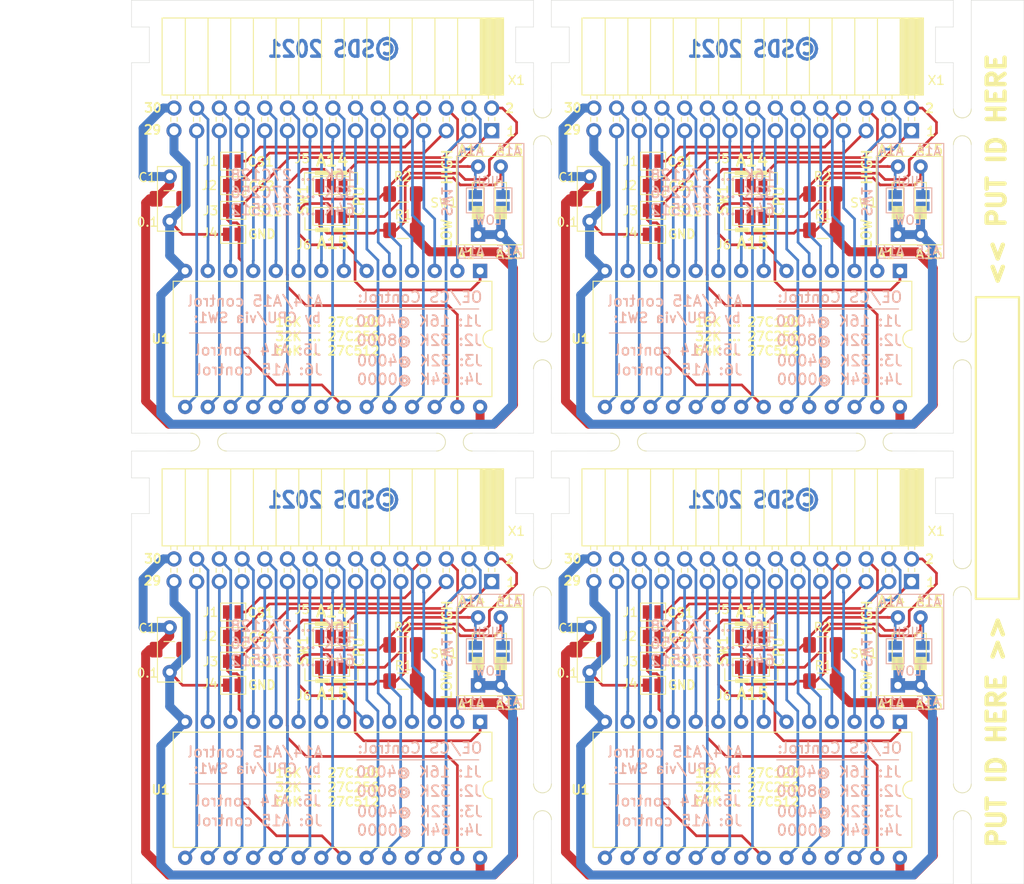
<source format=kicad_pcb>
(kicad_pcb (version 20171130) (host pcbnew "(5.1.5)-3")
  (layers (0 F.Cu signal) (31 B.Cu signal) (34 B.Paste user) (35 F.Paste user) (36 B.SilkS user) (37 F.SilkS user) (38 B.Mask user) (39 F.Mask user) (44 Edge.Cuts user))
  (net 0 "")
  (net 1 GND)
  (net 2 +5V)
  (net 3 /A14)
  (net 4 /CS1)
  (net 5 /CS2)
  (net 6 /CS12)
  (net 7 /D2)
  (net 8 /A13)
  (net 9 /D1)
  (net 10 /A8)
  (net 11 /D0)
  (net 12 /A9)
  (net 13 /A0)
  (net 14 /A11)
  (net 15 /A1)
  (net 16 /A2)
  (net 17 /A10)
  (net 18 /A3)
  (net 19 /CE)
  (net 20 /A4)
  (net 21 /D7)
  (net 22 /A5)
  (net 23 /D6)
  (net 24 /A6)
  (net 25 /D5)
  (net 26 /A7)
  (net 27 /D4)
  (net 28 /A12)
  (net 29 /D3)
  (net 30 /A15)
  (net 31 "Net-(J1-Pad1)")
  (net 32 "Net-(J5-Pad1)")
  (net 33 "Net-(J5-Pad2)")
  (net 34 "Net-(J6-Pad1)")
  (net 35 "Net-(J6-Pad2)")
  (module Jumper:SolderJumper-2_P1.3mm_Open_Pad1.0x1.5mm (layer B.Cu) (at 128.5848 94.4166 90)
    (fp_text reference REF**)
    (fp_text value SolderJumper-2_P1.3mm_Open_Pad1.0x1.5mm)
    (pad 2 smd rect (at 0.65 0 90) (size 1 1.5) (layers B.Cu B.Mask) (net 34 "Net-(J6-Pad1)"))
    (pad 1 smd rect (at -0.65 0 90) (size 1 1.5) (layers B.Cu B.Mask) (net 1 GND))
  )
  (module Jumper:SolderJumper-2_P1.3mm_Open_Pad1.0x1.5mm (layer B.Cu) (at 81.5848 94.4166 90)
    (fp_text reference REF**)
    (fp_text value SolderJumper-2_P1.3mm_Open_Pad1.0x1.5mm)
    (pad 2 smd rect (at 0.65 0 90) (size 1 1.5) (layers B.Cu B.Mask) (net 34 "Net-(J6-Pad1)"))
    (pad 1 smd rect (at -0.65 0 90) (size 1 1.5) (layers B.Cu B.Mask) (net 1 GND))
  )
  (module Jumper:SolderJumper-2_P1.3mm_Open_Pad1.0x1.5mm (layer B.Cu) (at 128.5848 43.9166 90)
    (fp_text reference REF**)
    (fp_text value SolderJumper-2_P1.3mm_Open_Pad1.0x1.5mm)
    (pad 2 smd rect (at 0.65 0 90) (size 1 1.5) (layers B.Cu B.Mask) (net 34 "Net-(J6-Pad1)"))
    (pad 1 smd rect (at -0.65 0 90) (size 1 1.5) (layers B.Cu B.Mask) (net 1 GND))
  )
  (module Capacitor_SMD:C_1206_3216Metric_Pad1.42x1.75mm_HandSolder (layer F.Cu) (at 91.2357 94.2388 180)
    (fp_text reference C1)
    (fp_text value C_1206_3216Metric_Pad1.42x1.75mm_HandSolder)
    (pad 1 smd roundrect (at -1.4875 0 180) (size 1.425 1.75) (layers F.Cu F.Paste F.Mask) (roundrect_rratio 0.175) (net 1 GND))
    (pad 2 smd roundrect (at 1.4875 0 180) (size 1.425 1.75) (layers F.Cu F.Paste F.Mask) (roundrect_rratio 0.175) (net 2 +5V))
  )
  (module Capacitor_SMD:C_1206_3216Metric_Pad1.42x1.75mm_HandSolder (layer F.Cu) (at 44.2357 94.2388 180)
    (fp_text reference C1)
    (fp_text value C_1206_3216Metric_Pad1.42x1.75mm_HandSolder)
    (pad 1 smd roundrect (at -1.4875 0 180) (size 1.425 1.75) (layers F.Cu F.Paste F.Mask) (roundrect_rratio 0.175) (net 1 GND))
    (pad 2 smd roundrect (at 1.4875 0 180) (size 1.425 1.75) (layers F.Cu F.Paste F.Mask) (roundrect_rratio 0.175) (net 2 +5V))
  )
  (module Capacitor_SMD:C_1206_3216Metric_Pad1.42x1.75mm_HandSolder (layer F.Cu) (at 91.2357 43.7388 180)
    (fp_text reference C1)
    (fp_text value C_1206_3216Metric_Pad1.42x1.75mm_HandSolder)
    (pad 1 smd roundrect (at -1.4875 0 180) (size 1.425 1.75) (layers F.Cu F.Paste F.Mask) (roundrect_rratio 0.175) (net 1 GND))
    (pad 2 smd roundrect (at 1.4875 0 180) (size 1.425 1.75) (layers F.Cu F.Paste F.Mask) (roundrect_rratio 0.175) (net 2 +5V))
  )
  (module Connector_PinSocket_2.54mm:PinSocket_2x15_P2.54mm_Horizontal (layer F.Cu) (at 127.3148 86.6188 270)
    (fp_text reference X1 (at -5.65 -2.77 180) (layer F.SilkS))
    (fp_text value "Yamaha CN314")
    (pad 1 thru_hole rect (at 0 0 270) (size 1.7 1.7) (drill 1) (layers *.Cu *.Mask) (net 3 /A14))
    (pad 2 thru_hole oval (at -2.54 0 270) (size 1.7 1.7) (drill 1) (layers *.Cu *.Mask) (net 30 /A15))
    (pad 3 thru_hole oval (at 0 2.54 270) (size 1.7 1.7) (drill 1) (layers *.Cu *.Mask) (net 8 /A13))
    (pad 4 thru_hole oval (at -2.54 2.54 270) (size 1.7 1.7) (drill 1) (layers *.Cu *.Mask) (net 28 /A12))
    (pad 5 thru_hole oval (at 0 5.08 270) (size 1.7 1.7) (drill 1) (layers *.Cu *.Mask) (net 5 /CS2))
    (pad 6 thru_hole oval (at -2.54 5.08 270) (size 1.7 1.7) (drill 1) (layers *.Cu *.Mask) (net 6 /CS12))
    (pad 7 thru_hole oval (at 0 7.62 270) (size 1.7 1.7) (drill 1) (layers *.Cu *.Mask) (net 26 /A7))
    (pad 8 thru_hole oval (at -2.54 7.62 270) (size 1.7 1.7) (drill 1) (layers *.Cu *.Mask) (net 4 /CS1))
    (pad 9 thru_hole oval (at 0 10.16 270) (size 1.7 1.7) (drill 1) (layers *.Cu *.Mask) (net 24 /A6))
    (pad 10 thru_hole oval (at -2.54 10.16 270) (size 1.7 1.7) (drill 1) (layers *.Cu *.Mask) (net 10 /A8))
    (pad 11 thru_hole oval (at 0 12.7 270) (size 1.7 1.7) (drill 1) (layers *.Cu *.Mask) (net 22 /A5))
    (pad 12 thru_hole oval (at -2.54 12.7 270) (size 1.7 1.7) (drill 1) (layers *.Cu *.Mask) (net 12 /A9))
    (pad 13 thru_hole oval (at 0 15.24 270) (size 1.7 1.7) (drill 1) (layers *.Cu *.Mask) (net 20 /A4))
    (pad 14 thru_hole oval (at -2.54 15.24 270) (size 1.7 1.7) (drill 1) (layers *.Cu *.Mask) (net 14 /A11))
    (pad 15 thru_hole oval (at 0 17.78 270) (size 1.7 1.7) (drill 1) (layers *.Cu *.Mask) (net 17 /A10))
    (pad 16 thru_hole oval (at -2.54 17.78 270) (size 1.7 1.7) (drill 1) (layers *.Cu *.Mask) (net 18 /A3))
    (pad 17 thru_hole oval (at 0 20.32 270) (size 1.7 1.7) (drill 1) (layers *.Cu *.Mask) (net 19 /CE))
    (pad 18 thru_hole oval (at -2.54 20.32 270) (size 1.7 1.7) (drill 1) (layers *.Cu *.Mask) (net 16 /A2))
    (pad 19 thru_hole oval (at 0 22.86 270) (size 1.7 1.7) (drill 1) (layers *.Cu *.Mask) (net 21 /D7))
    (pad 20 thru_hole oval (at -2.54 22.86 270) (size 1.7 1.7) (drill 1) (layers *.Cu *.Mask) (net 15 /A1))
    (pad 21 thru_hole oval (at 0 25.4 270) (size 1.7 1.7) (drill 1) (layers *.Cu *.Mask) (net 23 /D6))
    (pad 22 thru_hole oval (at -2.54 25.4 270) (size 1.7 1.7) (drill 1) (layers *.Cu *.Mask) (net 13 /A0))
    (pad 23 thru_hole oval (at 0 27.94 270) (size 1.7 1.7) (drill 1) (layers *.Cu *.Mask) (net 25 /D5))
    (pad 24 thru_hole oval (at -2.54 27.94 270) (size 1.7 1.7) (drill 1) (layers *.Cu *.Mask) (net 11 /D0))
    (pad 25 thru_hole oval (at 0 30.48 270) (size 1.7 1.7) (drill 1) (layers *.Cu *.Mask) (net 27 /D4))
    (pad 26 thru_hole oval (at -2.54 30.48 270) (size 1.7 1.7) (drill 1) (layers *.Cu *.Mask) (net 9 /D1))
    (pad 27 thru_hole oval (at 0 33.02 270) (size 1.7 1.7) (drill 1) (layers *.Cu *.Mask) (net 29 /D3))
    (pad 28 thru_hole oval (at -2.54 33.02 270) (size 1.7 1.7) (drill 1) (layers *.Cu *.Mask) (net 7 /D2))
    (pad 29 thru_hole oval (at 0 35.56 270) (size 1.7 1.7) (drill 1) (layers *.Cu *.Mask) (net 1 GND))
    (pad 30 thru_hole oval (at -2.54 35.56 270) (size 1.7 1.7) (drill 1) (layers *.Cu *.Mask) (net 2 +5V))
  )
  (module Connector_PinSocket_2.54mm:PinSocket_2x15_P2.54mm_Horizontal (layer F.Cu) (at 80.3148 86.6188 270)
    (fp_text reference X1 (at -5.65 -2.77 180) (layer F.SilkS))
    (fp_text value "Yamaha CN314")
    (pad 1 thru_hole rect (at 0 0 270) (size 1.7 1.7) (drill 1) (layers *.Cu *.Mask) (net 3 /A14))
    (pad 2 thru_hole oval (at -2.54 0 270) (size 1.7 1.7) (drill 1) (layers *.Cu *.Mask) (net 30 /A15))
    (pad 3 thru_hole oval (at 0 2.54 270) (size 1.7 1.7) (drill 1) (layers *.Cu *.Mask) (net 8 /A13))
    (pad 4 thru_hole oval (at -2.54 2.54 270) (size 1.7 1.7) (drill 1) (layers *.Cu *.Mask) (net 28 /A12))
    (pad 5 thru_hole oval (at 0 5.08 270) (size 1.7 1.7) (drill 1) (layers *.Cu *.Mask) (net 5 /CS2))
    (pad 6 thru_hole oval (at -2.54 5.08 270) (size 1.7 1.7) (drill 1) (layers *.Cu *.Mask) (net 6 /CS12))
    (pad 7 thru_hole oval (at 0 7.62 270) (size 1.7 1.7) (drill 1) (layers *.Cu *.Mask) (net 26 /A7))
    (pad 8 thru_hole oval (at -2.54 7.62 270) (size 1.7 1.7) (drill 1) (layers *.Cu *.Mask) (net 4 /CS1))
    (pad 9 thru_hole oval (at 0 10.16 270) (size 1.7 1.7) (drill 1) (layers *.Cu *.Mask) (net 24 /A6))
    (pad 10 thru_hole oval (at -2.54 10.16 270) (size 1.7 1.7) (drill 1) (layers *.Cu *.Mask) (net 10 /A8))
    (pad 11 thru_hole oval (at 0 12.7 270) (size 1.7 1.7) (drill 1) (layers *.Cu *.Mask) (net 22 /A5))
    (pad 12 thru_hole oval (at -2.54 12.7 270) (size 1.7 1.7) (drill 1) (layers *.Cu *.Mask) (net 12 /A9))
    (pad 13 thru_hole oval (at 0 15.24 270) (size 1.7 1.7) (drill 1) (layers *.Cu *.Mask) (net 20 /A4))
    (pad 14 thru_hole oval (at -2.54 15.24 270) (size 1.7 1.7) (drill 1) (layers *.Cu *.Mask) (net 14 /A11))
    (pad 15 thru_hole oval (at 0 17.78 270) (size 1.7 1.7) (drill 1) (layers *.Cu *.Mask) (net 17 /A10))
    (pad 16 thru_hole oval (at -2.54 17.78 270) (size 1.7 1.7) (drill 1) (layers *.Cu *.Mask) (net 18 /A3))
    (pad 17 thru_hole oval (at 0 20.32 270) (size 1.7 1.7) (drill 1) (layers *.Cu *.Mask) (net 19 /CE))
    (pad 18 thru_hole oval (at -2.54 20.32 270) (size 1.7 1.7) (drill 1) (layers *.Cu *.Mask) (net 16 /A2))
    (pad 19 thru_hole oval (at 0 22.86 270) (size 1.7 1.7) (drill 1) (layers *.Cu *.Mask) (net 21 /D7))
    (pad 20 thru_hole oval (at -2.54 22.86 270) (size 1.7 1.7) (drill 1) (layers *.Cu *.Mask) (net 15 /A1))
    (pad 21 thru_hole oval (at 0 25.4 270) (size 1.7 1.7) (drill 1) (layers *.Cu *.Mask) (net 23 /D6))
    (pad 22 thru_hole oval (at -2.54 25.4 270) (size 1.7 1.7) (drill 1) (layers *.Cu *.Mask) (net 13 /A0))
    (pad 23 thru_hole oval (at 0 27.94 270) (size 1.7 1.7) (drill 1) (layers *.Cu *.Mask) (net 25 /D5))
    (pad 24 thru_hole oval (at -2.54 27.94 270) (size 1.7 1.7) (drill 1) (layers *.Cu *.Mask) (net 11 /D0))
    (pad 25 thru_hole oval (at 0 30.48 270) (size 1.7 1.7) (drill 1) (layers *.Cu *.Mask) (net 27 /D4))
    (pad 26 thru_hole oval (at -2.54 30.48 270) (size 1.7 1.7) (drill 1) (layers *.Cu *.Mask) (net 9 /D1))
    (pad 27 thru_hole oval (at 0 33.02 270) (size 1.7 1.7) (drill 1) (layers *.Cu *.Mask) (net 29 /D3))
    (pad 28 thru_hole oval (at -2.54 33.02 270) (size 1.7 1.7) (drill 1) (layers *.Cu *.Mask) (net 7 /D2))
    (pad 29 thru_hole oval (at 0 35.56 270) (size 1.7 1.7) (drill 1) (layers *.Cu *.Mask) (net 1 GND))
    (pad 30 thru_hole oval (at -2.54 35.56 270) (size 1.7 1.7) (drill 1) (layers *.Cu *.Mask) (net 2 +5V))
  )
  (module Connector_PinSocket_2.54mm:PinSocket_2x15_P2.54mm_Horizontal (layer F.Cu) (at 127.3148 36.1188 270)
    (fp_text reference X1 (at -5.65 -2.77 180) (layer F.SilkS))
    (fp_text value "Yamaha CN314")
    (pad 1 thru_hole rect (at 0 0 270) (size 1.7 1.7) (drill 1) (layers *.Cu *.Mask) (net 3 /A14))
    (pad 2 thru_hole oval (at -2.54 0 270) (size 1.7 1.7) (drill 1) (layers *.Cu *.Mask) (net 30 /A15))
    (pad 3 thru_hole oval (at 0 2.54 270) (size 1.7 1.7) (drill 1) (layers *.Cu *.Mask) (net 8 /A13))
    (pad 4 thru_hole oval (at -2.54 2.54 270) (size 1.7 1.7) (drill 1) (layers *.Cu *.Mask) (net 28 /A12))
    (pad 5 thru_hole oval (at 0 5.08 270) (size 1.7 1.7) (drill 1) (layers *.Cu *.Mask) (net 5 /CS2))
    (pad 6 thru_hole oval (at -2.54 5.08 270) (size 1.7 1.7) (drill 1) (layers *.Cu *.Mask) (net 6 /CS12))
    (pad 7 thru_hole oval (at 0 7.62 270) (size 1.7 1.7) (drill 1) (layers *.Cu *.Mask) (net 26 /A7))
    (pad 8 thru_hole oval (at -2.54 7.62 270) (size 1.7 1.7) (drill 1) (layers *.Cu *.Mask) (net 4 /CS1))
    (pad 9 thru_hole oval (at 0 10.16 270) (size 1.7 1.7) (drill 1) (layers *.Cu *.Mask) (net 24 /A6))
    (pad 10 thru_hole oval (at -2.54 10.16 270) (size 1.7 1.7) (drill 1) (layers *.Cu *.Mask) (net 10 /A8))
    (pad 11 thru_hole oval (at 0 12.7 270) (size 1.7 1.7) (drill 1) (layers *.Cu *.Mask) (net 22 /A5))
    (pad 12 thru_hole oval (at -2.54 12.7 270) (size 1.7 1.7) (drill 1) (layers *.Cu *.Mask) (net 12 /A9))
    (pad 13 thru_hole oval (at 0 15.24 270) (size 1.7 1.7) (drill 1) (layers *.Cu *.Mask) (net 20 /A4))
    (pad 14 thru_hole oval (at -2.54 15.24 270) (size 1.7 1.7) (drill 1) (layers *.Cu *.Mask) (net 14 /A11))
    (pad 15 thru_hole oval (at 0 17.78 270) (size 1.7 1.7) (drill 1) (layers *.Cu *.Mask) (net 17 /A10))
    (pad 16 thru_hole oval (at -2.54 17.78 270) (size 1.7 1.7) (drill 1) (layers *.Cu *.Mask) (net 18 /A3))
    (pad 17 thru_hole oval (at 0 20.32 270) (size 1.7 1.7) (drill 1) (layers *.Cu *.Mask) (net 19 /CE))
    (pad 18 thru_hole oval (at -2.54 20.32 270) (size 1.7 1.7) (drill 1) (layers *.Cu *.Mask) (net 16 /A2))
    (pad 19 thru_hole oval (at 0 22.86 270) (size 1.7 1.7) (drill 1) (layers *.Cu *.Mask) (net 21 /D7))
    (pad 20 thru_hole oval (at -2.54 22.86 270) (size 1.7 1.7) (drill 1) (layers *.Cu *.Mask) (net 15 /A1))
    (pad 21 thru_hole oval (at 0 25.4 270) (size 1.7 1.7) (drill 1) (layers *.Cu *.Mask) (net 23 /D6))
    (pad 22 thru_hole oval (at -2.54 25.4 270) (size 1.7 1.7) (drill 1) (layers *.Cu *.Mask) (net 13 /A0))
    (pad 23 thru_hole oval (at 0 27.94 270) (size 1.7 1.7) (drill 1) (layers *.Cu *.Mask) (net 25 /D5))
    (pad 24 thru_hole oval (at -2.54 27.94 270) (size 1.7 1.7) (drill 1) (layers *.Cu *.Mask) (net 11 /D0))
    (pad 25 thru_hole oval (at 0 30.48 270) (size 1.7 1.7) (drill 1) (layers *.Cu *.Mask) (net 27 /D4))
    (pad 26 thru_hole oval (at -2.54 30.48 270) (size 1.7 1.7) (drill 1) (layers *.Cu *.Mask) (net 9 /D1))
    (pad 27 thru_hole oval (at 0 33.02 270) (size 1.7 1.7) (drill 1) (layers *.Cu *.Mask) (net 29 /D3))
    (pad 28 thru_hole oval (at -2.54 33.02 270) (size 1.7 1.7) (drill 1) (layers *.Cu *.Mask) (net 7 /D2))
    (pad 29 thru_hole oval (at 0 35.56 270) (size 1.7 1.7) (drill 1) (layers *.Cu *.Mask) (net 1 GND))
    (pad 30 thru_hole oval (at -2.54 35.56 270) (size 1.7 1.7) (drill 1) (layers *.Cu *.Mask) (net 2 +5V))
  )
  (module Jumper:SolderJumper-2_P1.3mm_Open_Pad1.0x1.5mm (layer B.Cu) (at 125.486 94.4166 90)
    (fp_text reference REF**)
    (fp_text value SolderJumper-2_P1.3mm_Open_Pad1.0x1.5mm)
    (pad 2 smd rect (at 0.65 0 90) (size 1 1.5) (layers B.Cu B.Mask) (net 32 "Net-(J5-Pad1)"))
    (pad 1 smd rect (at -0.65 0 90) (size 1 1.5) (layers B.Cu B.Mask) (net 1 GND))
  )
  (module Jumper:SolderJumper-2_P1.3mm_Open_Pad1.0x1.5mm (layer B.Cu) (at 78.486 94.4166 90)
    (fp_text reference REF**)
    (fp_text value SolderJumper-2_P1.3mm_Open_Pad1.0x1.5mm)
    (pad 2 smd rect (at 0.65 0 90) (size 1 1.5) (layers B.Cu B.Mask) (net 32 "Net-(J5-Pad1)"))
    (pad 1 smd rect (at -0.65 0 90) (size 1 1.5) (layers B.Cu B.Mask) (net 1 GND))
  )
  (module Jumper:SolderJumper-2_P1.3mm_Open_Pad1.0x1.5mm (layer B.Cu) (at 125.486 43.9166 90)
    (fp_text reference REF**)
    (fp_text value SolderJumper-2_P1.3mm_Open_Pad1.0x1.5mm)
    (pad 2 smd rect (at 0.65 0 90) (size 1 1.5) (layers B.Cu B.Mask) (net 32 "Net-(J5-Pad1)"))
    (pad 1 smd rect (at -0.65 0 90) (size 1 1.5) (layers B.Cu B.Mask) (net 1 GND))
  )
  (module Jumper:SolderJumper-2_P1.3mm_Open_Pad1.0x1.5mm (layer F.Cu) (at 98.3842 98.2266 180)
    (fp_text reference J4 (at 2.5908 0.1778) (layer F.SilkS))
    (fp_text value GND)
    (pad 2 smd rect (at 0.65 0 180) (size 1 1.5) (layers F.Cu F.Mask) (net 1 GND))
    (pad 1 smd rect (at -0.65 0 180) (size 1 1.5) (layers F.Cu F.Mask) (net 31 "Net-(J1-Pad1)"))
  )
  (module Jumper:SolderJumper-2_P1.3mm_Open_Pad1.0x1.5mm (layer F.Cu) (at 51.3842 98.2266 180)
    (fp_text reference J4 (at 2.5908 0.1778) (layer F.SilkS))
    (fp_text value GND)
    (pad 2 smd rect (at 0.65 0 180) (size 1 1.5) (layers F.Cu F.Mask) (net 1 GND))
    (pad 1 smd rect (at -0.65 0 180) (size 1 1.5) (layers F.Cu F.Mask) (net 31 "Net-(J1-Pad1)"))
  )
  (module Jumper:SolderJumper-2_P1.3mm_Open_Pad1.0x1.5mm (layer F.Cu) (at 98.3842 47.7266 180)
    (fp_text reference J4 (at 2.5908 0.1778) (layer F.SilkS))
    (fp_text value GND)
    (pad 2 smd rect (at 0.65 0 180) (size 1 1.5) (layers F.Cu F.Mask) (net 1 GND))
    (pad 1 smd rect (at -0.65 0 180) (size 1 1.5) (layers F.Cu F.Mask) (net 31 "Net-(J1-Pad1)"))
  )
  (module Jumper:SolderJumper-3_P1.3mm_Open_Pad1.0x1.5mm (layer F.Cu) (at 109.357 96.22)
    (fp_text reference J6 (at -3.0734 3.175) (layer F.SilkS))
    (fp_text value A15)
    (pad 3 smd rect (at 1.3 0) (size 1 1.5) (layers F.Cu F.Mask) (net 30 /A15))
    (pad 2 smd rect (at 0 0) (size 1 1.5) (layers F.Cu F.Mask) (net 35 "Net-(J6-Pad2)"))
    (pad 1 smd rect (at -1.3 0) (size 1 1.5) (layers F.Cu F.Mask) (net 34 "Net-(J6-Pad1)"))
  )
  (module Jumper:SolderJumper-3_P1.3mm_Open_Pad1.0x1.5mm (layer F.Cu) (at 62.357 96.22)
    (fp_text reference J6 (at -3.0734 3.175) (layer F.SilkS))
    (fp_text value A15)
    (pad 3 smd rect (at 1.3 0) (size 1 1.5) (layers F.Cu F.Mask) (net 30 /A15))
    (pad 2 smd rect (at 0 0) (size 1 1.5) (layers F.Cu F.Mask) (net 35 "Net-(J6-Pad2)"))
    (pad 1 smd rect (at -1.3 0) (size 1 1.5) (layers F.Cu F.Mask) (net 34 "Net-(J6-Pad1)"))
  )
  (module Jumper:SolderJumper-3_P1.3mm_Open_Pad1.0x1.5mm (layer F.Cu) (at 109.357 45.72)
    (fp_text reference J6 (at -3.0734 3.175) (layer F.SilkS))
    (fp_text value A15)
    (pad 3 smd rect (at 1.3 0) (size 1 1.5) (layers F.Cu F.Mask) (net 30 /A15))
    (pad 2 smd rect (at 0 0) (size 1 1.5) (layers F.Cu F.Mask) (net 35 "Net-(J6-Pad2)"))
    (pad 1 smd rect (at -1.3 0) (size 1 1.5) (layers F.Cu F.Mask) (net 34 "Net-(J6-Pad1)"))
  )
  (module Resistor_SMD:R_1206_3216Metric_Pad1.42x1.75mm_HandSolder (layer F.Cu) (at 117.3834 93.7054 180)
    (fp_text reference R2 (at 0.0508 1.9558) (layer F.SilkS))
    (fp_text value 10k)
    (pad 1 smd roundrect (at -1.4875 0 180) (size 1.425 1.75) (layers F.Cu F.Paste F.Mask) (roundrect_rratio 0.175439) (net 2 +5V))
    (pad 2 smd roundrect (at 1.4875 0 180) (size 1.425 1.75) (layers F.Cu F.Paste F.Mask) (roundrect_rratio 0.175439) (net 32 "Net-(J5-Pad1)"))
  )
  (module Resistor_SMD:R_1206_3216Metric_Pad1.42x1.75mm_HandSolder (layer F.Cu) (at 70.3834 93.7054 180)
    (fp_text reference R2 (at 0.0508 1.9558) (layer F.SilkS))
    (fp_text value 10k)
    (pad 1 smd roundrect (at -1.4875 0 180) (size 1.425 1.75) (layers F.Cu F.Paste F.Mask) (roundrect_rratio 0.175439) (net 2 +5V))
    (pad 2 smd roundrect (at 1.4875 0 180) (size 1.425 1.75) (layers F.Cu F.Paste F.Mask) (roundrect_rratio 0.175439) (net 32 "Net-(J5-Pad1)"))
  )
  (module Resistor_SMD:R_1206_3216Metric_Pad1.42x1.75mm_HandSolder (layer F.Cu) (at 117.3834 43.2054 180)
    (fp_text reference R2 (at 0.0508 1.9558) (layer F.SilkS))
    (fp_text value 10k)
    (pad 1 smd roundrect (at -1.4875 0 180) (size 1.425 1.75) (layers F.Cu F.Paste F.Mask) (roundrect_rratio 0.175439) (net 2 +5V))
    (pad 2 smd roundrect (at 1.4875 0 180) (size 1.425 1.75) (layers F.Cu F.Paste F.Mask) (roundrect_rratio 0.175439) (net 32 "Net-(J5-Pad1)"))
  )
  (module Jumper:SolderJumper-2_P1.3mm_Open_Pad1.0x1.5mm (layer F.Cu) (at 98.3842 92.7656)
    (fp_text reference J2 (at -2.667 -0.0254) (layer F.SilkS))
    (fp_text value CS2 (at 3.175 0.0508) (layer F.SilkS) (effects (font (thickness 0.2))))
    (pad 2 smd rect (at 0.65 0) (size 1 1.5) (layers F.Cu F.Mask) (net 5 /CS2))
    (pad 1 smd rect (at -0.65 0) (size 1 1.5) (layers F.Cu F.Mask) (net 31 "Net-(J1-Pad1)"))
  )
  (module Jumper:SolderJumper-2_P1.3mm_Open_Pad1.0x1.5mm (layer F.Cu) (at 51.3842 92.7656)
    (fp_text reference J2 (at -2.667 -0.0254) (layer F.SilkS))
    (fp_text value CS2 (at 3.175 0.0508) (layer F.SilkS) (effects (font (thickness 0.2))))
    (pad 2 smd rect (at 0.65 0) (size 1 1.5) (layers F.Cu F.Mask) (net 5 /CS2))
    (pad 1 smd rect (at -0.65 0) (size 1 1.5) (layers F.Cu F.Mask) (net 31 "Net-(J1-Pad1)"))
  )
  (module Jumper:SolderJumper-2_P1.3mm_Open_Pad1.0x1.5mm (layer F.Cu) (at 98.3842 42.2656)
    (fp_text reference J2 (at -2.667 -0.0254) (layer F.SilkS))
    (fp_text value CS2 (at 3.175 0.0508) (layer F.SilkS) (effects (font (thickness 0.2))))
    (pad 2 smd rect (at 0.65 0) (size 1 1.5) (layers F.Cu F.Mask) (net 5 /CS2))
    (pad 1 smd rect (at -0.65 0) (size 1 1.5) (layers F.Cu F.Mask) (net 31 "Net-(J1-Pad1)"))
  )
  (module Jumper:SolderJumper-3_P1.3mm_Open_Pad1.0x1.5mm (layer F.Cu) (at 109.3778 92.7656)
    (fp_text reference J5 (at -3.272 -3.0226) (layer F.SilkS))
    (fp_text value A14)
    (pad 3 smd rect (at 1.3 0) (size 1 1.5) (layers F.Cu F.Mask) (net 3 /A14))
    (pad 2 smd rect (at 0 0) (size 1 1.5) (layers F.Cu F.Mask) (net 33 "Net-(J5-Pad2)"))
    (pad 1 smd rect (at -1.3 0) (size 1 1.5) (layers F.Cu F.Mask) (net 32 "Net-(J5-Pad1)"))
  )
  (module Jumper:SolderJumper-3_P1.3mm_Open_Pad1.0x1.5mm (layer F.Cu) (at 62.3778 92.7656)
    (fp_text reference J5 (at -3.272 -3.0226) (layer F.SilkS))
    (fp_text value A14)
    (pad 3 smd rect (at 1.3 0) (size 1 1.5) (layers F.Cu F.Mask) (net 3 /A14))
    (pad 2 smd rect (at 0 0) (size 1 1.5) (layers F.Cu F.Mask) (net 33 "Net-(J5-Pad2)"))
    (pad 1 smd rect (at -1.3 0) (size 1 1.5) (layers F.Cu F.Mask) (net 32 "Net-(J5-Pad1)"))
  )
  (module Jumper:SolderJumper-3_P1.3mm_Open_Pad1.0x1.5mm (layer F.Cu) (at 109.3778 42.2656)
    (fp_text reference J5 (at -3.272 -3.0226) (layer F.SilkS))
    (fp_text value A14)
    (pad 3 smd rect (at 1.3 0) (size 1 1.5) (layers F.Cu F.Mask) (net 3 /A14))
    (pad 2 smd rect (at 0 0) (size 1 1.5) (layers F.Cu F.Mask) (net 33 "Net-(J5-Pad2)"))
    (pad 1 smd rect (at -1.3 0) (size 1 1.5) (layers F.Cu F.Mask) (net 32 "Net-(J5-Pad1)"))
  )
  (module Button_Switch_THT:SW_DIP_SPSTx02_Slide_9.78x7.26mm_W7.62mm_P2.54mm (layer F.Cu) (at 125.7908 98.252 90)
    (fp_text reference SW1 (at 3.556 -3.81) (layer F.SilkS))
    (fp_text value A14/A15)
    (pad 1 thru_hole rect (at 0 0 90) (size 1.6 1.6) (drill 0.8) (layers *.Cu *.Mask) (net 1 GND))
    (pad 3 thru_hole oval (at 7.62 2.54 90) (size 1.6 1.6) (drill 0.8) (layers *.Cu *.Mask) (net 34 "Net-(J6-Pad1)"))
    (pad 2 thru_hole oval (at 0 2.54 90) (size 1.6 1.6) (drill 0.8) (layers *.Cu *.Mask) (net 1 GND))
    (pad 4 thru_hole oval (at 7.62 0 90) (size 1.6 1.6) (drill 0.8) (layers *.Cu *.Mask) (net 32 "Net-(J5-Pad1)"))
  )
  (module Button_Switch_THT:SW_DIP_SPSTx02_Slide_9.78x7.26mm_W7.62mm_P2.54mm (layer F.Cu) (at 78.7908 98.252 90)
    (fp_text reference SW1 (at 3.556 -3.81) (layer F.SilkS))
    (fp_text value A14/A15)
    (pad 1 thru_hole rect (at 0 0 90) (size 1.6 1.6) (drill 0.8) (layers *.Cu *.Mask) (net 1 GND))
    (pad 3 thru_hole oval (at 7.62 2.54 90) (size 1.6 1.6) (drill 0.8) (layers *.Cu *.Mask) (net 34 "Net-(J6-Pad1)"))
    (pad 2 thru_hole oval (at 0 2.54 90) (size 1.6 1.6) (drill 0.8) (layers *.Cu *.Mask) (net 1 GND))
    (pad 4 thru_hole oval (at 7.62 0 90) (size 1.6 1.6) (drill 0.8) (layers *.Cu *.Mask) (net 32 "Net-(J5-Pad1)"))
  )
  (module Button_Switch_THT:SW_DIP_SPSTx02_Slide_9.78x7.26mm_W7.62mm_P2.54mm (layer F.Cu) (at 125.7908 47.752 90)
    (fp_text reference SW1 (at 3.556 -3.81) (layer F.SilkS))
    (fp_text value A14/A15)
    (pad 1 thru_hole rect (at 0 0 90) (size 1.6 1.6) (drill 0.8) (layers *.Cu *.Mask) (net 1 GND))
    (pad 3 thru_hole oval (at 7.62 2.54 90) (size 1.6 1.6) (drill 0.8) (layers *.Cu *.Mask) (net 34 "Net-(J6-Pad1)"))
    (pad 2 thru_hole oval (at 0 2.54 90) (size 1.6 1.6) (drill 0.8) (layers *.Cu *.Mask) (net 1 GND))
    (pad 4 thru_hole oval (at 7.62 0 90) (size 1.6 1.6) (drill 0.8) (layers *.Cu *.Mask) (net 32 "Net-(J5-Pad1)"))
  )
  (module Capacitor_THT:C_Disc_D7.0mm_W2.5mm_P5.00mm (layer F.Cu) (at 91.2722 91.7496 270)
    (fp_text reference C1 (at 0.1016 2.5146) (layer F.SilkS))
    (fp_text value 0.1 (at 5.1054 2.4892 180) (layer F.SilkS))
    (pad 1 thru_hole circle (at 0 0 270) (size 1.6 1.6) (drill 0.8) (layers *.Cu *.Mask) (net 2 +5V))
    (pad 2 thru_hole circle (at 5 0 270) (size 1.6 1.6) (drill 0.8) (layers *.Cu *.Mask) (net 1 GND))
  )
  (module Capacitor_THT:C_Disc_D7.0mm_W2.5mm_P5.00mm (layer F.Cu) (at 44.2722 91.7496 270)
    (fp_text reference C1 (at 0.1016 2.5146) (layer F.SilkS))
    (fp_text value 0.1 (at 5.1054 2.4892 180) (layer F.SilkS))
    (pad 1 thru_hole circle (at 0 0 270) (size 1.6 1.6) (drill 0.8) (layers *.Cu *.Mask) (net 2 +5V))
    (pad 2 thru_hole circle (at 5 0 270) (size 1.6 1.6) (drill 0.8) (layers *.Cu *.Mask) (net 1 GND))
  )
  (module Capacitor_THT:C_Disc_D7.0mm_W2.5mm_P5.00mm (layer F.Cu) (at 91.2722 41.2496 270)
    (fp_text reference C1 (at 0.1016 2.5146) (layer F.SilkS))
    (fp_text value 0.1 (at 5.1054 2.4892 180) (layer F.SilkS))
    (pad 1 thru_hole circle (at 0 0 270) (size 1.6 1.6) (drill 0.8) (layers *.Cu *.Mask) (net 2 +5V))
    (pad 2 thru_hole circle (at 5 0 270) (size 1.6 1.6) (drill 0.8) (layers *.Cu *.Mask) (net 1 GND))
  )
  (module Resistor_SMD:R_1206_3216Metric_Pad1.42x1.75mm_HandSolder (layer F.Cu) (at 117.3834 97.7694 180)
    (fp_text reference R1 (at -0.0508 1.7272) (layer F.SilkS))
    (fp_text value 10k)
    (pad 1 smd roundrect (at -1.4875 0 180) (size 1.425 1.75) (layers F.Cu F.Paste F.Mask) (roundrect_rratio 0.175439) (net 2 +5V))
    (pad 2 smd roundrect (at 1.4875 0 180) (size 1.425 1.75) (layers F.Cu F.Paste F.Mask) (roundrect_rratio 0.175439) (net 34 "Net-(J6-Pad1)"))
  )
  (module Resistor_SMD:R_1206_3216Metric_Pad1.42x1.75mm_HandSolder (layer F.Cu) (at 70.3834 97.7694 180)
    (fp_text reference R1 (at -0.0508 1.7272) (layer F.SilkS))
    (fp_text value 10k)
    (pad 1 smd roundrect (at -1.4875 0 180) (size 1.425 1.75) (layers F.Cu F.Paste F.Mask) (roundrect_rratio 0.175439) (net 2 +5V))
    (pad 2 smd roundrect (at 1.4875 0 180) (size 1.425 1.75) (layers F.Cu F.Paste F.Mask) (roundrect_rratio 0.175439) (net 34 "Net-(J6-Pad1)"))
  )
  (module Resistor_SMD:R_1206_3216Metric_Pad1.42x1.75mm_HandSolder (layer F.Cu) (at 117.3834 47.2694 180)
    (fp_text reference R1 (at -0.0508 1.7272) (layer F.SilkS))
    (fp_text value 10k)
    (pad 1 smd roundrect (at -1.4875 0 180) (size 1.425 1.75) (layers F.Cu F.Paste F.Mask) (roundrect_rratio 0.175439) (net 2 +5V))
    (pad 2 smd roundrect (at 1.4875 0 180) (size 1.425 1.75) (layers F.Cu F.Paste F.Mask) (roundrect_rratio 0.175439) (net 34 "Net-(J6-Pad1)"))
  )
  (module Jumper:SolderJumper-2_P1.3mm_Open_Pad1.0x1.5mm (layer F.Cu) (at 98.3842 90.0224)
    (fp_text reference J1 (at -2.54 0.0254) (layer F.SilkS))
    (fp_text value CS1 (at 3.0734 0.0762) (layer F.SilkS) (effects (font (thickness 0.2))))
    (pad 2 smd rect (at 0.65 0) (size 1 1.5) (layers F.Cu F.Mask) (net 4 /CS1))
    (pad 1 smd rect (at -0.65 0) (size 1 1.5) (layers F.Cu F.Mask) (net 31 "Net-(J1-Pad1)"))
  )
  (module Jumper:SolderJumper-2_P1.3mm_Open_Pad1.0x1.5mm (layer F.Cu) (at 51.3842 90.0224)
    (fp_text reference J1 (at -2.54 0.0254) (layer F.SilkS))
    (fp_text value CS1 (at 3.0734 0.0762) (layer F.SilkS) (effects (font (thickness 0.2))))
    (pad 2 smd rect (at 0.65 0) (size 1 1.5) (layers F.Cu F.Mask) (net 4 /CS1))
    (pad 1 smd rect (at -0.65 0) (size 1 1.5) (layers F.Cu F.Mask) (net 31 "Net-(J1-Pad1)"))
  )
  (module Jumper:SolderJumper-2_P1.3mm_Open_Pad1.0x1.5mm (layer F.Cu) (at 98.3842 39.5224)
    (fp_text reference J1 (at -2.54 0.0254) (layer F.SilkS))
    (fp_text value CS1 (at 3.0734 0.0762) (layer F.SilkS) (effects (font (thickness 0.2))))
    (pad 2 smd rect (at 0.65 0) (size 1 1.5) (layers F.Cu F.Mask) (net 4 /CS1))
    (pad 1 smd rect (at -0.65 0) (size 1 1.5) (layers F.Cu F.Mask) (net 31 "Net-(J1-Pad1)"))
  )
  (module Jumper:SolderJumper-2_P1.3mm_Open_Pad1.0x1.5mm (layer F.Cu) (at 98.3842 95.5342)
    (fp_text reference J3 (at -2.54 0.0508) (layer F.SilkS))
    (fp_text value CS12 (at 3.556 0.127) (layer F.SilkS) (effects (font (thickness 0.2))))
    (pad 2 smd rect (at 0.65 0) (size 1 1.5) (layers F.Cu F.Mask) (net 6 /CS12))
    (pad 1 smd rect (at -0.65 0) (size 1 1.5) (layers F.Cu F.Mask) (net 31 "Net-(J1-Pad1)"))
  )
  (module Jumper:SolderJumper-2_P1.3mm_Open_Pad1.0x1.5mm (layer F.Cu) (at 51.3842 95.5342)
    (fp_text reference J3 (at -2.54 0.0508) (layer F.SilkS))
    (fp_text value CS12 (at 3.556 0.127) (layer F.SilkS) (effects (font (thickness 0.2))))
    (pad 2 smd rect (at 0.65 0) (size 1 1.5) (layers F.Cu F.Mask) (net 6 /CS12))
    (pad 1 smd rect (at -0.65 0) (size 1 1.5) (layers F.Cu F.Mask) (net 31 "Net-(J1-Pad1)"))
  )
  (module Jumper:SolderJumper-2_P1.3mm_Open_Pad1.0x1.5mm (layer F.Cu) (at 98.3842 45.0342)
    (fp_text reference J3 (at -2.54 0.0508) (layer F.SilkS))
    (fp_text value CS12 (at 3.556 0.127) (layer F.SilkS) (effects (font (thickness 0.2))))
    (pad 2 smd rect (at 0.65 0) (size 1 1.5) (layers F.Cu F.Mask) (net 6 /CS12))
    (pad 1 smd rect (at -0.65 0) (size 1 1.5) (layers F.Cu F.Mask) (net 31 "Net-(J1-Pad1)"))
  )
  (module Package_DIP:DIP-28_W15.24mm (layer F.Cu) (at 126.0194 102.316 270)
    (fp_text reference U1 (at 7.62 35.7632 180) (layer F.SilkS) (effects (font (thickness 0.2))))
    (fp_text value 27C256)
    (pad 1 thru_hole rect (at 0 0 270) (size 1.6 1.6) (drill 0.8) (layers *.Cu *.Mask) (net 35 "Net-(J6-Pad2)"))
    (pad 15 thru_hole oval (at 15.24 33.02 270) (size 1.6 1.6) (drill 0.8) (layers *.Cu *.Mask) (net 29 /D3))
    (pad 2 thru_hole oval (at 0 2.54 270) (size 1.6 1.6) (drill 0.8) (layers *.Cu *.Mask) (net 28 /A12))
    (pad 16 thru_hole oval (at 15.24 30.48 270) (size 1.6 1.6) (drill 0.8) (layers *.Cu *.Mask) (net 27 /D4))
    (pad 3 thru_hole oval (at 0 5.08 270) (size 1.6 1.6) (drill 0.8) (layers *.Cu *.Mask) (net 26 /A7))
    (pad 17 thru_hole oval (at 15.24 27.94 270) (size 1.6 1.6) (drill 0.8) (layers *.Cu *.Mask) (net 25 /D5))
    (pad 4 thru_hole oval (at 0 7.62 270) (size 1.6 1.6) (drill 0.8) (layers *.Cu *.Mask) (net 24 /A6))
    (pad 18 thru_hole oval (at 15.24 25.4 270) (size 1.6 1.6) (drill 0.8) (layers *.Cu *.Mask) (net 23 /D6))
    (pad 5 thru_hole oval (at 0 10.16 270) (size 1.6 1.6) (drill 0.8) (layers *.Cu *.Mask) (net 22 /A5))
    (pad 19 thru_hole oval (at 15.24 22.86 270) (size 1.6 1.6) (drill 0.8) (layers *.Cu *.Mask) (net 21 /D7))
    (pad 6 thru_hole oval (at 0 12.7 270) (size 1.6 1.6) (drill 0.8) (layers *.Cu *.Mask) (net 20 /A4))
    (pad 20 thru_hole oval (at 15.24 20.32 270) (size 1.6 1.6) (drill 0.8) (layers *.Cu *.Mask) (net 19 /CE))
    (pad 7 thru_hole oval (at 0 15.24 270) (size 1.6 1.6) (drill 0.8) (layers *.Cu *.Mask) (net 18 /A3))
    (pad 21 thru_hole oval (at 15.24 17.78 270) (size 1.6 1.6) (drill 0.8) (layers *.Cu *.Mask) (net 17 /A10))
    (pad 8 thru_hole oval (at 0 17.78 270) (size 1.6 1.6) (drill 0.8) (layers *.Cu *.Mask) (net 16 /A2))
    (pad 22 thru_hole oval (at 15.24 15.24 270) (size 1.6 1.6) (drill 0.8) (layers *.Cu *.Mask) (net 31 "Net-(J1-Pad1)"))
    (pad 9 thru_hole oval (at 0 20.32 270) (size 1.6 1.6) (drill 0.8) (layers *.Cu *.Mask) (net 15 /A1))
    (pad 23 thru_hole oval (at 15.24 12.7 270) (size 1.6 1.6) (drill 0.8) (layers *.Cu *.Mask) (net 14 /A11))
    (pad 10 thru_hole oval (at 0 22.86 270) (size 1.6 1.6) (drill 0.8) (layers *.Cu *.Mask) (net 13 /A0))
    (pad 24 thru_hole oval (at 15.24 10.16 270) (size 1.6 1.6) (drill 0.8) (layers *.Cu *.Mask) (net 12 /A9))
    (pad 11 thru_hole oval (at 0 25.4 270) (size 1.6 1.6) (drill 0.8) (layers *.Cu *.Mask) (net 11 /D0))
    (pad 25 thru_hole oval (at 15.24 7.62 270) (size 1.6 1.6) (drill 0.8) (layers *.Cu *.Mask) (net 10 /A8))
    (pad 12 thru_hole oval (at 0 27.94 270) (size 1.6 1.6) (drill 0.8) (layers *.Cu *.Mask) (net 9 /D1))
    (pad 26 thru_hole oval (at 15.24 5.08 270) (size 1.6 1.6) (drill 0.8) (layers *.Cu *.Mask) (net 8 /A13))
    (pad 13 thru_hole oval (at 0 30.48 270) (size 1.6 1.6) (drill 0.8) (layers *.Cu *.Mask) (net 7 /D2))
    (pad 27 thru_hole oval (at 15.24 2.54 270) (size 1.6 1.6) (drill 0.8) (layers *.Cu *.Mask) (net 33 "Net-(J5-Pad2)"))
    (pad 14 thru_hole oval (at 0 33.02 270) (size 1.6 1.6) (drill 0.8) (layers *.Cu *.Mask) (net 1 GND))
    (pad 28 thru_hole oval (at 15.24 0 270) (size 1.6 1.6) (drill 0.8) (layers *.Cu *.Mask) (net 2 +5V))
  )
  (module Package_DIP:DIP-28_W15.24mm (layer F.Cu) (at 79.0194 102.316 270)
    (fp_text reference U1 (at 7.62 35.7632 180) (layer F.SilkS) (effects (font (thickness 0.2))))
    (fp_text value 27C256)
    (pad 1 thru_hole rect (at 0 0 270) (size 1.6 1.6) (drill 0.8) (layers *.Cu *.Mask) (net 35 "Net-(J6-Pad2)"))
    (pad 15 thru_hole oval (at 15.24 33.02 270) (size 1.6 1.6) (drill 0.8) (layers *.Cu *.Mask) (net 29 /D3))
    (pad 2 thru_hole oval (at 0 2.54 270) (size 1.6 1.6) (drill 0.8) (layers *.Cu *.Mask) (net 28 /A12))
    (pad 16 thru_hole oval (at 15.24 30.48 270) (size 1.6 1.6) (drill 0.8) (layers *.Cu *.Mask) (net 27 /D4))
    (pad 3 thru_hole oval (at 0 5.08 270) (size 1.6 1.6) (drill 0.8) (layers *.Cu *.Mask) (net 26 /A7))
    (pad 17 thru_hole oval (at 15.24 27.94 270) (size 1.6 1.6) (drill 0.8) (layers *.Cu *.Mask) (net 25 /D5))
    (pad 4 thru_hole oval (at 0 7.62 270) (size 1.6 1.6) (drill 0.8) (layers *.Cu *.Mask) (net 24 /A6))
    (pad 18 thru_hole oval (at 15.24 25.4 270) (size 1.6 1.6) (drill 0.8) (layers *.Cu *.Mask) (net 23 /D6))
    (pad 5 thru_hole oval (at 0 10.16 270) (size 1.6 1.6) (drill 0.8) (layers *.Cu *.Mask) (net 22 /A5))
    (pad 19 thru_hole oval (at 15.24 22.86 270) (size 1.6 1.6) (drill 0.8) (layers *.Cu *.Mask) (net 21 /D7))
    (pad 6 thru_hole oval (at 0 12.7 270) (size 1.6 1.6) (drill 0.8) (layers *.Cu *.Mask) (net 20 /A4))
    (pad 20 thru_hole oval (at 15.24 20.32 270) (size 1.6 1.6) (drill 0.8) (layers *.Cu *.Mask) (net 19 /CE))
    (pad 7 thru_hole oval (at 0 15.24 270) (size 1.6 1.6) (drill 0.8) (layers *.Cu *.Mask) (net 18 /A3))
    (pad 21 thru_hole oval (at 15.24 17.78 270) (size 1.6 1.6) (drill 0.8) (layers *.Cu *.Mask) (net 17 /A10))
    (pad 8 thru_hole oval (at 0 17.78 270) (size 1.6 1.6) (drill 0.8) (layers *.Cu *.Mask) (net 16 /A2))
    (pad 22 thru_hole oval (at 15.24 15.24 270) (size 1.6 1.6) (drill 0.8) (layers *.Cu *.Mask) (net 31 "Net-(J1-Pad1)"))
    (pad 9 thru_hole oval (at 0 20.32 270) (size 1.6 1.6) (drill 0.8) (layers *.Cu *.Mask) (net 15 /A1))
    (pad 23 thru_hole oval (at 15.24 12.7 270) (size 1.6 1.6) (drill 0.8) (layers *.Cu *.Mask) (net 14 /A11))
    (pad 10 thru_hole oval (at 0 22.86 270) (size 1.6 1.6) (drill 0.8) (layers *.Cu *.Mask) (net 13 /A0))
    (pad 24 thru_hole oval (at 15.24 10.16 270) (size 1.6 1.6) (drill 0.8) (layers *.Cu *.Mask) (net 12 /A9))
    (pad 11 thru_hole oval (at 0 25.4 270) (size 1.6 1.6) (drill 0.8) (layers *.Cu *.Mask) (net 11 /D0))
    (pad 25 thru_hole oval (at 15.24 7.62 270) (size 1.6 1.6) (drill 0.8) (layers *.Cu *.Mask) (net 10 /A8))
    (pad 12 thru_hole oval (at 0 27.94 270) (size 1.6 1.6) (drill 0.8) (layers *.Cu *.Mask) (net 9 /D1))
    (pad 26 thru_hole oval (at 15.24 5.08 270) (size 1.6 1.6) (drill 0.8) (layers *.Cu *.Mask) (net 8 /A13))
    (pad 13 thru_hole oval (at 0 30.48 270) (size 1.6 1.6) (drill 0.8) (layers *.Cu *.Mask) (net 7 /D2))
    (pad 27 thru_hole oval (at 15.24 2.54 270) (size 1.6 1.6) (drill 0.8) (layers *.Cu *.Mask) (net 33 "Net-(J5-Pad2)"))
    (pad 14 thru_hole oval (at 0 33.02 270) (size 1.6 1.6) (drill 0.8) (layers *.Cu *.Mask) (net 1 GND))
    (pad 28 thru_hole oval (at 15.24 0 270) (size 1.6 1.6) (drill 0.8) (layers *.Cu *.Mask) (net 2 +5V))
  )
  (module Package_DIP:DIP-28_W15.24mm (layer F.Cu) (at 126.0194 51.816 270)
    (fp_text reference U1 (at 7.62 35.7632 180) (layer F.SilkS) (effects (font (thickness 0.2))))
    (fp_text value 27C256)
    (pad 1 thru_hole rect (at 0 0 270) (size 1.6 1.6) (drill 0.8) (layers *.Cu *.Mask) (net 35 "Net-(J6-Pad2)"))
    (pad 15 thru_hole oval (at 15.24 33.02 270) (size 1.6 1.6) (drill 0.8) (layers *.Cu *.Mask) (net 29 /D3))
    (pad 2 thru_hole oval (at 0 2.54 270) (size 1.6 1.6) (drill 0.8) (layers *.Cu *.Mask) (net 28 /A12))
    (pad 16 thru_hole oval (at 15.24 30.48 270) (size 1.6 1.6) (drill 0.8) (layers *.Cu *.Mask) (net 27 /D4))
    (pad 3 thru_hole oval (at 0 5.08 270) (size 1.6 1.6) (drill 0.8) (layers *.Cu *.Mask) (net 26 /A7))
    (pad 17 thru_hole oval (at 15.24 27.94 270) (size 1.6 1.6) (drill 0.8) (layers *.Cu *.Mask) (net 25 /D5))
    (pad 4 thru_hole oval (at 0 7.62 270) (size 1.6 1.6) (drill 0.8) (layers *.Cu *.Mask) (net 24 /A6))
    (pad 18 thru_hole oval (at 15.24 25.4 270) (size 1.6 1.6) (drill 0.8) (layers *.Cu *.Mask) (net 23 /D6))
    (pad 5 thru_hole oval (at 0 10.16 270) (size 1.6 1.6) (drill 0.8) (layers *.Cu *.Mask) (net 22 /A5))
    (pad 19 thru_hole oval (at 15.24 22.86 270) (size 1.6 1.6) (drill 0.8) (layers *.Cu *.Mask) (net 21 /D7))
    (pad 6 thru_hole oval (at 0 12.7 270) (size 1.6 1.6) (drill 0.8) (layers *.Cu *.Mask) (net 20 /A4))
    (pad 20 thru_hole oval (at 15.24 20.32 270) (size 1.6 1.6) (drill 0.8) (layers *.Cu *.Mask) (net 19 /CE))
    (pad 7 thru_hole oval (at 0 15.24 270) (size 1.6 1.6) (drill 0.8) (layers *.Cu *.Mask) (net 18 /A3))
    (pad 21 thru_hole oval (at 15.24 17.78 270) (size 1.6 1.6) (drill 0.8) (layers *.Cu *.Mask) (net 17 /A10))
    (pad 8 thru_hole oval (at 0 17.78 270) (size 1.6 1.6) (drill 0.8) (layers *.Cu *.Mask) (net 16 /A2))
    (pad 22 thru_hole oval (at 15.24 15.24 270) (size 1.6 1.6) (drill 0.8) (layers *.Cu *.Mask) (net 31 "Net-(J1-Pad1)"))
    (pad 9 thru_hole oval (at 0 20.32 270) (size 1.6 1.6) (drill 0.8) (layers *.Cu *.Mask) (net 15 /A1))
    (pad 23 thru_hole oval (at 15.24 12.7 270) (size 1.6 1.6) (drill 0.8) (layers *.Cu *.Mask) (net 14 /A11))
    (pad 10 thru_hole oval (at 0 22.86 270) (size 1.6 1.6) (drill 0.8) (layers *.Cu *.Mask) (net 13 /A0))
    (pad 24 thru_hole oval (at 15.24 10.16 270) (size 1.6 1.6) (drill 0.8) (layers *.Cu *.Mask) (net 12 /A9))
    (pad 11 thru_hole oval (at 0 25.4 270) (size 1.6 1.6) (drill 0.8) (layers *.Cu *.Mask) (net 11 /D0))
    (pad 25 thru_hole oval (at 15.24 7.62 270) (size 1.6 1.6) (drill 0.8) (layers *.Cu *.Mask) (net 10 /A8))
    (pad 12 thru_hole oval (at 0 27.94 270) (size 1.6 1.6) (drill 0.8) (layers *.Cu *.Mask) (net 9 /D1))
    (pad 26 thru_hole oval (at 15.24 5.08 270) (size 1.6 1.6) (drill 0.8) (layers *.Cu *.Mask) (net 8 /A13))
    (pad 13 thru_hole oval (at 0 30.48 270) (size 1.6 1.6) (drill 0.8) (layers *.Cu *.Mask) (net 7 /D2))
    (pad 27 thru_hole oval (at 15.24 2.54 270) (size 1.6 1.6) (drill 0.8) (layers *.Cu *.Mask) (net 33 "Net-(J5-Pad2)"))
    (pad 14 thru_hole oval (at 0 33.02 270) (size 1.6 1.6) (drill 0.8) (layers *.Cu *.Mask) (net 1 GND))
    (pad 28 thru_hole oval (at 15.24 0 270) (size 1.6 1.6) (drill 0.8) (layers *.Cu *.Mask) (net 2 +5V))
  )
  (module sds:mouse-bite-2mm-slot (layer F.Cu) (at 133.0044 111.277 90)
    (fp_text reference mouse-bite-2mm-slot hide)
    (fp_text value VAL** hide)
    (pad "" np_thru_hole circle (at 0 -0.75 90) (size 0.5 0.5) (drill 0.5) (layers *.Cu *.Mask))
    (pad "" np_thru_hole circle (at 0 0.75 90) (size 0.5 0.5) (drill 0.5) (layers *.Cu *.Mask))
    (pad "" np_thru_hole circle (at 0.75 -0.75 90) (size 0.5 0.5) (drill 0.5) (layers *.Cu *.Mask))
    (pad "" np_thru_hole circle (at -0.75 -0.75 90) (size 0.5 0.5) (drill 0.5) (layers *.Cu *.Mask))
    (pad "" np_thru_hole circle (at -0.75 0.75 90) (size 0.5 0.5) (drill 0.5) (layers *.Cu *.Mask))
    (pad "" np_thru_hole circle (at 0.75 0.75 90) (size 0.5 0.5) (drill 0.5) (layers *.Cu *.Mask))
  )
  (module sds:mouse-bite-2mm-slot (layer F.Cu) (at 133.0044 86.177 90)
    (fp_text reference mouse-bite-2mm-slot hide)
    (fp_text value VAL** hide)
    (pad "" np_thru_hole circle (at 0.75 0.75 90) (size 0.5 0.5) (drill 0.5) (layers *.Cu *.Mask))
    (pad "" np_thru_hole circle (at -0.75 0.75 90) (size 0.5 0.5) (drill 0.5) (layers *.Cu *.Mask))
    (pad "" np_thru_hole circle (at -0.75 -0.75 90) (size 0.5 0.5) (drill 0.5) (layers *.Cu *.Mask))
    (pad "" np_thru_hole circle (at 0.75 -0.75 90) (size 0.5 0.5) (drill 0.5) (layers *.Cu *.Mask))
    (pad "" np_thru_hole circle (at 0 0.75 90) (size 0.5 0.5) (drill 0.5) (layers *.Cu *.Mask))
    (pad "" np_thru_hole circle (at 0 -0.75 90) (size 0.5 0.5) (drill 0.5) (layers *.Cu *.Mask))
  )
  (module sds:mouse-bite-2mm-slot (layer F.Cu) (at 133.0044 60.777 90)
    (fp_text reference mouse-bite-2mm-slot hide)
    (fp_text value VAL** hide)
    (pad "" np_thru_hole circle (at 0.75 0.75 90) (size 0.5 0.5) (drill 0.5) (layers *.Cu *.Mask))
    (pad "" np_thru_hole circle (at -0.75 0.75 90) (size 0.5 0.5) (drill 0.5) (layers *.Cu *.Mask))
    (pad "" np_thru_hole circle (at -0.75 -0.75 90) (size 0.5 0.5) (drill 0.5) (layers *.Cu *.Mask))
    (pad "" np_thru_hole circle (at 0.75 -0.75 90) (size 0.5 0.5) (drill 0.5) (layers *.Cu *.Mask))
    (pad "" np_thru_hole circle (at 0 0.75 90) (size 0.5 0.5) (drill 0.5) (layers *.Cu *.Mask))
    (pad "" np_thru_hole circle (at 0 -0.75 90) (size 0.5 0.5) (drill 0.5) (layers *.Cu *.Mask))
  )
  (module sds:mouse-bite-2mm-slot (layer F.Cu) (at 133.0044 35.677 90)
    (fp_text reference mouse-bite-2mm-slot hide)
    (fp_text value VAL** hide)
    (pad "" np_thru_hole circle (at 0 -0.75 90) (size 0.5 0.5) (drill 0.5) (layers *.Cu *.Mask))
    (pad "" np_thru_hole circle (at 0 0.75 90) (size 0.5 0.5) (drill 0.5) (layers *.Cu *.Mask))
    (pad "" np_thru_hole circle (at 0.75 -0.75 90) (size 0.5 0.5) (drill 0.5) (layers *.Cu *.Mask))
    (pad "" np_thru_hole circle (at -0.75 -0.75 90) (size 0.5 0.5) (drill 0.5) (layers *.Cu *.Mask))
    (pad "" np_thru_hole circle (at -0.75 0.75 90) (size 0.5 0.5) (drill 0.5) (layers *.Cu *.Mask))
    (pad "" np_thru_hole circle (at 0.75 0.75 90) (size 0.5 0.5) (drill 0.5) (layers *.Cu *.Mask))
  )
  (module sds:mouse-bite-2mm-slot (layer F.Cu) (at 86.0044 111.277 90)
    (fp_text reference mouse-bite-2mm-slot hide)
    (fp_text value VAL** hide)
    (pad "" np_thru_hole circle (at 0.75 0.75 90) (size 0.5 0.5) (drill 0.5) (layers *.Cu *.Mask))
    (pad "" np_thru_hole circle (at -0.75 0.75 90) (size 0.5 0.5) (drill 0.5) (layers *.Cu *.Mask))
    (pad "" np_thru_hole circle (at -0.75 -0.75 90) (size 0.5 0.5) (drill 0.5) (layers *.Cu *.Mask))
    (pad "" np_thru_hole circle (at 0.75 -0.75 90) (size 0.5 0.5) (drill 0.5) (layers *.Cu *.Mask))
    (pad "" np_thru_hole circle (at 0 0.75 90) (size 0.5 0.5) (drill 0.5) (layers *.Cu *.Mask))
    (pad "" np_thru_hole circle (at 0 -0.75 90) (size 0.5 0.5) (drill 0.5) (layers *.Cu *.Mask))
  )
  (module sds:mouse-bite-2mm-slot (layer F.Cu) (at 86.0044 86.177 90)
    (fp_text reference mouse-bite-2mm-slot hide)
    (fp_text value VAL** hide)
    (pad "" np_thru_hole circle (at 0 -0.75 90) (size 0.5 0.5) (drill 0.5) (layers *.Cu *.Mask))
    (pad "" np_thru_hole circle (at 0 0.75 90) (size 0.5 0.5) (drill 0.5) (layers *.Cu *.Mask))
    (pad "" np_thru_hole circle (at 0.75 -0.75 90) (size 0.5 0.5) (drill 0.5) (layers *.Cu *.Mask))
    (pad "" np_thru_hole circle (at -0.75 -0.75 90) (size 0.5 0.5) (drill 0.5) (layers *.Cu *.Mask))
    (pad "" np_thru_hole circle (at -0.75 0.75 90) (size 0.5 0.5) (drill 0.5) (layers *.Cu *.Mask))
    (pad "" np_thru_hole circle (at 0.75 0.75 90) (size 0.5 0.5) (drill 0.5) (layers *.Cu *.Mask))
  )
  (module sds:mouse-bite-2mm-slot (layer F.Cu) (at 86.0044 60.777 90)
    (fp_text reference mouse-bite-2mm-slot hide)
    (fp_text value VAL** hide)
    (pad "" np_thru_hole circle (at 0 -0.75 90) (size 0.5 0.5) (drill 0.5) (layers *.Cu *.Mask))
    (pad "" np_thru_hole circle (at 0 0.75 90) (size 0.5 0.5) (drill 0.5) (layers *.Cu *.Mask))
    (pad "" np_thru_hole circle (at 0.75 -0.75 90) (size 0.5 0.5) (drill 0.5) (layers *.Cu *.Mask))
    (pad "" np_thru_hole circle (at -0.75 -0.75 90) (size 0.5 0.5) (drill 0.5) (layers *.Cu *.Mask))
    (pad "" np_thru_hole circle (at -0.75 0.75 90) (size 0.5 0.5) (drill 0.5) (layers *.Cu *.Mask))
    (pad "" np_thru_hole circle (at 0.75 0.75 90) (size 0.5 0.5) (drill 0.5) (layers *.Cu *.Mask))
  )
  (module sds:mouse-bite-2mm-slot (layer F.Cu) (at 86.0044 35.677 90)
    (fp_text reference mouse-bite-2mm-slot hide)
    (fp_text value VAL** hide)
    (pad "" np_thru_hole circle (at 0.75 0.75 90) (size 0.5 0.5) (drill 0.5) (layers *.Cu *.Mask))
    (pad "" np_thru_hole circle (at -0.75 0.75 90) (size 0.5 0.5) (drill 0.5) (layers *.Cu *.Mask))
    (pad "" np_thru_hole circle (at -0.75 -0.75 90) (size 0.5 0.5) (drill 0.5) (layers *.Cu *.Mask))
    (pad "" np_thru_hole circle (at 0.75 -0.75 90) (size 0.5 0.5) (drill 0.5) (layers *.Cu *.Mask))
    (pad "" np_thru_hole circle (at 0 0.75 90) (size 0.5 0.5) (drill 0.5) (layers *.Cu *.Mask))
    (pad "" np_thru_hole circle (at 0 -0.75 90) (size 0.5 0.5) (drill 0.5) (layers *.Cu *.Mask))
  )
  (module sds:mouse-bite-2mm-slot (layer F.Cu) (at 123.141 70.993)
    (fp_text reference mouse-bite-2mm-slot hide)
    (fp_text value VAL** hide)
    (pad "" np_thru_hole circle (at 0.75 0.75) (size 0.5 0.5) (drill 0.5) (layers *.Cu *.Mask))
    (pad "" np_thru_hole circle (at -0.75 0.75) (size 0.5 0.5) (drill 0.5) (layers *.Cu *.Mask))
    (pad "" np_thru_hole circle (at -0.75 -0.75) (size 0.5 0.5) (drill 0.5) (layers *.Cu *.Mask))
    (pad "" np_thru_hole circle (at 0.75 -0.75) (size 0.5 0.5) (drill 0.5) (layers *.Cu *.Mask))
    (pad "" np_thru_hole circle (at 0 0.75) (size 0.5 0.5) (drill 0.5) (layers *.Cu *.Mask))
    (pad "" np_thru_hole circle (at 0 -0.75) (size 0.5 0.5) (drill 0.5) (layers *.Cu *.Mask))
  )
  (module sds:mouse-bite-2mm-slot (layer F.Cu) (at 95.641 70.993)
    (fp_text reference mouse-bite-2mm-slot hide)
    (fp_text value VAL** hide)
    (pad "" np_thru_hole circle (at 0 -0.75) (size 0.5 0.5) (drill 0.5) (layers *.Cu *.Mask))
    (pad "" np_thru_hole circle (at 0 0.75) (size 0.5 0.5) (drill 0.5) (layers *.Cu *.Mask))
    (pad "" np_thru_hole circle (at 0.75 -0.75) (size 0.5 0.5) (drill 0.5) (layers *.Cu *.Mask))
    (pad "" np_thru_hole circle (at -0.75 -0.75) (size 0.5 0.5) (drill 0.5) (layers *.Cu *.Mask))
    (pad "" np_thru_hole circle (at -0.75 0.75) (size 0.5 0.5) (drill 0.5) (layers *.Cu *.Mask))
    (pad "" np_thru_hole circle (at 0.75 0.75) (size 0.5 0.5) (drill 0.5) (layers *.Cu *.Mask))
  )
  (module sds:mouse-bite-2mm-slot (layer F.Cu) (at 76.141 70.993)
    (fp_text reference mouse-bite-2mm-slot hide)
    (fp_text value VAL** hide)
    (pad "" np_thru_hole circle (at 0 -0.75) (size 0.5 0.5) (drill 0.5) (layers *.Cu *.Mask))
    (pad "" np_thru_hole circle (at 0 0.75) (size 0.5 0.5) (drill 0.5) (layers *.Cu *.Mask))
    (pad "" np_thru_hole circle (at 0.75 -0.75) (size 0.5 0.5) (drill 0.5) (layers *.Cu *.Mask))
    (pad "" np_thru_hole circle (at -0.75 -0.75) (size 0.5 0.5) (drill 0.5) (layers *.Cu *.Mask))
    (pad "" np_thru_hole circle (at -0.75 0.75) (size 0.5 0.5) (drill 0.5) (layers *.Cu *.Mask))
    (pad "" np_thru_hole circle (at 0.75 0.75) (size 0.5 0.5) (drill 0.5) (layers *.Cu *.Mask))
  )
  (module sds:mouse-bite-2mm-slot (layer F.Cu) (at 48.641 70.993)
    (fp_text reference mouse-bite-2mm-slot hide)
    (fp_text value VAL** hide)
    (pad "" np_thru_hole circle (at 0.75 0.75) (size 0.5 0.5) (drill 0.5) (layers *.Cu *.Mask))
    (pad "" np_thru_hole circle (at -0.75 0.75) (size 0.5 0.5) (drill 0.5) (layers *.Cu *.Mask))
    (pad "" np_thru_hole circle (at -0.75 -0.75) (size 0.5 0.5) (drill 0.5) (layers *.Cu *.Mask))
    (pad "" np_thru_hole circle (at 0.75 -0.75) (size 0.5 0.5) (drill 0.5) (layers *.Cu *.Mask))
    (pad "" np_thru_hole circle (at 0 0.75) (size 0.5 0.5) (drill 0.5) (layers *.Cu *.Mask))
    (pad "" np_thru_hole circle (at 0 -0.75) (size 0.5 0.5) (drill 0.5) (layers *.Cu *.Mask))
  )
  (module Jumper:SolderJumper-2_P1.3mm_Open_Pad1.0x1.5mm (layer B.Cu) (at 81.5848 43.9166 90)
    (fp_text reference REF**)
    (fp_text value SolderJumper-2_P1.3mm_Open_Pad1.0x1.5mm)
    (pad 1 smd rect (at -0.65 0 90) (size 1 1.5) (layers B.Cu B.Mask) (net 1 GND))
    (pad 2 smd rect (at 0.65 0 90) (size 1 1.5) (layers B.Cu B.Mask) (net 34 "Net-(J6-Pad1)"))
  )
  (module Jumper:SolderJumper-2_P1.3mm_Open_Pad1.0x1.5mm (layer B.Cu) (at 78.486 43.9166 90)
    (fp_text reference REF**)
    (fp_text value SolderJumper-2_P1.3mm_Open_Pad1.0x1.5mm)
    (pad 1 smd rect (at -0.65 0 90) (size 1 1.5) (layers B.Cu B.Mask) (net 1 GND))
    (pad 2 smd rect (at 0.65 0 90) (size 1 1.5) (layers B.Cu B.Mask) (net 32 "Net-(J5-Pad1)"))
  )
  (module Connector_PinSocket_2.54mm:PinSocket_2x15_P2.54mm_Horizontal (layer F.Cu) (at 80.3148 36.1188 270)
    (fp_text reference X1 (at -5.65 -2.77 180) (layer F.SilkS))
    (fp_text value "Yamaha CN314")
    (pad 30 thru_hole oval (at -2.54 35.56 270) (size 1.7 1.7) (drill 1) (layers *.Cu *.Mask) (net 2 +5V))
    (pad 29 thru_hole oval (at 0 35.56 270) (size 1.7 1.7) (drill 1) (layers *.Cu *.Mask) (net 1 GND))
    (pad 28 thru_hole oval (at -2.54 33.02 270) (size 1.7 1.7) (drill 1) (layers *.Cu *.Mask) (net 7 /D2))
    (pad 27 thru_hole oval (at 0 33.02 270) (size 1.7 1.7) (drill 1) (layers *.Cu *.Mask) (net 29 /D3))
    (pad 26 thru_hole oval (at -2.54 30.48 270) (size 1.7 1.7) (drill 1) (layers *.Cu *.Mask) (net 9 /D1))
    (pad 25 thru_hole oval (at 0 30.48 270) (size 1.7 1.7) (drill 1) (layers *.Cu *.Mask) (net 27 /D4))
    (pad 24 thru_hole oval (at -2.54 27.94 270) (size 1.7 1.7) (drill 1) (layers *.Cu *.Mask) (net 11 /D0))
    (pad 23 thru_hole oval (at 0 27.94 270) (size 1.7 1.7) (drill 1) (layers *.Cu *.Mask) (net 25 /D5))
    (pad 22 thru_hole oval (at -2.54 25.4 270) (size 1.7 1.7) (drill 1) (layers *.Cu *.Mask) (net 13 /A0))
    (pad 21 thru_hole oval (at 0 25.4 270) (size 1.7 1.7) (drill 1) (layers *.Cu *.Mask) (net 23 /D6))
    (pad 20 thru_hole oval (at -2.54 22.86 270) (size 1.7 1.7) (drill 1) (layers *.Cu *.Mask) (net 15 /A1))
    (pad 19 thru_hole oval (at 0 22.86 270) (size 1.7 1.7) (drill 1) (layers *.Cu *.Mask) (net 21 /D7))
    (pad 18 thru_hole oval (at -2.54 20.32 270) (size 1.7 1.7) (drill 1) (layers *.Cu *.Mask) (net 16 /A2))
    (pad 17 thru_hole oval (at 0 20.32 270) (size 1.7 1.7) (drill 1) (layers *.Cu *.Mask) (net 19 /CE))
    (pad 16 thru_hole oval (at -2.54 17.78 270) (size 1.7 1.7) (drill 1) (layers *.Cu *.Mask) (net 18 /A3))
    (pad 15 thru_hole oval (at 0 17.78 270) (size 1.7 1.7) (drill 1) (layers *.Cu *.Mask) (net 17 /A10))
    (pad 14 thru_hole oval (at -2.54 15.24 270) (size 1.7 1.7) (drill 1) (layers *.Cu *.Mask) (net 14 /A11))
    (pad 13 thru_hole oval (at 0 15.24 270) (size 1.7 1.7) (drill 1) (layers *.Cu *.Mask) (net 20 /A4))
    (pad 12 thru_hole oval (at -2.54 12.7 270) (size 1.7 1.7) (drill 1) (layers *.Cu *.Mask) (net 12 /A9))
    (pad 11 thru_hole oval (at 0 12.7 270) (size 1.7 1.7) (drill 1) (layers *.Cu *.Mask) (net 22 /A5))
    (pad 10 thru_hole oval (at -2.54 10.16 270) (size 1.7 1.7) (drill 1) (layers *.Cu *.Mask) (net 10 /A8))
    (pad 9 thru_hole oval (at 0 10.16 270) (size 1.7 1.7) (drill 1) (layers *.Cu *.Mask) (net 24 /A6))
    (pad 8 thru_hole oval (at -2.54 7.62 270) (size 1.7 1.7) (drill 1) (layers *.Cu *.Mask) (net 4 /CS1))
    (pad 7 thru_hole oval (at 0 7.62 270) (size 1.7 1.7) (drill 1) (layers *.Cu *.Mask) (net 26 /A7))
    (pad 6 thru_hole oval (at -2.54 5.08 270) (size 1.7 1.7) (drill 1) (layers *.Cu *.Mask) (net 6 /CS12))
    (pad 5 thru_hole oval (at 0 5.08 270) (size 1.7 1.7) (drill 1) (layers *.Cu *.Mask) (net 5 /CS2))
    (pad 4 thru_hole oval (at -2.54 2.54 270) (size 1.7 1.7) (drill 1) (layers *.Cu *.Mask) (net 28 /A12))
    (pad 3 thru_hole oval (at 0 2.54 270) (size 1.7 1.7) (drill 1) (layers *.Cu *.Mask) (net 8 /A13))
    (pad 2 thru_hole oval (at -2.54 0 270) (size 1.7 1.7) (drill 1) (layers *.Cu *.Mask) (net 30 /A15))
    (pad 1 thru_hole rect (at 0 0 270) (size 1.7 1.7) (drill 1) (layers *.Cu *.Mask) (net 3 /A14))
  )
  (module Capacitor_SMD:C_1206_3216Metric_Pad1.42x1.75mm_HandSolder (layer F.Cu) (at 44.2357 43.7388 180)
    (fp_text reference C1)
    (fp_text value C_1206_3216Metric_Pad1.42x1.75mm_HandSolder)
    (pad 2 smd roundrect (at 1.4875 0 180) (size 1.425 1.75) (layers F.Cu F.Paste F.Mask) (roundrect_rratio 0.175) (net 2 +5V))
    (pad 1 smd roundrect (at -1.4875 0 180) (size 1.425 1.75) (layers F.Cu F.Paste F.Mask) (roundrect_rratio 0.175) (net 1 GND))
  )
  (module Button_Switch_THT:SW_DIP_SPSTx02_Slide_9.78x7.26mm_W7.62mm_P2.54mm (layer F.Cu) (at 78.7908 47.752 90)
    (fp_text reference SW1 (at 3.556 -3.81) (layer F.SilkS))
    (fp_text value A14/A15)
    (pad 4 thru_hole oval (at 7.62 0 90) (size 1.6 1.6) (drill 0.8) (layers *.Cu *.Mask) (net 32 "Net-(J5-Pad1)"))
    (pad 2 thru_hole oval (at 0 2.54 90) (size 1.6 1.6) (drill 0.8) (layers *.Cu *.Mask) (net 1 GND))
    (pad 3 thru_hole oval (at 7.62 2.54 90) (size 1.6 1.6) (drill 0.8) (layers *.Cu *.Mask) (net 34 "Net-(J6-Pad1)"))
    (pad 1 thru_hole rect (at 0 0 90) (size 1.6 1.6) (drill 0.8) (layers *.Cu *.Mask) (net 1 GND))
  )
  (module Jumper:SolderJumper-3_P1.3mm_Open_Pad1.0x1.5mm (layer F.Cu) (at 62.3778 42.2656)
    (fp_text reference J5 (at -3.272 -3.0226) (layer F.SilkS))
    (fp_text value A14)
    (pad 1 smd rect (at -1.3 0) (size 1 1.5) (layers F.Cu F.Mask) (net 32 "Net-(J5-Pad1)"))
    (pad 2 smd rect (at 0 0) (size 1 1.5) (layers F.Cu F.Mask) (net 33 "Net-(J5-Pad2)"))
    (pad 3 smd rect (at 1.3 0) (size 1 1.5) (layers F.Cu F.Mask) (net 3 /A14))
  )
  (module Jumper:SolderJumper-3_P1.3mm_Open_Pad1.0x1.5mm (layer F.Cu) (at 62.357 45.72)
    (fp_text reference J6 (at -3.0734 3.175) (layer F.SilkS))
    (fp_text value A15)
    (pad 1 smd rect (at -1.3 0) (size 1 1.5) (layers F.Cu F.Mask) (net 34 "Net-(J6-Pad1)"))
    (pad 2 smd rect (at 0 0) (size 1 1.5) (layers F.Cu F.Mask) (net 35 "Net-(J6-Pad2)"))
    (pad 3 smd rect (at 1.3 0) (size 1 1.5) (layers F.Cu F.Mask) (net 30 /A15))
  )
  (module Resistor_SMD:R_1206_3216Metric_Pad1.42x1.75mm_HandSolder (layer F.Cu) (at 70.3834 43.2054 180)
    (fp_text reference R2 (at 0.0508 1.9558) (layer F.SilkS))
    (fp_text value 10k)
    (pad 2 smd roundrect (at 1.4875 0 180) (size 1.425 1.75) (layers F.Cu F.Paste F.Mask) (roundrect_rratio 0.175439) (net 32 "Net-(J5-Pad1)"))
    (pad 1 smd roundrect (at -1.4875 0 180) (size 1.425 1.75) (layers F.Cu F.Paste F.Mask) (roundrect_rratio 0.175439) (net 2 +5V))
  )
  (module Resistor_SMD:R_1206_3216Metric_Pad1.42x1.75mm_HandSolder (layer F.Cu) (at 70.3834 47.2694 180)
    (fp_text reference R1 (at -0.0508 1.7272) (layer F.SilkS))
    (fp_text value 10k)
    (pad 2 smd roundrect (at 1.4875 0 180) (size 1.425 1.75) (layers F.Cu F.Paste F.Mask) (roundrect_rratio 0.175439) (net 34 "Net-(J6-Pad1)"))
    (pad 1 smd roundrect (at -1.4875 0 180) (size 1.425 1.75) (layers F.Cu F.Paste F.Mask) (roundrect_rratio 0.175439) (net 2 +5V))
  )
  (module Jumper:SolderJumper-2_P1.3mm_Open_Pad1.0x1.5mm (layer F.Cu) (at 51.3842 47.7266 180)
    (fp_text reference J4 (at 2.5908 0.1778) (layer F.SilkS))
    (fp_text value GND)
    (pad 1 smd rect (at -0.65 0 180) (size 1 1.5) (layers F.Cu F.Mask) (net 31 "Net-(J1-Pad1)"))
    (pad 2 smd rect (at 0.65 0 180) (size 1 1.5) (layers F.Cu F.Mask) (net 1 GND))
  )
  (module Jumper:SolderJumper-2_P1.3mm_Open_Pad1.0x1.5mm (layer F.Cu) (at 51.3842 45.0342)
    (fp_text reference J3 (at -2.54 0.0508) (layer F.SilkS))
    (fp_text value CS12 (at 3.556 0.127) (layer F.SilkS) (effects (font (thickness 0.2))))
    (pad 1 smd rect (at -0.65 0) (size 1 1.5) (layers F.Cu F.Mask) (net 31 "Net-(J1-Pad1)"))
    (pad 2 smd rect (at 0.65 0) (size 1 1.5) (layers F.Cu F.Mask) (net 6 /CS12))
  )
  (module Jumper:SolderJumper-2_P1.3mm_Open_Pad1.0x1.5mm (layer F.Cu) (at 51.3842 42.2656)
    (fp_text reference J2 (at -2.667 -0.0254) (layer F.SilkS))
    (fp_text value CS2 (at 3.175 0.0508) (layer F.SilkS) (effects (font (thickness 0.2))))
    (pad 1 smd rect (at -0.65 0) (size 1 1.5) (layers F.Cu F.Mask) (net 31 "Net-(J1-Pad1)"))
    (pad 2 smd rect (at 0.65 0) (size 1 1.5) (layers F.Cu F.Mask) (net 5 /CS2))
  )
  (module Jumper:SolderJumper-2_P1.3mm_Open_Pad1.0x1.5mm (layer F.Cu) (at 51.3842 39.5224)
    (fp_text reference J1 (at -2.54 0.0254) (layer F.SilkS))
    (fp_text value CS1 (at 3.0734 0.0762) (layer F.SilkS) (effects (font (thickness 0.2))))
    (pad 1 smd rect (at -0.65 0) (size 1 1.5) (layers F.Cu F.Mask) (net 31 "Net-(J1-Pad1)"))
    (pad 2 smd rect (at 0.65 0) (size 1 1.5) (layers F.Cu F.Mask) (net 4 /CS1))
  )
  (module Package_DIP:DIP-28_W15.24mm (layer F.Cu) (at 79.0194 51.816 270)
    (fp_text reference U1 (at 7.62 35.7632 180) (layer F.SilkS) (effects (font (thickness 0.2))))
    (fp_text value 27C256)
    (pad 28 thru_hole oval (at 15.24 0 270) (size 1.6 1.6) (drill 0.8) (layers *.Cu *.Mask) (net 2 +5V))
    (pad 14 thru_hole oval (at 0 33.02 270) (size 1.6 1.6) (drill 0.8) (layers *.Cu *.Mask) (net 1 GND))
    (pad 27 thru_hole oval (at 15.24 2.54 270) (size 1.6 1.6) (drill 0.8) (layers *.Cu *.Mask) (net 33 "Net-(J5-Pad2)"))
    (pad 13 thru_hole oval (at 0 30.48 270) (size 1.6 1.6) (drill 0.8) (layers *.Cu *.Mask) (net 7 /D2))
    (pad 26 thru_hole oval (at 15.24 5.08 270) (size 1.6 1.6) (drill 0.8) (layers *.Cu *.Mask) (net 8 /A13))
    (pad 12 thru_hole oval (at 0 27.94 270) (size 1.6 1.6) (drill 0.8) (layers *.Cu *.Mask) (net 9 /D1))
    (pad 25 thru_hole oval (at 15.24 7.62 270) (size 1.6 1.6) (drill 0.8) (layers *.Cu *.Mask) (net 10 /A8))
    (pad 11 thru_hole oval (at 0 25.4 270) (size 1.6 1.6) (drill 0.8) (layers *.Cu *.Mask) (net 11 /D0))
    (pad 24 thru_hole oval (at 15.24 10.16 270) (size 1.6 1.6) (drill 0.8) (layers *.Cu *.Mask) (net 12 /A9))
    (pad 10 thru_hole oval (at 0 22.86 270) (size 1.6 1.6) (drill 0.8) (layers *.Cu *.Mask) (net 13 /A0))
    (pad 23 thru_hole oval (at 15.24 12.7 270) (size 1.6 1.6) (drill 0.8) (layers *.Cu *.Mask) (net 14 /A11))
    (pad 9 thru_hole oval (at 0 20.32 270) (size 1.6 1.6) (drill 0.8) (layers *.Cu *.Mask) (net 15 /A1))
    (pad 22 thru_hole oval (at 15.24 15.24 270) (size 1.6 1.6) (drill 0.8) (layers *.Cu *.Mask) (net 31 "Net-(J1-Pad1)"))
    (pad 8 thru_hole oval (at 0 17.78 270) (size 1.6 1.6) (drill 0.8) (layers *.Cu *.Mask) (net 16 /A2))
    (pad 21 thru_hole oval (at 15.24 17.78 270) (size 1.6 1.6) (drill 0.8) (layers *.Cu *.Mask) (net 17 /A10))
    (pad 7 thru_hole oval (at 0 15.24 270) (size 1.6 1.6) (drill 0.8) (layers *.Cu *.Mask) (net 18 /A3))
    (pad 20 thru_hole oval (at 15.24 20.32 270) (size 1.6 1.6) (drill 0.8) (layers *.Cu *.Mask) (net 19 /CE))
    (pad 6 thru_hole oval (at 0 12.7 270) (size 1.6 1.6) (drill 0.8) (layers *.Cu *.Mask) (net 20 /A4))
    (pad 19 thru_hole oval (at 15.24 22.86 270) (size 1.6 1.6) (drill 0.8) (layers *.Cu *.Mask) (net 21 /D7))
    (pad 5 thru_hole oval (at 0 10.16 270) (size 1.6 1.6) (drill 0.8) (layers *.Cu *.Mask) (net 22 /A5))
    (pad 18 thru_hole oval (at 15.24 25.4 270) (size 1.6 1.6) (drill 0.8) (layers *.Cu *.Mask) (net 23 /D6))
    (pad 4 thru_hole oval (at 0 7.62 270) (size 1.6 1.6) (drill 0.8) (layers *.Cu *.Mask) (net 24 /A6))
    (pad 17 thru_hole oval (at 15.24 27.94 270) (size 1.6 1.6) (drill 0.8) (layers *.Cu *.Mask) (net 25 /D5))
    (pad 3 thru_hole oval (at 0 5.08 270) (size 1.6 1.6) (drill 0.8) (layers *.Cu *.Mask) (net 26 /A7))
    (pad 16 thru_hole oval (at 15.24 30.48 270) (size 1.6 1.6) (drill 0.8) (layers *.Cu *.Mask) (net 27 /D4))
    (pad 2 thru_hole oval (at 0 2.54 270) (size 1.6 1.6) (drill 0.8) (layers *.Cu *.Mask) (net 28 /A12))
    (pad 15 thru_hole oval (at 15.24 33.02 270) (size 1.6 1.6) (drill 0.8) (layers *.Cu *.Mask) (net 29 /D3))
    (pad 1 thru_hole rect (at 0 0 270) (size 1.6 1.6) (drill 0.8) (layers *.Cu *.Mask) (net 35 "Net-(J6-Pad2)"))
  )
  (module Capacitor_THT:C_Disc_D7.0mm_W2.5mm_P5.00mm (layer F.Cu) (at 44.2722 41.2496 270)
    (fp_text reference C1 (at 0.1016 2.5146) (layer F.SilkS))
    (fp_text value 0.1 (at 5.1054 2.4892 180) (layer F.SilkS))
    (pad 2 thru_hole circle (at 5 0 270) (size 1.6 1.6) (drill 0.8) (layers *.Cu *.Mask) (net 1 GND))
    (pad 1 thru_hole circle (at 0 0 270) (size 1.6 1.6) (drill 0.8) (layers *.Cu *.Mask) (net 2 +5V))
  )
  (gr_line (start 130.9216 88.0412) (end 123.5048 88.0412) (layer B.SilkS) (width 0.12))
  (gr_line (start 83.9216 88.0412) (end 76.5048 88.0412) (layer B.SilkS) (width 0.12))
  (gr_line (start 130.9216 37.5412) (end 123.5048 37.5412) (layer B.SilkS) (width 0.12))
  (gr_line (start 108.087 109.2756) (end 93.482 109.2756) (layer B.SilkS) (width 0.12))
  (gr_line (start 61.087 109.2756) (end 46.482 109.2756) (layer B.SilkS) (width 0.12))
  (gr_line (start 108.087 58.7756) (end 93.482 58.7756) (layer B.SilkS) (width 0.12))
  (gr_line (start 123.5048 88.0412) (end 123.5048 100.8936) (layer B.SilkS) (width 0.12))
  (gr_line (start 76.5048 88.0412) (end 76.5048 100.8936) (layer B.SilkS) (width 0.12))
  (gr_line (start 123.5048 37.5412) (end 123.5048 50.3936) (layer B.SilkS) (width 0.12))
  (gr_line (start 123.5048 100.8936) (end 130.9216 100.8936) (layer B.SilkS) (width 0.12))
  (gr_line (start 76.5048 100.8936) (end 83.9216 100.8936) (layer B.SilkS) (width 0.12))
  (gr_line (start 123.5048 50.3936) (end 130.9216 50.3936) (layer B.SilkS) (width 0.12))
  (gr_line (start 130.9216 100.8936) (end 130.9216 88.0412) (layer B.SilkS) (width 0.12))
  (gr_line (start 83.9216 100.8936) (end 83.9216 88.0412) (layer B.SilkS) (width 0.12))
  (gr_line (start 130.9216 50.3936) (end 130.9216 37.5412) (layer B.SilkS) (width 0.12))
  (gr_line (start 125.867 106.5832) (end 112.2272 106.5832) (layer B.SilkS) (width 0.12))
  (gr_line (start 78.867 106.5832) (end 65.2272 106.5832) (layer B.SilkS) (width 0.12))
  (gr_line (start 125.867 56.0832) (end 112.2272 56.0832) (layer B.SilkS) (width 0.12))
  (gr_poly (pts (xy 109.1284 97.9218) (xy 107.6298 97.9218) (xy 107.6298 97.5408) (xy 107.6552 97.5154) (xy 109.1284 97.5154)) (layer F.SilkS) (width 0.1))
  (gr_poly (pts (xy 62.1284 97.9218) (xy 60.6298 97.9218) (xy 60.6298 97.5408) (xy 60.6552 97.5154) (xy 62.1284 97.5154)) (layer F.SilkS) (width 0.1))
  (gr_poly (pts (xy 109.1284 47.4218) (xy 107.6298 47.4218) (xy 107.6298 47.0408) (xy 107.6552 47.0154) (xy 109.1284 47.0154)) (layer F.SilkS) (width 0.1))
  (gr_line (start 111.0334 91.3178) (end 112.3034 91.3178) (layer F.SilkS) (width 0.12))
  (gr_line (start 64.0334 91.3178) (end 65.3034 91.3178) (layer F.SilkS) (width 0.12))
  (gr_line (start 111.0334 40.8178) (end 112.3034 40.8178) (layer F.SilkS) (width 0.12))
  (gr_line (start 112.3542 97.6932) (end 112.3542 96.4486) (layer F.SilkS) (width 0.12))
  (gr_line (start 65.3542 97.6932) (end 65.3542 96.4486) (layer F.SilkS) (width 0.12))
  (gr_line (start 112.3542 47.1932) (end 112.3542 45.9486) (layer F.SilkS) (width 0.12))
  (gr_line (start 107.6298 91.3432) (end 106.3598 91.3432) (layer F.SilkS) (width 0.12))
  (gr_line (start 60.6298 91.3432) (end 59.3598 91.3432) (layer F.SilkS) (width 0.12))
  (gr_line (start 107.6298 40.8432) (end 106.3598 40.8432) (layer F.SilkS) (width 0.12))
  (gr_line (start 111.0588 97.6932) (end 112.3542 97.6932) (layer F.SilkS) (width 0.12))
  (gr_line (start 64.0588 97.6932) (end 65.3542 97.6932) (layer F.SilkS) (width 0.12))
  (gr_line (start 111.0588 47.1932) (end 112.3542 47.1932) (layer F.SilkS) (width 0.12))
  (gr_poly (pts (xy 111.135 97.9218) (xy 109.6364 97.9218) (xy 109.6364 97.5408) (xy 109.6618 97.5154) (xy 111.135 97.5154)) (layer F.SilkS) (width 0.1))
  (gr_poly (pts (xy 64.135 97.9218) (xy 62.6364 97.9218) (xy 62.6364 97.5408) (xy 62.6618 97.5154) (xy 64.135 97.5154)) (layer F.SilkS) (width 0.1))
  (gr_poly (pts (xy 111.135 47.4218) (xy 109.6364 47.4218) (xy 109.6364 47.0408) (xy 109.6618 47.0154) (xy 111.135 47.0154)) (layer F.SilkS) (width 0.1))
  (gr_line (start 107.6552 97.7186) (end 106.4106 97.7186) (layer F.SilkS) (width 0.12))
  (gr_line (start 60.6552 97.7186) (end 59.4106 97.7186) (layer F.SilkS) (width 0.12))
  (gr_line (start 107.6552 47.2186) (end 106.4106 47.2186) (layer F.SilkS) (width 0.12))
  (gr_line (start 106.4106 97.7186) (end 106.4106 96.347) (layer F.SilkS) (width 0.12))
  (gr_line (start 59.4106 97.7186) (end 59.4106 96.347) (layer F.SilkS) (width 0.12))
  (gr_line (start 106.4106 47.2186) (end 106.4106 45.847) (layer F.SilkS) (width 0.12))
  (gr_poly (pts (xy 109.0776 91.5464) (xy 107.579 91.5464) (xy 107.579 91.1654) (xy 107.6044 91.14) (xy 109.0776 91.14)) (layer F.SilkS) (width 0.1))
  (gr_poly (pts (xy 62.0776 91.5464) (xy 60.579 91.5464) (xy 60.579 91.1654) (xy 60.6044 91.14) (xy 62.0776 91.14)) (layer F.SilkS) (width 0.1))
  (gr_poly (pts (xy 109.0776 41.0464) (xy 107.579 41.0464) (xy 107.579 40.6654) (xy 107.6044 40.64) (xy 109.0776 40.64)) (layer F.SilkS) (width 0.1))
  (gr_line (start 112.3034 91.3178) (end 112.3034 92.6386) (layer F.SilkS) (width 0.12))
  (gr_line (start 65.3034 91.3178) (end 65.3034 92.6386) (layer F.SilkS) (width 0.12))
  (gr_line (start 112.3034 40.8178) (end 112.3034 42.1386) (layer F.SilkS) (width 0.12))
  (gr_poly (pts (xy 111.0842 91.5464) (xy 109.5856 91.5464) (xy 109.5856 91.1654) (xy 109.611 91.14) (xy 111.0842 91.14)) (layer F.SilkS) (width 0.1))
  (gr_poly (pts (xy 64.0842 91.5464) (xy 62.5856 91.5464) (xy 62.5856 91.1654) (xy 62.611 91.14) (xy 64.0842 91.14)) (layer F.SilkS) (width 0.1))
  (gr_poly (pts (xy 111.0842 41.0464) (xy 109.5856 41.0464) (xy 109.5856 40.6654) (xy 109.611 40.64) (xy 111.0842 40.64)) (layer F.SilkS) (width 0.1))
  (gr_line (start 106.3598 91.3432) (end 106.3598 92.6132) (layer F.SilkS) (width 0.12))
  (gr_line (start 59.3598 91.3432) (end 59.3598 92.6132) (layer F.SilkS) (width 0.12))
  (gr_line (start 106.3598 40.8432) (end 106.3598 42.1132) (layer F.SilkS) (width 0.12))
  (gr_text LOW (at 122.2856 98.1504 90) (layer F.SilkS) (effects (font (size 1.1 1.1) (thickness 0.2))))
  (gr_text LOW (at 75.2856 98.1504 90) (layer F.SilkS) (effects (font (size 1.1 1.1) (thickness 0.2))))
  (gr_text LOW (at 122.2856 47.6504 90) (layer F.SilkS) (effects (font (size 1.1 1.1) (thickness 0.2))))
  (gr_text A15 (at 129.3214 88.7778) (layer F.SilkS) (effects (font (size 1.1 1.1) (thickness 0.2))))
  (gr_text A15 (at 82.3214 88.7778) (layer F.SilkS) (effects (font (size 1.1 1.1) (thickness 0.2))))
  (gr_text A15 (at 129.3214 38.2778) (layer F.SilkS) (effects (font (size 1.1 1.1) (thickness 0.2))))
  (gr_text HIGH (at 122.3364 90.6828 90) (layer F.SilkS) (effects (font (size 1.1 1.1) (thickness 0.2))))
  (gr_text HIGH (at 75.3364 90.6828 90) (layer F.SilkS) (effects (font (size 1.1 1.1) (thickness 0.2))))
  (gr_text HIGH (at 122.3364 40.1828 90) (layer F.SilkS) (effects (font (size 1.1 1.1) (thickness 0.2))))
  (gr_text A15 (at 129.296 100.411) (layer F.SilkS) (effects (font (size 1.1 1.1) (thickness 0.2))))
  (gr_text A15 (at 82.296 100.411) (layer F.SilkS) (effects (font (size 1.1 1.1) (thickness 0.2))))
  (gr_text A15 (at 129.296 49.911) (layer F.SilkS) (effects (font (size 1.1 1.1) (thickness 0.2))))
  (gr_text "J6: A15 control" (at 101.3052 113.3904) (layer B.SilkS) (effects (font (size 1.2 1.2) (thickness 0.2)) (justify mirror)))
  (gr_text "J6: A15 control" (at 54.3052 113.3904) (layer B.SilkS) (effects (font (size 1.2 1.2) (thickness 0.2)) (justify mirror)))
  (gr_text "J6: A15 control" (at 101.3052 62.8904) (layer B.SilkS) (effects (font (size 1.2 1.2) (thickness 0.2)) (justify mirror)))
  (gr_text A14 (at 125.0288 100.411) (layer F.SilkS) (effects (font (size 1.1 1.1) (thickness 0.2))))
  (gr_text A14 (at 78.0288 100.411) (layer F.SilkS) (effects (font (size 1.1 1.1) (thickness 0.2))))
  (gr_text A14 (at 125.0288 49.911) (layer F.SilkS) (effects (font (size 1.1 1.1) (thickness 0.2))))
  (gr_text A14 (at 125.0542 88.7778) (layer F.SilkS) (effects (font (size 1.1 1.1) (thickness 0.2))))
  (gr_text A14 (at 78.0542 88.7778) (layer F.SilkS) (effects (font (size 1.1 1.1) (thickness 0.2))))
  (gr_text A14 (at 125.0542 38.2778) (layer F.SilkS) (effects (font (size 1.1 1.1) (thickness 0.2))))
  (gr_text "OE/CS Control:" (at 119.2884 105.2624) (layer B.SilkS) (effects (font (size 1.2 1.2) (thickness 0.2)) (justify mirror)))
  (gr_text "OE/CS Control:" (at 72.2884 105.2624) (layer B.SilkS) (effects (font (size 1.2 1.2) (thickness 0.2)) (justify mirror)))
  (gr_text "OE/CS Control:" (at 119.2884 54.7624) (layer B.SilkS) (effects (font (size 1.2 1.2) (thickness 0.2)) (justify mirror)))
  (gr_text "J5: A14 control" (at 101.1782 111.1806) (layer B.SilkS) (effects (font (size 1.2 1.2) (thickness 0.2)) (justify mirror)))
  (gr_text "J5: A14 control" (at 54.1782 111.1806) (layer B.SilkS) (effects (font (size 1.2 1.2) (thickness 0.2)) (justify mirror)))
  (gr_text "J5: A14 control" (at 101.1782 60.6806) (layer B.SilkS) (effects (font (size 1.2 1.2) (thickness 0.2)) (justify mirror)))
  (gr_text LOW (at 126.9846 96.6264) (layer B.SilkS) (effects (font (size 1 1)) (justify mirror)))
  (gr_text LOW (at 79.9846 96.6264) (layer B.SilkS) (effects (font (size 1 1)) (justify mirror)))
  (gr_text LOW (at 126.9846 46.1264) (layer B.SilkS) (effects (font (size 1 1)) (justify mirror)))
  (gr_text "A14/A15 control" (at 100.848 105.6942) (layer B.SilkS) (effects (font (size 1.2 1.2) (thickness 0.2)) (justify mirror)))
  (gr_text "A14/A15 control" (at 53.848 105.6942) (layer B.SilkS) (effects (font (size 1.2 1.2) (thickness 0.2)) (justify mirror)))
  (gr_text "A14/A15 control" (at 100.848 55.1942) (layer B.SilkS) (effects (font (size 1.2 1.2) (thickness 0.2)) (justify mirror)))
  (gr_text "by CPU/via SW1:" (at 101.0766 107.5738) (layer B.SilkS) (effects (font (size 1.1 1.1) (thickness 0.2)) (justify mirror)))
  (gr_text "by CPU/via SW1:" (at 54.0766 107.5738) (layer B.SilkS) (effects (font (size 1.1 1.1) (thickness 0.2)) (justify mirror)))
  (gr_text "by CPU/via SW1:" (at 101.0766 57.0738) (layer B.SilkS) (effects (font (size 1.1 1.1) (thickness 0.2)) (justify mirror)))
  (gr_text "16K ... 27C128\n32K ... 27C256\n64K ... 27C512" (at 105.039 93.5276) (layer B.SilkS) (effects (font (size 1.2 1.2) (thickness 0.2)) (justify mirror)))
  (gr_text "16K ... 27C128\n32K ... 27C256\n64K ... 27C512" (at 58.039 93.5276) (layer B.SilkS) (effects (font (size 1.2 1.2) (thickness 0.2)) (justify mirror)))
  (gr_text "16K ... 27C128\n32K ... 27C256\n64K ... 27C512" (at 105.039 43.0276) (layer B.SilkS) (effects (font (size 1.2 1.2) (thickness 0.2)) (justify mirror)))
  (gr_text HIGH (at 126.9338 92.283) (layer B.SilkS) (effects (font (size 1 1)) (justify mirror)))
  (gr_text HIGH (at 79.9338 92.283) (layer B.SilkS) (effects (font (size 1 1)) (justify mirror)))
  (gr_text HIGH (at 126.9338 41.783) (layer B.SilkS) (effects (font (size 1 1)) (justify mirror)))
  (gr_text A14 (at 125.1304 100.0808) (layer B.SilkS) (effects (font (size 1 1)) (justify mirror)))
  (gr_text A14 (at 78.1304 100.0808) (layer B.SilkS) (effects (font (size 1 1)) (justify mirror)))
  (gr_text A14 (at 125.1304 49.5808) (layer B.SilkS) (effects (font (size 1 1)) (justify mirror)))
  (gr_text A15 (at 129.1436 100.03) (layer B.SilkS) (effects (font (size 1 1)) (justify mirror)))
  (gr_text A15 (at 82.1436 100.03) (layer B.SilkS) (effects (font (size 1 1)) (justify mirror)))
  (gr_text A15 (at 129.1436 49.53) (layer B.SilkS) (effects (font (size 1 1)) (justify mirror)))
  (gr_text A14 (at 125.0288 88.9048) (layer B.SilkS) (effects (font (size 1 1)) (justify mirror)))
  (gr_text A14 (at 78.0288 88.9048) (layer B.SilkS) (effects (font (size 1 1)) (justify mirror)))
  (gr_text A14 (at 125.0288 38.4048) (layer B.SilkS) (effects (font (size 1 1)) (justify mirror)))
  (gr_text A15 (at 129.2452 88.9048) (layer B.SilkS) (effects (font (size 1 1)) (justify mirror)))
  (gr_text A15 (at 82.2452 88.9048) (layer B.SilkS) (effects (font (size 1 1)) (justify mirror)))
  (gr_text A15 (at 129.2452 38.4048) (layer B.SilkS) (effects (font (size 1 1)) (justify mirror)))
  (gr_text SW1 (at 122.2602 94.5182 270) (layer B.SilkS) (effects (font (size 1.1 1.1) (thickness 0.2)) (justify mirror)))
  (gr_text SW1 (at 75.2602 94.5182 270) (layer B.SilkS) (effects (font (size 1.1 1.1) (thickness 0.2)) (justify mirror)))
  (gr_text SW1 (at 122.2602 44.0182 270) (layer B.SilkS) (effects (font (size 1.1 1.1) (thickness 0.2)) (justify mirror)))
  (gr_text "16K ... 27C128\n32K ... 27C256\n64K ... 27C512" (at 108.9252 109.6566) (layer F.SilkS) (effects (font (size 1 1) (thickness 0.2))))
  (gr_text "16K ... 27C128\n32K ... 27C256\n64K ... 27C512" (at 61.9252 109.6566) (layer F.SilkS) (effects (font (size 1 1) (thickness 0.2))))
  (gr_text "16K ... 27C128\n32K ... 27C256\n64K ... 27C512" (at 108.9252 59.1566) (layer F.SilkS) (effects (font (size 1 1) (thickness 0.2))))
  (gr_text A14 (at 109.4586 89.9462) (layer F.SilkS) (effects (font (size 1.3 1.3) (thickness 0.25))))
  (gr_text A14 (at 62.4586 89.9462) (layer F.SilkS) (effects (font (size 1.3 1.3) (thickness 0.25))))
  (gr_text A14 (at 109.4586 39.4462) (layer F.SilkS) (effects (font (size 1.3 1.3) (thickness 0.25))))
  (gr_text 1 (at 129.4738 86.695) (layer F.SilkS) (effects (font (size 1 1) (thickness 0.2))))
  (gr_text 1 (at 82.4738 86.695) (layer F.SilkS) (effects (font (size 1 1) (thickness 0.2))))
  (gr_text 1 (at 129.4738 36.195) (layer F.SilkS) (effects (font (size 1 1) (thickness 0.2))))
  (gr_text "J2: 32K @8000" (at 119.2122 110.0884) (layer B.SilkS) (effects (font (size 1.2 1.2) (thickness 0.2)) (justify mirror)))
  (gr_text "J2: 32K @8000" (at 72.2122 110.0884) (layer B.SilkS) (effects (font (size 1.2 1.2) (thickness 0.2)) (justify mirror)))
  (gr_text "J2: 32K @8000" (at 119.2122 59.5884) (layer B.SilkS) (effects (font (size 1.2 1.2) (thickness 0.2)) (justify mirror)))
  (gr_text "J1: 16K @4000" (at 119.1614 107.9294) (layer B.SilkS) (effects (font (size 1.2 1.2) (thickness 0.2)) (justify mirror)))
  (gr_text "J1: 16K @4000" (at 72.1614 107.9294) (layer B.SilkS) (effects (font (size 1.2 1.2) (thickness 0.2)) (justify mirror)))
  (gr_text "J1: 16K @4000" (at 119.1614 57.4294) (layer B.SilkS) (effects (font (size 1.2 1.2) (thickness 0.2)) (justify mirror)))
  (gr_text "J4: 64K @0000" (at 119.263 114.4572) (layer B.SilkS) (effects (font (size 1.2 1.2) (thickness 0.2)) (justify mirror)))
  (gr_text "J4: 64K @0000" (at 72.263 114.4572) (layer B.SilkS) (effects (font (size 1.2 1.2) (thickness 0.2)) (justify mirror)))
  (gr_text "J4: 64K @0000" (at 119.263 63.9572) (layer B.SilkS) (effects (font (size 1.2 1.2) (thickness 0.2)) (justify mirror)))
  (gr_text CPU (at 112.4558 94.5182 90) (layer F.SilkS) (effects (font (size 1.1 1.1) (thickness 0.2))))
  (gr_text CPU (at 65.4558 94.5182 90) (layer F.SilkS) (effects (font (size 1.1 1.1) (thickness 0.2))))
  (gr_text CPU (at 112.4558 44.0182 90) (layer F.SilkS) (effects (font (size 1.1 1.1) (thickness 0.2))))
  (gr_text "J3: 32K @4000" (at 119.263 112.3744) (layer B.SilkS) (effects (font (size 1.2 1.2) (thickness 0.2)) (justify mirror)))
  (gr_text "J3: 32K @4000" (at 72.263 112.3744) (layer B.SilkS) (effects (font (size 1.2 1.2) (thickness 0.2)) (justify mirror)))
  (gr_text "J3: 32K @4000" (at 119.263 61.8744) (layer B.SilkS) (effects (font (size 1.2 1.2) (thickness 0.2)) (justify mirror)))
  (gr_text "©SDS 2021" (at 109.6364 77.4748) (layer B.Cu) (effects (font (size 1.75 1.6) (thickness 0.375)) (justify mirror)))
  (gr_text "©SDS 2021" (at 62.6364 77.4748) (layer B.Cu) (effects (font (size 1.75 1.6) (thickness 0.375)) (justify mirror)))
  (gr_text "©SDS 2021" (at 109.6364 26.9748) (layer B.Cu) (effects (font (size 1.75 1.6) (thickness 0.375)) (justify mirror)))
  (gr_text GND (at 101.5846 98.2012) (layer F.SilkS) (effects (font (size 1 1) (thickness 0.2))))
  (gr_text GND (at 54.5846 98.2012) (layer F.SilkS) (effects (font (size 1 1) (thickness 0.2))))
  (gr_text GND (at 101.5846 47.7012) (layer F.SilkS) (effects (font (size 1 1) (thickness 0.2))))
  (gr_text 30 (at 89.3926 84.0534) (layer F.SilkS) (effects (font (size 1 1) (thickness 0.2))))
  (gr_text 30 (at 42.3926 84.0534) (layer F.SilkS) (effects (font (size 1 1) (thickness 0.2))))
  (gr_text 30 (at 89.3926 33.5534) (layer F.SilkS) (effects (font (size 1 1) (thickness 0.2))))
  (gr_text 29 (at 89.3418 86.5172) (layer F.SilkS) (effects (font (size 1 1) (thickness 0.2))))
  (gr_text 29 (at 42.3418 86.5172) (layer F.SilkS) (effects (font (size 1 1) (thickness 0.2))))
  (gr_text 29 (at 89.3418 36.0172) (layer F.SilkS) (effects (font (size 1 1) (thickness 0.2))))
  (gr_text A15 (at 109.5348 99.1664) (layer F.SilkS) (effects (font (size 1.3 1.3) (thickness 0.25))))
  (gr_text A15 (at 62.5348 99.1664) (layer F.SilkS) (effects (font (size 1.3 1.3) (thickness 0.25))))
  (gr_text A15 (at 109.5348 48.6664) (layer F.SilkS) (effects (font (size 1.3 1.3) (thickness 0.25))))
  (gr_text 2 (at 129.3214 84.1042) (layer F.SilkS) (effects (font (size 1 1) (thickness 0.2))))
  (gr_text 2 (at 82.3214 84.1042) (layer F.SilkS) (effects (font (size 1 1) (thickness 0.2))))
  (gr_text 2 (at 129.3214 33.6042) (layer F.SilkS) (effects (font (size 1 1) (thickness 0.2))))
  (gr_text SW1 (at 106.182 94.3404 90) (layer F.SilkS) (effects (font (size 1.1 1.1) (thickness 0.2))))
  (gr_text SW1 (at 59.182 94.3404 90) (layer F.SilkS) (effects (font (size 1.1 1.1) (thickness 0.2))))
  (gr_text SW1 (at 106.182 43.8404 90) (layer F.SilkS) (effects (font (size 1.1 1.1) (thickness 0.2))))
  (gr_line (start 87 120.5) (end 132 120.5) (layer Edge.Cuts) (width 0.05))
  (gr_line (start 87 79) (end 89 79) (layer Edge.Cuts) (width 0.05))
  (gr_line (start 89 79) (end 89 75) (layer Edge.Cuts) (width 0.05))
  (gr_line (start 132.0044 84.177) (end 132 79) (layer Edge.Cuts) (width 0.05))
  (gr_text "<< PUT ID HERE" (at 136.8298 40.4622 90) (layer F.SilkS) (effects (font (size 2 2) (thickness 0.5))))
  (gr_text "PUT ID HERE >>" (at 136.8298 103.4288 90) (layer F.SilkS) (effects (font (size 2 2) (thickness 0.5))))
  (gr_line (start 134.5184 88.5444) (end 139.3444 88.5444) (layer F.SilkS) (width 0.25))
  (gr_line (start 134.5184 54.7624) (end 134.5184 88.5444) (layer F.SilkS) (width 0.25))
  (gr_line (start 139.3444 54.7624) (end 134.5184 54.7624) (layer F.SilkS) (width 0.25))
  (gr_line (start 139.3444 88.5444) (end 139.3444 54.7624) (layer F.SilkS) (width 0.25))
  (gr_line (start 139.905 21.5) (end 139.905 120.5) (layer Edge.Cuts) (width 0.05))
  (gr_line (start 134 120.5) (end 139.905 120.5) (layer Edge.Cuts) (width 0.05))
  (gr_line (start 134 21.5) (end 139.905 21.5) (layer Edge.Cuts) (width 0.05))
  (gr_line (start 132.0044 109.277) (end 132.0044 88.177) (layer Edge.Cuts) (width 0.05))
  (gr_line (start 132 120.5) (end 132.0044 113.277) (layer Edge.Cuts) (width 0.05))
  (gr_line (start 134.0044 84.177) (end 134 79) (layer Edge.Cuts) (width 0.05))
  (gr_arc (start 133.0044 84.177) (end 132.0044 84.177) (angle -180) (layer Edge.Cuts) (width 0.05))
  (gr_line (start 134.0044 109.277) (end 134.0044 88.177) (layer Edge.Cuts) (width 0.05))
  (gr_arc (start 133.0044 109.277) (end 132.0044 109.277) (angle -180) (layer Edge.Cuts) (width 0.05))
  (gr_line (start 134 120.5) (end 134.0044 113.277) (layer Edge.Cuts) (width 0.05))
  (gr_arc (start 133.0044 88.177) (end 134.0044 88.177) (angle -180) (layer Edge.Cuts) (width 0.05))
  (gr_arc (start 133.0044 113.277) (end 134.0044 113.277) (angle -180) (layer Edge.Cuts) (width 0.05))
  (gr_line (start 134 79) (end 134.0044 62.777) (layer Edge.Cuts) (width 0.05))
  (gr_line (start 132 70) (end 132.0044 62.777) (layer Edge.Cuts) (width 0.05))
  (gr_line (start 134.0044 33.677) (end 134 21.5) (layer Edge.Cuts) (width 0.05))
  (gr_arc (start 133.0044 62.777) (end 134.0044 62.777) (angle -180) (layer Edge.Cuts) (width 0.05))
  (gr_line (start 132.0044 33.677) (end 132 28.5) (layer Edge.Cuts) (width 0.05))
  (gr_line (start 134.0044 58.777) (end 134.0044 37.677) (layer Edge.Cuts) (width 0.05))
  (gr_line (start 132.0044 58.777) (end 132.0044 37.677) (layer Edge.Cuts) (width 0.05))
  (gr_arc (start 133.0044 58.777) (end 132.0044 58.777) (angle -180) (layer Edge.Cuts) (width 0.05))
  (gr_arc (start 133.0044 37.677) (end 134.0044 37.677) (angle -180) (layer Edge.Cuts) (width 0.05))
  (gr_arc (start 133.0044 33.677) (end 132.0044 33.677) (angle -180) (layer Edge.Cuts) (width 0.05))
  (gr_line (start 87.0044 109.277) (end 87.0044 88.177) (layer Edge.Cuts) (width 0.05))
  (gr_line (start 85.0044 109.277) (end 85.0044 88.177) (layer Edge.Cuts) (width 0.05))
  (gr_line (start 87.0044 84.177) (end 87 79) (layer Edge.Cuts) (width 0.05))
  (gr_line (start 85.0044 84.177) (end 85 79) (layer Edge.Cuts) (width 0.05))
  (gr_line (start 87.0044 58.777) (end 87.0044 37.677) (layer Edge.Cuts) (width 0.05))
  (gr_line (start 85.0044 58.777) (end 85.0044 37.677) (layer Edge.Cuts) (width 0.05))
  (gr_line (start 85.0044 33.677) (end 85 28.5) (layer Edge.Cuts) (width 0.05))
  (gr_line (start 87.0044 33.677) (end 87 28.5) (layer Edge.Cuts) (width 0.05))
  (gr_arc (start 86.0044 113.277) (end 87.0044 113.277) (angle -180) (layer Edge.Cuts) (width 0.05))
  (gr_arc (start 86.0044 109.277) (end 85.0044 109.277) (angle -180) (layer Edge.Cuts) (width 0.05))
  (gr_arc (start 86.0044 88.177) (end 87.0044 88.177) (angle -180) (layer Edge.Cuts) (width 0.05))
  (gr_arc (start 86.0044 84.177) (end 85.0044 84.177) (angle -180) (layer Edge.Cuts) (width 0.05))
  (gr_arc (start 86.0044 62.777) (end 87.0044 62.777) (angle -180) (layer Edge.Cuts) (width 0.05))
  (gr_arc (start 86.0044 58.777) (end 85.0044 58.777) (angle -180) (layer Edge.Cuts) (width 0.05))
  (gr_arc (start 86.0044 37.677) (end 87.0044 37.677) (angle -180) (layer Edge.Cuts) (width 0.05))
  (gr_arc (start 86.0044 33.677) (end 85.0044 33.677) (angle -180) (layer Edge.Cuts) (width 0.05))
  (gr_line (start 125.141 71.993) (end 132 72) (layer Edge.Cuts) (width 0.05))
  (gr_line (start 125.141 69.993) (end 132 70) (layer Edge.Cuts) (width 0.05))
  (gr_line (start 97.641 71.993) (end 121.141 71.993) (layer Edge.Cuts) (width 0.05))
  (gr_line (start 97.641 69.993) (end 121.141 69.993) (layer Edge.Cuts) (width 0.05))
  (gr_line (start 50.641 71.993) (end 74.141 71.993) (layer Edge.Cuts) (width 0.05))
  (gr_line (start 78.141 71.993) (end 85 72) (layer Edge.Cuts) (width 0.05))
  (gr_line (start 78.141 69.993) (end 85 70) (layer Edge.Cuts) (width 0.05))
  (gr_arc (start 97.641 70.993) (end 97.641 69.993) (angle -180) (layer Edge.Cuts) (width 0.05))
  (gr_arc (start 93.641 70.993) (end 93.641 71.993) (angle -180) (layer Edge.Cuts) (width 0.05))
  (gr_arc (start 125.141 70.993) (end 125.141 69.993) (angle -180) (layer Edge.Cuts) (width 0.05))
  (gr_arc (start 121.141 70.993) (end 121.141 71.993) (angle -180) (layer Edge.Cuts) (width 0.05))
  (gr_arc (start 78.141 70.993) (end 78.141 69.993) (angle -180) (layer Edge.Cuts) (width 0.05))
  (gr_arc (start 74.141 70.993) (end 74.141 71.993) (angle -180) (layer Edge.Cuts) (width 0.05))
  (gr_line (start 50.641 69.993) (end 74.141 69.993) (layer Edge.Cuts) (width 0.05))
  (gr_arc (start 50.641 70.993) (end 50.641 69.993) (angle -180) (layer Edge.Cuts) (width 0.05))
  (gr_arc (start 46.641 70.993) (end 46.641 71.993) (angle -180) (layer Edge.Cuts) (width 0.05))
  (gr_line (start 89 75) (end 87 75) (layer Edge.Cuts) (width 0.05))
  (gr_line (start 89 24.5) (end 87 24.5) (layer Edge.Cuts) (width 0.05))
  (gr_line (start 42 75) (end 40 75) (layer Edge.Cuts) (width 0.05))
  (gr_line (start 87 70) (end 93.641 69.993) (layer Edge.Cuts) (width 0.05))
  (gr_line (start 40 120.5) (end 85 120.5) (layer Edge.Cuts) (width 0.05))
  (gr_line (start 89 28.5) (end 89 24.5) (layer Edge.Cuts) (width 0.05))
  (gr_line (start 42 79) (end 42 75) (layer Edge.Cuts) (width 0.05))
  (gr_line (start 87 120.5) (end 87.0044 113.277) (layer Edge.Cuts) (width 0.05))
  (gr_line (start 87 70) (end 87.0044 62.777) (layer Edge.Cuts) (width 0.05))
  (gr_line (start 40 120.5) (end 40 79) (layer Edge.Cuts) (width 0.05))
  (gr_line (start 132 79) (end 130 79) (layer Edge.Cuts) (width 0.05))
  (gr_line (start 132 28.5) (end 130 28.5) (layer Edge.Cuts) (width 0.05))
  (gr_line (start 85 79) (end 83 79) (layer Edge.Cuts) (width 0.05))
  (gr_line (start 130 79) (end 130 75) (layer Edge.Cuts) (width 0.05))
  (gr_line (start 130 28.5) (end 130 24.5) (layer Edge.Cuts) (width 0.05))
  (gr_line (start 83 79) (end 83 75) (layer Edge.Cuts) (width 0.05))
  (gr_line (start 87 75) (end 87 72) (layer Edge.Cuts) (width 0.05))
  (gr_line (start 87 24.5) (end 87 21.5) (layer Edge.Cuts) (width 0.05))
  (gr_line (start 40 75) (end 40 72) (layer Edge.Cuts) (width 0.05))
  (gr_line (start 87 28.5) (end 89 28.5) (layer Edge.Cuts) (width 0.05))
  (gr_line (start 40 79) (end 42 79) (layer Edge.Cuts) (width 0.05))
  (gr_line (start 130 75) (end 132 75) (layer Edge.Cuts) (width 0.05))
  (gr_line (start 130 24.5) (end 132 24.5) (layer Edge.Cuts) (width 0.05))
  (gr_line (start 83 75) (end 85 75) (layer Edge.Cuts) (width 0.05))
  (gr_line (start 87 72) (end 93.641 71.993) (layer Edge.Cuts) (width 0.05))
  (gr_line (start 87 21.5) (end 132 21.5) (layer Edge.Cuts) (width 0.05))
  (gr_line (start 40 72) (end 46.641 71.993) (layer Edge.Cuts) (width 0.05))
  (gr_line (start 132 75) (end 132 72) (layer Edge.Cuts) (width 0.05))
  (gr_line (start 132 24.5) (end 132 21.5) (layer Edge.Cuts) (width 0.05))
  (gr_line (start 85 75) (end 85 72) (layer Edge.Cuts) (width 0.05))
  (gr_line (start 85 120.5) (end 85.0044 113.277) (layer Edge.Cuts) (width 0.05))
  (gr_line (start 61.087 58.7756) (end 46.482 58.7756) (layer B.SilkS) (width 0.12))
  (gr_line (start 78.867 56.0832) (end 65.2272 56.0832) (layer B.SilkS) (width 0.12))
  (gr_text SW1 (at 75.2602 44.0182 270) (layer B.SilkS) (effects (font (size 1.1 1.1) (thickness 0.2)) (justify mirror)))
  (gr_line (start 83.9216 50.3936) (end 83.9216 37.5412) (layer B.SilkS) (width 0.12))
  (gr_line (start 76.5048 50.3936) (end 83.9216 50.3936) (layer B.SilkS) (width 0.12))
  (gr_line (start 76.5048 37.5412) (end 76.5048 50.3936) (layer B.SilkS) (width 0.12))
  (gr_line (start 83.9216 37.5412) (end 76.5048 37.5412) (layer B.SilkS) (width 0.12))
  (gr_text A15 (at 82.2452 38.4048) (layer B.SilkS) (effects (font (size 1 1)) (justify mirror)))
  (gr_text A14 (at 78.0288 38.4048) (layer B.SilkS) (effects (font (size 1 1)) (justify mirror)))
  (gr_text A15 (at 82.1436 49.53) (layer B.SilkS) (effects (font (size 1 1)) (justify mirror)))
  (gr_text A14 (at 78.1304 49.5808) (layer B.SilkS) (effects (font (size 1 1)) (justify mirror)))
  (gr_text LOW (at 79.9846 46.1264) (layer B.SilkS) (effects (font (size 1 1)) (justify mirror)))
  (gr_text HIGH (at 79.9338 41.783) (layer B.SilkS) (effects (font (size 1 1)) (justify mirror)))
  (gr_text "16K ... 27C128\n32K ... 27C256\n64K ... 27C512" (at 58.039 43.0276) (layer B.SilkS) (effects (font (size 1.2 1.2) (thickness 0.2)) (justify mirror)))
  (gr_text "by CPU/via SW1:" (at 54.0766 57.0738) (layer B.SilkS) (effects (font (size 1.1 1.1) (thickness 0.2)) (justify mirror)))
  (gr_text "A14/A15 control" (at 53.848 55.1942) (layer B.SilkS) (effects (font (size 1.2 1.2) (thickness 0.2)) (justify mirror)))
  (gr_text "J6: A15 control" (at 54.3052 62.8904) (layer B.SilkS) (effects (font (size 1.2 1.2) (thickness 0.2)) (justify mirror)))
  (gr_text "J5: A14 control" (at 54.1782 60.6806) (layer B.SilkS) (effects (font (size 1.2 1.2) (thickness 0.2)) (justify mirror)))
  (gr_text "OE/CS Control:" (at 72.2884 54.7624) (layer B.SilkS) (effects (font (size 1.2 1.2) (thickness 0.2)) (justify mirror)))
  (gr_text A15 (at 82.3214 38.2778) (layer F.SilkS) (effects (font (size 1.1 1.1) (thickness 0.2))))
  (gr_text A14 (at 78.0542 38.2778) (layer F.SilkS) (effects (font (size 1.1 1.1) (thickness 0.2))))
  (gr_text A14 (at 78.0288 49.911) (layer F.SilkS) (effects (font (size 1.1 1.1) (thickness 0.2))))
  (gr_text A15 (at 82.296 49.911) (layer F.SilkS) (effects (font (size 1.1 1.1) (thickness 0.2))))
  (gr_text HIGH (at 75.3364 40.1828 90) (layer F.SilkS) (effects (font (size 1.1 1.1) (thickness 0.2))))
  (gr_text LOW (at 75.2856 47.6504 90) (layer F.SilkS) (effects (font (size 1.1 1.1) (thickness 0.2))))
  (gr_line (start 59.3598 40.8432) (end 59.3598 42.1132) (layer F.SilkS) (width 0.12))
  (gr_line (start 60.6298 40.8432) (end 59.3598 40.8432) (layer F.SilkS) (width 0.12))
  (gr_line (start 59.4106 47.2186) (end 59.4106 45.847) (layer F.SilkS) (width 0.12))
  (gr_line (start 60.6552 47.2186) (end 59.4106 47.2186) (layer F.SilkS) (width 0.12))
  (gr_line (start 65.3542 47.1932) (end 65.3542 45.9486) (layer F.SilkS) (width 0.12))
  (gr_line (start 64.0588 47.1932) (end 65.3542 47.1932) (layer F.SilkS) (width 0.12))
  (gr_line (start 65.3034 40.8178) (end 65.3034 42.1386) (layer F.SilkS) (width 0.12))
  (gr_line (start 64.0334 40.8178) (end 65.3034 40.8178) (layer F.SilkS) (width 0.12))
  (gr_poly (pts (xy 64.0842 41.0464) (xy 62.5856 41.0464) (xy 62.5856 40.6654) (xy 62.611 40.64) (xy 64.0842 40.64)) (layer F.SilkS) (width 0.1))
  (gr_poly (pts (xy 62.0776 41.0464) (xy 60.579 41.0464) (xy 60.579 40.6654) (xy 60.6044 40.64) (xy 62.0776 40.64)) (layer F.SilkS) (width 0.1))
  (gr_poly (pts (xy 62.1284 47.4218) (xy 60.6298 47.4218) (xy 60.6298 47.0408) (xy 60.6552 47.0154) (xy 62.1284 47.0154)) (layer F.SilkS) (width 0.1))
  (gr_poly (pts (xy 64.135 47.4218) (xy 62.6364 47.4218) (xy 62.6364 47.0408) (xy 62.6618 47.0154) (xy 64.135 47.0154)) (layer F.SilkS) (width 0.1))
  (gr_text SW1 (at 59.182 43.8404 90) (layer F.SilkS) (effects (font (size 1.1 1.1) (thickness 0.2))))
  (gr_text CPU (at 65.4558 44.0182 90) (layer F.SilkS) (effects (font (size 1.1 1.1) (thickness 0.2))))
  (gr_text A15 (at 62.5348 48.6664) (layer F.SilkS) (effects (font (size 1.3 1.3) (thickness 0.25))))
  (gr_text A14 (at 62.4586 39.4462) (layer F.SilkS) (effects (font (size 1.3 1.3) (thickness 0.25))))
  (gr_text "J4: 64K @0000" (at 72.263 63.9572) (layer B.SilkS) (effects (font (size 1.2 1.2) (thickness 0.2)) (justify mirror)))
  (gr_text GND (at 54.5846 47.7012) (layer F.SilkS) (effects (font (size 1 1) (thickness 0.2))))
  (gr_text "16K ... 27C128\n32K ... 27C256\n64K ... 27C512" (at 61.9252 59.1566) (layer F.SilkS) (effects (font (size 1 1) (thickness 0.2))))
  (gr_text "©SDS 2021" (at 62.6364 26.9748) (layer B.Cu) (effects (font (size 1.75 1.6) (thickness 0.375)) (justify mirror)))
  (gr_text 29 (at 42.3418 36.0172) (layer F.SilkS) (effects (font (size 1 1) (thickness 0.2))))
  (gr_text 30 (at 42.3926 33.5534) (layer F.SilkS) (effects (font (size 1 1) (thickness 0.2))))
  (gr_text 2 (at 82.3214 33.6042) (layer F.SilkS) (effects (font (size 1 1) (thickness 0.2))))
  (gr_text 1 (at 82.4738 36.195) (layer F.SilkS) (effects (font (size 1 1) (thickness 0.2))))
  (gr_text "J3: 32K @4000" (at 72.263 61.8744) (layer B.SilkS) (effects (font (size 1.2 1.2) (thickness 0.2)) (justify mirror)))
  (gr_text "J2: 32K @8000" (at 72.2122 59.5884) (layer B.SilkS) (effects (font (size 1.2 1.2) (thickness 0.2)) (justify mirror)))
  (gr_text "J1: 16K @4000" (at 72.1614 57.4294) (layer B.SilkS) (effects (font (size 1.2 1.2) (thickness 0.2)) (justify mirror)))
  (gr_line (start 40 21.5) (end 85 21.5) (layer Edge.Cuts) (width 0.05))
  (gr_line (start 85 24.5) (end 85 21.5) (layer Edge.Cuts) (width 0.05))
  (gr_line (start 83 24.5) (end 85 24.5) (layer Edge.Cuts) (width 0.05))
  (gr_line (start 83 28.5) (end 83 24.5) (layer Edge.Cuts) (width 0.05))
  (gr_line (start 40 24.5) (end 40 21.5) (layer Edge.Cuts) (width 0.05))
  (gr_line (start 42 24.5) (end 40 24.5) (layer Edge.Cuts) (width 0.05))
  (gr_line (start 42 28.5) (end 42 24.5) (layer Edge.Cuts) (width 0.05))
  (gr_line (start 40 28.5) (end 42 28.5) (layer Edge.Cuts) (width 0.05))
  (gr_line (start 85 28.5) (end 83 28.5) (layer Edge.Cuts) (width 0.05))
  (gr_line (start 85 70) (end 85.0044 62.777) (layer Edge.Cuts) (width 0.05))
  (gr_line (start 40 70) (end 40 28.5) (layer Edge.Cuts) (width 0.05))
  (gr_line (start 40 70) (end 46.641 69.993) (layer Edge.Cuts) (width 0.05))
  (segment (start 44.2722 50.0888) (end 45.9994 51.816) (width 1) (layer B.Cu) (net 1))
  (segment (start 44.2722 46.2496) (end 44.2722 50.0888) (width 1) (layer B.Cu) (net 1))
  (segment (start 46.101 44.4208) (end 44.2722 46.2496) (width 1) (layer B.Cu) (net 1))
  (segment (start 44.7548 36.1188) (end 44.7548 38.5318) (width 1) (layer B.Cu) (net 1))
  (segment (start 46.101 39.878) (end 46.101 44.4208) (width 1) (layer B.Cu) (net 1))
  (segment (start 44.7548 38.5318) (end 46.101 39.878) (width 1) (layer B.Cu) (net 1))
  (segment (start 45.072199 47.049599) (end 44.2722 46.2496) (width 0.3) (layer F.Cu) (net 1))
  (segment (start 45.072199 47.078799) (end 45.072199 47.049599) (width 0.3) (layer F.Cu) (net 1))
  (segment (start 50.7342 47.7266) (end 45.72 47.7266) (width 0.3) (layer F.Cu) (net 1))
  (segment (start 45.72 47.7266) (end 45.072199 47.078799) (width 0.3) (layer F.Cu) (net 1))
  (segment (start 78.7908 47.752) (end 81.3308 47.752) (width 1) (layer B.Cu) (net 1))
  (segment (start 82.6516 66.8528) (end 82.6516 49.0728) (width 1) (layer B.Cu) (net 1))
  (segment (start 43.2816 54.5338) (end 43.2816 67.818) (width 1) (layer B.Cu) (net 1))
  (segment (start 43.2816 67.818) (end 44.45 68.9864) (width 1) (layer B.Cu) (net 1))
  (segment (start 82.6516 49.0728) (end 81.3308 47.752) (width 1) (layer B.Cu) (net 1))
  (segment (start 45.9994 51.816) (end 43.2816 54.5338) (width 1) (layer B.Cu) (net 1))
  (segment (start 44.45 68.9864) (end 80.518 68.9864) (width 1) (layer B.Cu) (net 1))
  (segment (start 80.518 68.9864) (end 82.6516 66.8528) (width 1) (layer B.Cu) (net 1))
  (segment (start 45.7232 44.7986) (end 45.7232 43.7388) (width 0.3) (layer F.Cu) (net 1))
  (segment (start 44.2722 46.2496) (end 45.7232 44.7986) (width 0.3) (layer F.Cu) (net 1))
  (segment (start 81.3308 44.8206) (end 81.5848 44.5666) (width 1) (layer B.Cu) (net 1))
  (segment (start 81.3308 47.752) (end 81.3308 44.8206) (width 1) (layer B.Cu) (net 1))
  (segment (start 78.7908 44.8714) (end 78.486 44.5666) (width 1) (layer B.Cu) (net 1))
  (segment (start 78.7908 47.752) (end 78.7908 44.8714) (width 1) (layer B.Cu) (net 1))
  (segment (start 91.2722 46.2496) (end 91.2722 50.0888) (width 1) (layer B.Cu) (net 1))
  (segment (start 44.2722 96.7496) (end 44.2722 100.5888) (width 1) (layer B.Cu) (net 1))
  (segment (start 91.2722 96.7496) (end 91.2722 100.5888) (width 1) (layer B.Cu) (net 1))
  (segment (start 91.7548 36.1188) (end 91.7548 38.5318) (width 1) (layer B.Cu) (net 1))
  (segment (start 44.7548 86.6188) (end 44.7548 89.0318) (width 1) (layer B.Cu) (net 1))
  (segment (start 91.7548 86.6188) (end 91.7548 89.0318) (width 1) (layer B.Cu) (net 1))
  (segment (start 91.2722 50.0888) (end 92.9994 51.816) (width 1) (layer B.Cu) (net 1))
  (segment (start 44.2722 100.5888) (end 45.9994 102.316) (width 1) (layer B.Cu) (net 1))
  (segment (start 91.2722 100.5888) (end 92.9994 102.316) (width 1) (layer B.Cu) (net 1))
  (segment (start 91.7548 38.5318) (end 93.101 39.878) (width 1) (layer B.Cu) (net 1))
  (segment (start 44.7548 89.0318) (end 46.101 90.378) (width 1) (layer B.Cu) (net 1))
  (segment (start 91.7548 89.0318) (end 93.101 90.378) (width 1) (layer B.Cu) (net 1))
  (segment (start 97.7342 47.7266) (end 92.72 47.7266) (width 0.3) (layer F.Cu) (net 1))
  (segment (start 50.7342 98.2266) (end 45.72 98.2266) (width 0.3) (layer F.Cu) (net 1))
  (segment (start 97.7342 98.2266) (end 92.72 98.2266) (width 0.3) (layer F.Cu) (net 1))
  (segment (start 92.72 47.7266) (end 92.072199 47.078799) (width 0.3) (layer F.Cu) (net 1))
  (segment (start 45.72 98.2266) (end 45.072199 97.578799) (width 0.3) (layer F.Cu) (net 1))
  (segment (start 92.72 98.2266) (end 92.072199 97.578799) (width 0.3) (layer F.Cu) (net 1))
  (segment (start 125.7908 47.752) (end 128.3308 47.752) (width 1) (layer B.Cu) (net 1))
  (segment (start 78.7908 98.252) (end 81.3308 98.252) (width 1) (layer B.Cu) (net 1))
  (segment (start 125.7908 98.252) (end 128.3308 98.252) (width 1) (layer B.Cu) (net 1))
  (segment (start 129.6516 66.8528) (end 129.6516 49.0728) (width 1) (layer B.Cu) (net 1))
  (segment (start 82.6516 117.3528) (end 82.6516 99.5728) (width 1) (layer B.Cu) (net 1))
  (segment (start 129.6516 117.3528) (end 129.6516 99.5728) (width 1) (layer B.Cu) (net 1))
  (segment (start 92.9994 51.816) (end 90.2816 54.5338) (width 1) (layer B.Cu) (net 1))
  (segment (start 45.9994 102.316) (end 43.2816 105.0338) (width 1) (layer B.Cu) (net 1))
  (segment (start 92.9994 102.316) (end 90.2816 105.0338) (width 1) (layer B.Cu) (net 1))
  (segment (start 127.518 68.9864) (end 129.6516 66.8528) (width 1) (layer B.Cu) (net 1))
  (segment (start 80.518 119.4864) (end 82.6516 117.3528) (width 1) (layer B.Cu) (net 1))
  (segment (start 127.518 119.4864) (end 129.6516 117.3528) (width 1) (layer B.Cu) (net 1))
  (segment (start 92.072199 47.078799) (end 92.072199 47.049599) (width 0.3) (layer F.Cu) (net 1))
  (segment (start 45.072199 97.578799) (end 45.072199 97.549599) (width 0.3) (layer F.Cu) (net 1))
  (segment (start 92.072199 97.578799) (end 92.072199 97.549599) (width 0.3) (layer F.Cu) (net 1))
  (segment (start 92.072199 47.049599) (end 91.2722 46.2496) (width 0.3) (layer F.Cu) (net 1))
  (segment (start 45.072199 97.549599) (end 44.2722 96.7496) (width 0.3) (layer F.Cu) (net 1))
  (segment (start 92.072199 97.549599) (end 91.2722 96.7496) (width 0.3) (layer F.Cu) (net 1))
  (segment (start 129.6516 49.0728) (end 128.3308 47.752) (width 1) (layer B.Cu) (net 1))
  (segment (start 82.6516 99.5728) (end 81.3308 98.252) (width 1) (layer B.Cu) (net 1))
  (segment (start 129.6516 99.5728) (end 128.3308 98.252) (width 1) (layer B.Cu) (net 1))
  (segment (start 90.2816 54.5338) (end 90.2816 67.818) (width 1) (layer B.Cu) (net 1))
  (segment (start 43.2816 105.0338) (end 43.2816 118.318) (width 1) (layer B.Cu) (net 1))
  (segment (start 90.2816 105.0338) (end 90.2816 118.318) (width 1) (layer B.Cu) (net 1))
  (segment (start 90.2816 67.818) (end 91.45 68.9864) (width 1) (layer B.Cu) (net 1))
  (segment (start 43.2816 118.318) (end 44.45 119.4864) (width 1) (layer B.Cu) (net 1))
  (segment (start 90.2816 118.318) (end 91.45 119.4864) (width 1) (layer B.Cu) (net 1))
  (segment (start 91.45 68.9864) (end 127.518 68.9864) (width 1) (layer B.Cu) (net 1))
  (segment (start 44.45 119.4864) (end 80.518 119.4864) (width 1) (layer B.Cu) (net 1))
  (segment (start 91.45 119.4864) (end 127.518 119.4864) (width 1) (layer B.Cu) (net 1))
  (segment (start 92.7232 44.7986) (end 92.7232 43.7388) (width 0.3) (layer F.Cu) (net 1))
  (segment (start 45.7232 95.2986) (end 45.7232 94.2388) (width 0.3) (layer F.Cu) (net 1))
  (segment (start 92.7232 95.2986) (end 92.7232 94.2388) (width 0.3) (layer F.Cu) (net 1))
  (segment (start 93.101 44.4208) (end 91.2722 46.2496) (width 1) (layer B.Cu) (net 1))
  (segment (start 46.101 94.9208) (end 44.2722 96.7496) (width 1) (layer B.Cu) (net 1))
  (segment (start 93.101 94.9208) (end 91.2722 96.7496) (width 1) (layer B.Cu) (net 1))
  (segment (start 93.101 39.878) (end 93.101 44.4208) (width 1) (layer B.Cu) (net 1))
  (segment (start 46.101 90.378) (end 46.101 94.9208) (width 1) (layer B.Cu) (net 1))
  (segment (start 93.101 90.378) (end 93.101 94.9208) (width 1) (layer B.Cu) (net 1))
  (segment (start 91.2722 46.2496) (end 92.7232 44.7986) (width 0.3) (layer F.Cu) (net 1))
  (segment (start 44.2722 96.7496) (end 45.7232 95.2986) (width 0.3) (layer F.Cu) (net 1))
  (segment (start 91.2722 96.7496) (end 92.7232 95.2986) (width 0.3) (layer F.Cu) (net 1))
  (segment (start 128.3308 44.8206) (end 128.5848 44.5666) (width 1) (layer B.Cu) (net 1))
  (segment (start 81.3308 95.3206) (end 81.5848 95.0666) (width 1) (layer B.Cu) (net 1))
  (segment (start 128.3308 95.3206) (end 128.5848 95.0666) (width 1) (layer B.Cu) (net 1))
  (segment (start 125.7908 44.8714) (end 125.486 44.5666) (width 1) (layer B.Cu) (net 1))
  (segment (start 78.7908 95.3714) (end 78.486 95.0666) (width 1) (layer B.Cu) (net 1))
  (segment (start 125.7908 95.3714) (end 125.486 95.0666) (width 1) (layer B.Cu) (net 1))
  (segment (start 128.3308 47.752) (end 128.3308 44.8206) (width 1) (layer B.Cu) (net 1))
  (segment (start 81.3308 98.252) (end 81.3308 95.3206) (width 1) (layer B.Cu) (net 1))
  (segment (start 128.3308 98.252) (end 128.3308 95.3206) (width 1) (layer B.Cu) (net 1))
  (segment (start 125.7908 47.752) (end 125.7908 44.8714) (width 1) (layer B.Cu) (net 1))
  (segment (start 78.7908 98.252) (end 78.7908 95.3714) (width 1) (layer B.Cu) (net 1))
  (segment (start 125.7908 98.252) (end 125.7908 95.3714) (width 1) (layer B.Cu) (net 1))
  (segment (start 43.552719 33.5788) (end 41.3004 35.831119) (width 1) (layer B.Cu) (net 2))
  (segment (start 44.7548 33.5788) (end 43.552719 33.5788) (width 1) (layer B.Cu) (net 2))
  (segment (start 44.2722 41.2496) (end 43.14083 41.2496) (width 1) (layer B.Cu) (net 2))
  (segment (start 41.3004 35.831119) (end 41.3004 41.2496) (width 1) (layer B.Cu) (net 2))
  (segment (start 43.14083 41.2496) (end 41.3004 41.2496) (width 1) (layer B.Cu) (net 2))
  (segment (start 71.8709 43.2054) (end 71.8709 47.2694) (width 1) (layer F.Cu) (net 2))
  (segment (start 80.9244 49.6824) (end 73.4089 49.6824) (width 1) (layer F.Cu) (net 2))
  (segment (start 82.7532 51.5112) (end 80.9244 49.6824) (width 1) (layer F.Cu) (net 2))
  (segment (start 82.7532 66.802) (end 82.7532 51.5112) (width 1) (layer F.Cu) (net 2))
  (segment (start 71.8709 48.1444) (end 71.8709 47.2694) (width 1) (layer F.Cu) (net 2))
  (segment (start 41.5798 66.3956) (end 44.1706 68.9864) (width 1) (layer F.Cu) (net 2))
  (segment (start 73.4089 49.6824) (end 71.8709 48.1444) (width 1) (layer F.Cu) (net 2))
  (segment (start 80.5688 68.9864) (end 82.7532 66.802) (width 1) (layer F.Cu) (net 2))
  (segment (start 79.0194 68.9864) (end 79.0194 67.056) (width 1) (layer F.Cu) (net 2))
  (segment (start 44.1706 68.9864) (end 79.0194 68.9864) (width 1) (layer F.Cu) (net 2))
  (segment (start 79.0194 68.9864) (end 80.5688 68.9864) (width 1) (layer F.Cu) (net 2))
  (segment (start 44.2722 42.2148) (end 42.7482 43.7388) (width 1) (layer F.Cu) (net 2))
  (segment (start 44.2722 41.2496) (end 44.2722 42.2148) (width 1) (layer F.Cu) (net 2))
  (segment (start 42.0357 43.7388) (end 41.5798 44.1947) (width 1) (layer F.Cu) (net 2))
  (segment (start 41.5798 44.1947) (end 41.5798 66.3956) (width 1) (layer F.Cu) (net 2))
  (segment (start 42.7482 43.7388) (end 42.0357 43.7388) (width 1) (layer F.Cu) (net 2))
  (segment (start 127.9244 49.6824) (end 120.4089 49.6824) (width 1) (layer F.Cu) (net 2))
  (segment (start 80.9244 100.1824) (end 73.4089 100.1824) (width 1) (layer F.Cu) (net 2))
  (segment (start 127.9244 100.1824) (end 120.4089 100.1824) (width 1) (layer F.Cu) (net 2))
  (segment (start 129.7532 66.802) (end 129.7532 51.5112) (width 1) (layer F.Cu) (net 2))
  (segment (start 82.7532 117.302) (end 82.7532 102.0112) (width 1) (layer F.Cu) (net 2))
  (segment (start 129.7532 117.302) (end 129.7532 102.0112) (width 1) (layer F.Cu) (net 2))
  (segment (start 127.5688 68.9864) (end 129.7532 66.802) (width 1) (layer F.Cu) (net 2))
  (segment (start 80.5688 119.4864) (end 82.7532 117.302) (width 1) (layer F.Cu) (net 2))
  (segment (start 127.5688 119.4864) (end 129.7532 117.302) (width 1) (layer F.Cu) (net 2))
  (segment (start 91.1706 68.9864) (end 126.0194 68.9864) (width 1) (layer F.Cu) (net 2))
  (segment (start 44.1706 119.4864) (end 79.0194 119.4864) (width 1) (layer F.Cu) (net 2))
  (segment (start 91.1706 119.4864) (end 126.0194 119.4864) (width 1) (layer F.Cu) (net 2))
  (segment (start 91.2722 41.2496) (end 91.2722 42.2148) (width 1) (layer F.Cu) (net 2))
  (segment (start 44.2722 91.7496) (end 44.2722 92.7148) (width 1) (layer F.Cu) (net 2))
  (segment (start 91.2722 91.7496) (end 91.2722 92.7148) (width 1) (layer F.Cu) (net 2))
  (segment (start 89.0357 43.7388) (end 88.5798 44.1947) (width 1) (layer F.Cu) (net 2))
  (segment (start 42.0357 94.2388) (end 41.5798 94.6947) (width 1) (layer F.Cu) (net 2))
  (segment (start 89.0357 94.2388) (end 88.5798 94.6947) (width 1) (layer F.Cu) (net 2))
  (segment (start 118.8709 48.1444) (end 118.8709 47.2694) (width 1) (layer F.Cu) (net 2))
  (segment (start 71.8709 98.6444) (end 71.8709 97.7694) (width 1) (layer F.Cu) (net 2))
  (segment (start 118.8709 98.6444) (end 118.8709 97.7694) (width 1) (layer F.Cu) (net 2))
  (segment (start 126.0194 68.9864) (end 126.0194 67.056) (width 1) (layer F.Cu) (net 2))
  (segment (start 79.0194 119.4864) (end 79.0194 117.556) (width 1) (layer F.Cu) (net 2))
  (segment (start 126.0194 119.4864) (end 126.0194 117.556) (width 1) (layer F.Cu) (net 2))
  (segment (start 88.5798 44.1947) (end 88.5798 66.3956) (width 1) (layer F.Cu) (net 2))
  (segment (start 41.5798 94.6947) (end 41.5798 116.8956) (width 1) (layer F.Cu) (net 2))
  (segment (start 88.5798 94.6947) (end 88.5798 116.8956) (width 1) (layer F.Cu) (net 2))
  (segment (start 91.2722 41.2496) (end 90.14083 41.2496) (width 1) (layer B.Cu) (net 2))
  (segment (start 44.2722 91.7496) (end 43.14083 91.7496) (width 1) (layer B.Cu) (net 2))
  (segment (start 91.2722 91.7496) (end 90.14083 91.7496) (width 1) (layer B.Cu) (net 2))
  (segment (start 120.4089 49.6824) (end 118.8709 48.1444) (width 1) (layer F.Cu) (net 2))
  (segment (start 73.4089 100.1824) (end 71.8709 98.6444) (width 1) (layer F.Cu) (net 2))
  (segment (start 120.4089 100.1824) (end 118.8709 98.6444) (width 1) (layer F.Cu) (net 2))
  (segment (start 89.7482 43.7388) (end 89.0357 43.7388) (width 1) (layer F.Cu) (net 2))
  (segment (start 42.7482 94.2388) (end 42.0357 94.2388) (width 1) (layer F.Cu) (net 2))
  (segment (start 89.7482 94.2388) (end 89.0357 94.2388) (width 1) (layer F.Cu) (net 2))
  (segment (start 118.8709 43.2054) (end 118.8709 47.2694) (width 1) (layer F.Cu) (net 2))
  (segment (start 71.8709 93.7054) (end 71.8709 97.7694) (width 1) (layer F.Cu) (net 2))
  (segment (start 118.8709 93.7054) (end 118.8709 97.7694) (width 1) (layer F.Cu) (net 2))
  (segment (start 90.552719 33.5788) (end 88.3004 35.831119) (width 1) (layer B.Cu) (net 2))
  (segment (start 43.552719 84.0788) (end 41.3004 86.331119) (width 1) (layer B.Cu) (net 2))
  (segment (start 90.552719 84.0788) (end 88.3004 86.331119) (width 1) (layer B.Cu) (net 2))
  (segment (start 91.2722 42.2148) (end 89.7482 43.7388) (width 1) (layer F.Cu) (net 2))
  (segment (start 44.2722 92.7148) (end 42.7482 94.2388) (width 1) (layer F.Cu) (net 2))
  (segment (start 91.2722 92.7148) (end 89.7482 94.2388) (width 1) (layer F.Cu) (net 2))
  (segment (start 90.14083 41.2496) (end 88.3004 41.2496) (width 1) (layer B.Cu) (net 2))
  (segment (start 43.14083 91.7496) (end 41.3004 91.7496) (width 1) (layer B.Cu) (net 2))
  (segment (start 90.14083 91.7496) (end 88.3004 91.7496) (width 1) (layer B.Cu) (net 2))
  (segment (start 129.7532 51.5112) (end 127.9244 49.6824) (width 1) (layer F.Cu) (net 2))
  (segment (start 82.7532 102.0112) (end 80.9244 100.1824) (width 1) (layer F.Cu) (net 2))
  (segment (start 129.7532 102.0112) (end 127.9244 100.1824) (width 1) (layer F.Cu) (net 2))
  (segment (start 91.7548 33.5788) (end 90.552719 33.5788) (width 1) (layer B.Cu) (net 2))
  (segment (start 44.7548 84.0788) (end 43.552719 84.0788) (width 1) (layer B.Cu) (net 2))
  (segment (start 91.7548 84.0788) (end 90.552719 84.0788) (width 1) (layer B.Cu) (net 2))
  (segment (start 88.3004 35.831119) (end 88.3004 41.2496) (width 1) (layer B.Cu) (net 2))
  (segment (start 41.3004 86.331119) (end 41.3004 91.7496) (width 1) (layer B.Cu) (net 2))
  (segment (start 88.3004 86.331119) (end 88.3004 91.7496) (width 1) (layer B.Cu) (net 2))
  (segment (start 88.5798 66.3956) (end 91.1706 68.9864) (width 1) (layer F.Cu) (net 2))
  (segment (start 41.5798 116.8956) (end 44.1706 119.4864) (width 1) (layer F.Cu) (net 2))
  (segment (start 88.5798 116.8956) (end 91.1706 119.4864) (width 1) (layer F.Cu) (net 2))
  (segment (start 126.0194 68.9864) (end 127.5688 68.9864) (width 1) (layer F.Cu) (net 2))
  (segment (start 79.0194 119.4864) (end 80.5688 119.4864) (width 1) (layer F.Cu) (net 2))
  (segment (start 126.0194 119.4864) (end 127.5688 119.4864) (width 1) (layer F.Cu) (net 2))
  (segment (start 63.6778 42.2656) (end 63.6778 41.2156) (width 0.3) (layer F.Cu) (net 3))
  (segment (start 63.6778 41.2156) (end 65.270831 39.622569) (width 0.3) (layer F.Cu) (net 3))
  (segment (start 76.811031 39.622569) (end 80.3148 36.1188) (width 0.3) (layer F.Cu) (net 3))
  (segment (start 65.270831 39.622569) (end 76.811031 39.622569) (width 0.3) (layer F.Cu) (net 3))
  (segment (start 110.6778 42.2656) (end 110.6778 41.2156) (width 0.3) (layer F.Cu) (net 3))
  (segment (start 63.6778 92.7656) (end 63.6778 91.7156) (width 0.3) (layer F.Cu) (net 3))
  (segment (start 110.6778 92.7656) (end 110.6778 91.7156) (width 0.3) (layer F.Cu) (net 3))
  (segment (start 110.6778 41.2156) (end 112.270831 39.622569) (width 0.3) (layer F.Cu) (net 3))
  (segment (start 63.6778 91.7156) (end 65.270831 90.122569) (width 0.3) (layer F.Cu) (net 3))
  (segment (start 110.6778 91.7156) (end 112.270831 90.122569) (width 0.3) (layer F.Cu) (net 3))
  (segment (start 123.811031 39.622569) (end 127.3148 36.1188) (width 0.3) (layer F.Cu) (net 3))
  (segment (start 76.811031 90.122569) (end 80.3148 86.6188) (width 0.3) (layer F.Cu) (net 3))
  (segment (start 123.811031 90.122569) (end 127.3148 86.6188) (width 0.3) (layer F.Cu) (net 3))
  (segment (start 112.270831 39.622569) (end 123.811031 39.622569) (width 0.3) (layer F.Cu) (net 3))
  (segment (start 65.270831 90.122569) (end 76.811031 90.122569) (width 0.3) (layer F.Cu) (net 3))
  (segment (start 112.270831 90.122569) (end 123.811031 90.122569) (width 0.3) (layer F.Cu) (net 3))
  (segment (start 71.4248 34.8488) (end 72.6948 33.5788) (width 0.3) (layer F.Cu) (net 4))
  (segment (start 52.8342 39.5224) (end 54.409 37.9476) (width 0.3) (layer F.Cu) (net 4))
  (segment (start 52.0342 39.5224) (end 52.8342 39.5224) (width 0.3) (layer F.Cu) (net 4))
  (segment (start 70.5866 37.9476) (end 71.4248 37.1094) (width 0.3) (layer F.Cu) (net 4))
  (segment (start 54.409 37.9476) (end 70.5866 37.9476) (width 0.3) (layer F.Cu) (net 4))
  (segment (start 71.4248 37.1094) (end 71.4248 34.8488) (width 0.3) (layer F.Cu) (net 4))
  (segment (start 118.4248 34.8488) (end 119.6948 33.5788) (width 0.3) (layer F.Cu) (net 4))
  (segment (start 71.4248 85.3488) (end 72.6948 84.0788) (width 0.3) (layer F.Cu) (net 4))
  (segment (start 118.4248 85.3488) (end 119.6948 84.0788) (width 0.3) (layer F.Cu) (net 4))
  (segment (start 99.8342 39.5224) (end 101.409 37.9476) (width 0.3) (layer F.Cu) (net 4))
  (segment (start 52.8342 90.0224) (end 54.409 88.4476) (width 0.3) (layer F.Cu) (net 4))
  (segment (start 99.8342 90.0224) (end 101.409 88.4476) (width 0.3) (layer F.Cu) (net 4))
  (segment (start 101.409 37.9476) (end 117.5866 37.9476) (width 0.3) (layer F.Cu) (net 4))
  (segment (start 54.409 88.4476) (end 70.5866 88.4476) (width 0.3) (layer F.Cu) (net 4))
  (segment (start 101.409 88.4476) (end 117.5866 88.4476) (width 0.3) (layer F.Cu) (net 4))
  (segment (start 117.5866 37.9476) (end 118.4248 37.1094) (width 0.3) (layer F.Cu) (net 4))
  (segment (start 70.5866 88.4476) (end 71.4248 87.6094) (width 0.3) (layer F.Cu) (net 4))
  (segment (start 117.5866 88.4476) (end 118.4248 87.6094) (width 0.3) (layer F.Cu) (net 4))
  (segment (start 118.4248 37.1094) (end 118.4248 34.8488) (width 0.3) (layer F.Cu) (net 4))
  (segment (start 71.4248 87.6094) (end 71.4248 85.3488) (width 0.3) (layer F.Cu) (net 4))
  (segment (start 118.4248 87.6094) (end 118.4248 85.3488) (width 0.3) (layer F.Cu) (net 4))
  (segment (start 99.0342 39.5224) (end 99.8342 39.5224) (width 0.3) (layer F.Cu) (net 4))
  (segment (start 52.0342 90.0224) (end 52.8342 90.0224) (width 0.3) (layer F.Cu) (net 4))
  (segment (start 99.0342 90.0224) (end 99.8342 90.0224) (width 0.3) (layer F.Cu) (net 4))
  (segment (start 72.731053 38.622547) (end 74.384801 36.968799) (width 0.3) (layer F.Cu) (net 5))
  (segment (start 52.0342 42.2656) (end 52.0342 42.0156) (width 0.3) (layer F.Cu) (net 5))
  (segment (start 52.0342 42.0156) (end 55.427253 38.622547) (width 0.3) (layer F.Cu) (net 5))
  (segment (start 74.384801 36.968799) (end 75.2348 36.1188) (width 0.3) (layer F.Cu) (net 5))
  (segment (start 55.427253 38.622547) (end 72.731053 38.622547) (width 0.3) (layer F.Cu) (net 5))
  (segment (start 121.384801 36.968799) (end 122.2348 36.1188) (width 0.3) (layer F.Cu) (net 5))
  (segment (start 74.384801 87.468799) (end 75.2348 86.6188) (width 0.3) (layer F.Cu) (net 5))
  (segment (start 121.384801 87.468799) (end 122.2348 86.6188) (width 0.3) (layer F.Cu) (net 5))
  (segment (start 119.731053 38.622547) (end 121.384801 36.968799) (width 0.3) (layer F.Cu) (net 5))
  (segment (start 72.731053 89.122547) (end 74.384801 87.468799) (width 0.3) (layer F.Cu) (net 5))
  (segment (start 119.731053 89.122547) (end 121.384801 87.468799) (width 0.3) (layer F.Cu) (net 5))
  (segment (start 102.427253 38.622547) (end 119.731053 38.622547) (width 0.3) (layer F.Cu) (net 5))
  (segment (start 55.427253 89.122547) (end 72.731053 89.122547) (width 0.3) (layer F.Cu) (net 5))
  (segment (start 102.427253 89.122547) (end 119.731053 89.122547) (width 0.3) (layer F.Cu) (net 5))
  (segment (start 99.0342 42.2656) (end 99.0342 42.0156) (width 0.3) (layer F.Cu) (net 5))
  (segment (start 52.0342 92.7656) (end 52.0342 92.5156) (width 0.3) (layer F.Cu) (net 5))
  (segment (start 99.0342 92.7656) (end 99.0342 92.5156) (width 0.3) (layer F.Cu) (net 5))
  (segment (start 99.0342 42.0156) (end 102.427253 38.622547) (width 0.3) (layer F.Cu) (net 5))
  (segment (start 52.0342 92.5156) (end 55.427253 89.122547) (width 0.3) (layer F.Cu) (net 5))
  (segment (start 99.0342 92.5156) (end 102.427253 89.122547) (width 0.3) (layer F.Cu) (net 5))
  (segment (start 76.5048 37.4904) (end 76.5048 34.8488) (width 0.3) (layer F.Cu) (net 6))
  (segment (start 52.0342 44.7842) (end 57.695842 39.122558) (width 0.3) (layer F.Cu) (net 6))
  (segment (start 74.872638 39.122558) (end 76.5048 37.4904) (width 0.3) (layer F.Cu) (net 6))
  (segment (start 57.695842 39.122558) (end 74.872638 39.122558) (width 0.3) (layer F.Cu) (net 6))
  (segment (start 52.0342 45.0342) (end 52.0342 44.7842) (width 0.3) (layer F.Cu) (net 6))
  (segment (start 76.084799 34.428799) (end 75.2348 33.5788) (width 0.3) (layer F.Cu) (net 6))
  (segment (start 76.5048 34.8488) (end 76.084799 34.428799) (width 0.3) (layer F.Cu) (net 6))
  (segment (start 123.5048 37.4904) (end 123.5048 34.8488) (width 0.3) (layer F.Cu) (net 6))
  (segment (start 76.5048 87.9904) (end 76.5048 85.3488) (width 0.3) (layer F.Cu) (net 6))
  (segment (start 123.5048 87.9904) (end 123.5048 85.3488) (width 0.3) (layer F.Cu) (net 6))
  (segment (start 99.0342 45.0342) (end 99.0342 44.7842) (width 0.3) (layer F.Cu) (net 6))
  (segment (start 52.0342 95.5342) (end 52.0342 95.2842) (width 0.3) (layer F.Cu) (net 6))
  (segment (start 99.0342 95.5342) (end 99.0342 95.2842) (width 0.3) (layer F.Cu) (net 6))
  (segment (start 123.084799 34.428799) (end 122.2348 33.5788) (width 0.3) (layer F.Cu) (net 6))
  (segment (start 76.084799 84.928799) (end 75.2348 84.0788) (width 0.3) (layer F.Cu) (net 6))
  (segment (start 123.084799 84.928799) (end 122.2348 84.0788) (width 0.3) (layer F.Cu) (net 6))
  (segment (start 121.872638 39.122558) (end 123.5048 37.4904) (width 0.3) (layer F.Cu) (net 6))
  (segment (start 74.872638 89.622558) (end 76.5048 87.9904) (width 0.3) (layer F.Cu) (net 6))
  (segment (start 121.872638 89.622558) (end 123.5048 87.9904) (width 0.3) (layer F.Cu) (net 6))
  (segment (start 104.695842 39.122558) (end 121.872638 39.122558) (width 0.3) (layer F.Cu) (net 6))
  (segment (start 57.695842 89.622558) (end 74.872638 89.622558) (width 0.3) (layer F.Cu) (net 6))
  (segment (start 104.695842 89.622558) (end 121.872638 89.622558) (width 0.3) (layer F.Cu) (net 6))
  (segment (start 123.5048 34.8488) (end 123.084799 34.428799) (width 0.3) (layer F.Cu) (net 6))
  (segment (start 76.5048 85.3488) (end 76.084799 84.928799) (width 0.3) (layer F.Cu) (net 6))
  (segment (start 123.5048 85.3488) (end 123.084799 84.928799) (width 0.3) (layer F.Cu) (net 6))
  (segment (start 99.0342 44.7842) (end 104.695842 39.122558) (width 0.3) (layer F.Cu) (net 6))
  (segment (start 52.0342 95.2842) (end 57.695842 89.622558) (width 0.3) (layer F.Cu) (net 6))
  (segment (start 99.0342 95.2842) (end 104.695842 89.622558) (width 0.3) (layer F.Cu) (net 6))
  (segment (start 48.5394 50.68463) (end 48.5648 50.65923) (width 0.3) (layer B.Cu) (net 7))
  (segment (start 48.5394 51.816) (end 48.5394 50.68463) (width 0.3) (layer B.Cu) (net 7))
  (segment (start 48.5648 34.8488) (end 47.2948 33.5788) (width 0.3) (layer B.Cu) (net 7))
  (segment (start 48.5648 50.65923) (end 48.5648 34.8488) (width 0.3) (layer B.Cu) (net 7))
  (segment (start 95.5648 50.65923) (end 95.5648 34.8488) (width 0.3) (layer B.Cu) (net 7))
  (segment (start 48.5648 101.15923) (end 48.5648 85.3488) (width 0.3) (layer B.Cu) (net 7))
  (segment (start 95.5648 101.15923) (end 95.5648 85.3488) (width 0.3) (layer B.Cu) (net 7))
  (segment (start 95.5394 50.68463) (end 95.5648 50.65923) (width 0.3) (layer B.Cu) (net 7))
  (segment (start 48.5394 101.18463) (end 48.5648 101.15923) (width 0.3) (layer B.Cu) (net 7))
  (segment (start 95.5394 101.18463) (end 95.5648 101.15923) (width 0.3) (layer B.Cu) (net 7))
  (segment (start 95.5394 51.816) (end 95.5394 50.68463) (width 0.3) (layer B.Cu) (net 7))
  (segment (start 48.5394 102.316) (end 48.5394 101.18463) (width 0.3) (layer B.Cu) (net 7))
  (segment (start 95.5394 102.316) (end 95.5394 101.18463) (width 0.3) (layer B.Cu) (net 7))
  (segment (start 95.5648 34.8488) (end 94.2948 33.5788) (width 0.3) (layer B.Cu) (net 7))
  (segment (start 48.5648 85.3488) (end 47.2948 84.0788) (width 0.3) (layer B.Cu) (net 7))
  (segment (start 95.5648 85.3488) (end 94.2948 84.0788) (width 0.3) (layer B.Cu) (net 7))
  (segment (start 75.2094 65.786) (end 73.9394 67.056) (width 0.3) (layer B.Cu) (net 8))
  (segment (start 77.7748 36.1188) (end 75.2094 38.6842) (width 0.3) (layer B.Cu) (net 8))
  (segment (start 75.2094 38.6842) (end 75.2094 65.786) (width 0.3) (layer B.Cu) (net 8))
  (segment (start 122.2094 38.6842) (end 122.2094 65.786) (width 0.3) (layer B.Cu) (net 8))
  (segment (start 75.2094 89.1842) (end 75.2094 116.286) (width 0.3) (layer B.Cu) (net 8))
  (segment (start 122.2094 89.1842) (end 122.2094 116.286) (width 0.3) (layer B.Cu) (net 8))
  (segment (start 122.2094 65.786) (end 120.9394 67.056) (width 0.3) (layer B.Cu) (net 8))
  (segment (start 75.2094 116.286) (end 73.9394 117.556) (width 0.3) (layer B.Cu) (net 8))
  (segment (start 122.2094 116.286) (end 120.9394 117.556) (width 0.3) (layer B.Cu) (net 8))
  (segment (start 124.7748 36.1188) (end 122.2094 38.6842) (width 0.3) (layer B.Cu) (net 8))
  (segment (start 77.7748 86.6188) (end 75.2094 89.1842) (width 0.3) (layer B.Cu) (net 8))
  (segment (start 124.7748 86.6188) (end 122.2094 89.1842) (width 0.3) (layer B.Cu) (net 8))
  (segment (start 51.0794 50.68463) (end 51.1048 50.65923) (width 0.3) (layer B.Cu) (net 9))
  (segment (start 51.0794 51.816) (end 51.0794 50.68463) (width 0.3) (layer B.Cu) (net 9))
  (segment (start 51.1048 34.8488) (end 49.8348 33.5788) (width 0.3) (layer B.Cu) (net 9))
  (segment (start 51.1048 50.65923) (end 51.1048 34.8488) (width 0.3) (layer B.Cu) (net 9))
  (segment (start 98.0794 50.68463) (end 98.1048 50.65923) (width 0.3) (layer B.Cu) (net 9))
  (segment (start 51.0794 101.18463) (end 51.1048 101.15923) (width 0.3) (layer B.Cu) (net 9))
  (segment (start 98.0794 101.18463) (end 98.1048 101.15923) (width 0.3) (layer B.Cu) (net 9))
  (segment (start 98.0794 51.816) (end 98.0794 50.68463) (width 0.3) (layer B.Cu) (net 9))
  (segment (start 51.0794 102.316) (end 51.0794 101.18463) (width 0.3) (layer B.Cu) (net 9))
  (segment (start 98.0794 102.316) (end 98.0794 101.18463) (width 0.3) (layer B.Cu) (net 9))
  (segment (start 98.1048 34.8488) (end 96.8348 33.5788) (width 0.3) (layer B.Cu) (net 9))
  (segment (start 51.1048 85.3488) (end 49.8348 84.0788) (width 0.3) (layer B.Cu) (net 9))
  (segment (start 98.1048 85.3488) (end 96.8348 84.0788) (width 0.3) (layer B.Cu) (net 9))
  (segment (start 98.1048 50.65923) (end 98.1048 34.8488) (width 0.3) (layer B.Cu) (net 9))
  (segment (start 51.1048 101.15923) (end 51.1048 85.3488) (width 0.3) (layer B.Cu) (net 9))
  (segment (start 98.1048 101.15923) (end 98.1048 85.3488) (width 0.3) (layer B.Cu) (net 9))
  (segment (start 72.6694 46.8122) (end 72.6694 65.786) (width 0.3) (layer B.Cu) (net 10))
  (segment (start 71.4502 45.593) (end 72.6694 46.8122) (width 0.3) (layer B.Cu) (net 10))
  (segment (start 70.1548 33.5788) (end 71.4502 34.8742) (width 0.3) (layer B.Cu) (net 10))
  (segment (start 72.6694 65.786) (end 71.3994 67.056) (width 0.3) (layer B.Cu) (net 10))
  (segment (start 71.4502 34.8742) (end 71.4502 45.593) (width 0.3) (layer B.Cu) (net 10))
  (segment (start 119.6694 46.8122) (end 119.6694 65.786) (width 0.3) (layer B.Cu) (net 10))
  (segment (start 72.6694 97.3122) (end 72.6694 116.286) (width 0.3) (layer B.Cu) (net 10))
  (segment (start 119.6694 97.3122) (end 119.6694 116.286) (width 0.3) (layer B.Cu) (net 10))
  (segment (start 117.1548 33.5788) (end 118.4502 34.8742) (width 0.3) (layer B.Cu) (net 10))
  (segment (start 70.1548 84.0788) (end 71.4502 85.3742) (width 0.3) (layer B.Cu) (net 10))
  (segment (start 117.1548 84.0788) (end 118.4502 85.3742) (width 0.3) (layer B.Cu) (net 10))
  (segment (start 119.6694 65.786) (end 118.3994 67.056) (width 0.3) (layer B.Cu) (net 10))
  (segment (start 72.6694 116.286) (end 71.3994 117.556) (width 0.3) (layer B.Cu) (net 10))
  (segment (start 119.6694 116.286) (end 118.3994 117.556) (width 0.3) (layer B.Cu) (net 10))
  (segment (start 118.4502 45.593) (end 119.6694 46.8122) (width 0.3) (layer B.Cu) (net 10))
  (segment (start 71.4502 96.093) (end 72.6694 97.3122) (width 0.3) (layer B.Cu) (net 10))
  (segment (start 118.4502 96.093) (end 119.6694 97.3122) (width 0.3) (layer B.Cu) (net 10))
  (segment (start 118.4502 34.8742) (end 118.4502 45.593) (width 0.3) (layer B.Cu) (net 10))
  (segment (start 71.4502 85.3742) (end 71.4502 96.093) (width 0.3) (layer B.Cu) (net 10))
  (segment (start 118.4502 85.3742) (end 118.4502 96.093) (width 0.3) (layer B.Cu) (net 10))
  (segment (start 53.6194 50.68463) (end 53.6448 50.65923) (width 0.3) (layer B.Cu) (net 11))
  (segment (start 53.6194 51.816) (end 53.6194 50.68463) (width 0.3) (layer B.Cu) (net 11))
  (segment (start 53.6448 34.8488) (end 52.3748 33.5788) (width 0.3) (layer B.Cu) (net 11))
  (segment (start 53.6448 50.65923) (end 53.6448 34.8488) (width 0.3) (layer B.Cu) (net 11))
  (segment (start 100.6194 50.68463) (end 100.6448 50.65923) (width 0.3) (layer B.Cu) (net 11))
  (segment (start 53.6194 101.18463) (end 53.6448 101.15923) (width 0.3) (layer B.Cu) (net 11))
  (segment (start 100.6194 101.18463) (end 100.6448 101.15923) (width 0.3) (layer B.Cu) (net 11))
  (segment (start 100.6448 50.65923) (end 100.6448 34.8488) (width 0.3) (layer B.Cu) (net 11))
  (segment (start 53.6448 101.15923) (end 53.6448 85.3488) (width 0.3) (layer B.Cu) (net 11))
  (segment (start 100.6448 101.15923) (end 100.6448 85.3488) (width 0.3) (layer B.Cu) (net 11))
  (segment (start 100.6194 51.816) (end 100.6194 50.68463) (width 0.3) (layer B.Cu) (net 11))
  (segment (start 53.6194 102.316) (end 53.6194 101.18463) (width 0.3) (layer B.Cu) (net 11))
  (segment (start 100.6194 102.316) (end 100.6194 101.18463) (width 0.3) (layer B.Cu) (net 11))
  (segment (start 100.6448 34.8488) (end 99.3748 33.5788) (width 0.3) (layer B.Cu) (net 11))
  (segment (start 53.6448 85.3488) (end 52.3748 84.0788) (width 0.3) (layer B.Cu) (net 11))
  (segment (start 100.6448 85.3488) (end 99.3748 84.0788) (width 0.3) (layer B.Cu) (net 11))
  (segment (start 68.8594 65.92463) (end 70.1294 64.65463) (width 0.3) (layer B.Cu) (net 12))
  (segment (start 68.8594 67.056) (end 68.8594 65.92463) (width 0.3) (layer B.Cu) (net 12))
  (segment (start 70.1294 64.65463) (end 70.1294 49.0474) (width 0.3) (layer B.Cu) (net 12))
  (segment (start 70.1294 49.0474) (end 68.8848 47.8028) (width 0.3) (layer B.Cu) (net 12))
  (segment (start 68.8848 34.8488) (end 67.6148 33.5788) (width 0.3) (layer B.Cu) (net 12))
  (segment (start 68.8848 47.8028) (end 68.8848 34.8488) (width 0.3) (layer B.Cu) (net 12))
  (segment (start 117.1294 49.0474) (end 115.8848 47.8028) (width 0.3) (layer B.Cu) (net 12))
  (segment (start 70.1294 99.5474) (end 68.8848 98.3028) (width 0.3) (layer B.Cu) (net 12))
  (segment (start 117.1294 99.5474) (end 115.8848 98.3028) (width 0.3) (layer B.Cu) (net 12))
  (segment (start 117.1294 64.65463) (end 117.1294 49.0474) (width 0.3) (layer B.Cu) (net 12))
  (segment (start 70.1294 115.15463) (end 70.1294 99.5474) (width 0.3) (layer B.Cu) (net 12))
  (segment (start 117.1294 115.15463) (end 117.1294 99.5474) (width 0.3) (layer B.Cu) (net 12))
  (segment (start 115.8848 34.8488) (end 114.6148 33.5788) (width 0.3) (layer B.Cu) (net 12))
  (segment (start 68.8848 85.3488) (end 67.6148 84.0788) (width 0.3) (layer B.Cu) (net 12))
  (segment (start 115.8848 85.3488) (end 114.6148 84.0788) (width 0.3) (layer B.Cu) (net 12))
  (segment (start 115.8594 67.056) (end 115.8594 65.92463) (width 0.3) (layer B.Cu) (net 12))
  (segment (start 68.8594 117.556) (end 68.8594 116.42463) (width 0.3) (layer B.Cu) (net 12))
  (segment (start 115.8594 117.556) (end 115.8594 116.42463) (width 0.3) (layer B.Cu) (net 12))
  (segment (start 115.8594 65.92463) (end 117.1294 64.65463) (width 0.3) (layer B.Cu) (net 12))
  (segment (start 68.8594 116.42463) (end 70.1294 115.15463) (width 0.3) (layer B.Cu) (net 12))
  (segment (start 115.8594 116.42463) (end 117.1294 115.15463) (width 0.3) (layer B.Cu) (net 12))
  (segment (start 115.8848 47.8028) (end 115.8848 34.8488) (width 0.3) (layer B.Cu) (net 12))
  (segment (start 68.8848 98.3028) (end 68.8848 85.3488) (width 0.3) (layer B.Cu) (net 12))
  (segment (start 115.8848 98.3028) (end 115.8848 85.3488) (width 0.3) (layer B.Cu) (net 12))
  (segment (start 56.1594 50.68463) (end 56.1848 50.65923) (width 0.3) (layer B.Cu) (net 13))
  (segment (start 56.1594 51.816) (end 56.1594 50.68463) (width 0.3) (layer B.Cu) (net 13))
  (segment (start 56.1848 34.8488) (end 54.9148 33.5788) (width 0.3) (layer B.Cu) (net 13))
  (segment (start 56.1848 50.65923) (end 56.1848 34.8488) (width 0.3) (layer B.Cu) (net 13))
  (segment (start 103.1594 51.816) (end 103.1594 50.68463) (width 0.3) (layer B.Cu) (net 13))
  (segment (start 56.1594 102.316) (end 56.1594 101.18463) (width 0.3) (layer B.Cu) (net 13))
  (segment (start 103.1594 102.316) (end 103.1594 101.18463) (width 0.3) (layer B.Cu) (net 13))
  (segment (start 103.1848 34.8488) (end 101.9148 33.5788) (width 0.3) (layer B.Cu) (net 13))
  (segment (start 56.1848 85.3488) (end 54.9148 84.0788) (width 0.3) (layer B.Cu) (net 13))
  (segment (start 103.1848 85.3488) (end 101.9148 84.0788) (width 0.3) (layer B.Cu) (net 13))
  (segment (start 103.1848 50.65923) (end 103.1848 34.8488) (width 0.3) (layer B.Cu) (net 13))
  (segment (start 56.1848 101.15923) (end 56.1848 85.3488) (width 0.3) (layer B.Cu) (net 13))
  (segment (start 103.1848 101.15923) (end 103.1848 85.3488) (width 0.3) (layer B.Cu) (net 13))
  (segment (start 103.1594 50.68463) (end 103.1848 50.65923) (width 0.3) (layer B.Cu) (net 13))
  (segment (start 56.1594 101.18463) (end 56.1848 101.15923) (width 0.3) (layer B.Cu) (net 13))
  (segment (start 103.1594 101.18463) (end 103.1848 101.15923) (width 0.3) (layer B.Cu) (net 13))
  (segment (start 65.0748 33.5788) (end 66.3448 34.8488) (width 0.3) (layer B.Cu) (net 14))
  (segment (start 66.3448 34.8488) (end 66.3448 49.3776) (width 0.3) (layer B.Cu) (net 14))
  (segment (start 66.3448 49.3776) (end 67.5894 50.6222) (width 0.3) (layer B.Cu) (net 14))
  (segment (start 67.5894 65.786) (end 66.3194 67.056) (width 0.3) (layer B.Cu) (net 14))
  (segment (start 67.5894 50.6222) (end 67.5894 65.786) (width 0.3) (layer B.Cu) (net 14))
  (segment (start 113.3448 34.8488) (end 113.3448 49.3776) (width 0.3) (layer B.Cu) (net 14))
  (segment (start 66.3448 85.3488) (end 66.3448 99.8776) (width 0.3) (layer B.Cu) (net 14))
  (segment (start 113.3448 85.3488) (end 113.3448 99.8776) (width 0.3) (layer B.Cu) (net 14))
  (segment (start 114.5894 50.6222) (end 114.5894 65.786) (width 0.3) (layer B.Cu) (net 14))
  (segment (start 67.5894 101.1222) (end 67.5894 116.286) (width 0.3) (layer B.Cu) (net 14))
  (segment (start 114.5894 101.1222) (end 114.5894 116.286) (width 0.3) (layer B.Cu) (net 14))
  (segment (start 112.0748 33.5788) (end 113.3448 34.8488) (width 0.3) (layer B.Cu) (net 14))
  (segment (start 65.0748 84.0788) (end 66.3448 85.3488) (width 0.3) (layer B.Cu) (net 14))
  (segment (start 112.0748 84.0788) (end 113.3448 85.3488) (width 0.3) (layer B.Cu) (net 14))
  (segment (start 114.5894 65.786) (end 113.3194 67.056) (width 0.3) (layer B.Cu) (net 14))
  (segment (start 67.5894 116.286) (end 66.3194 117.556) (width 0.3) (layer B.Cu) (net 14))
  (segment (start 114.5894 116.286) (end 113.3194 117.556) (width 0.3) (layer B.Cu) (net 14))
  (segment (start 113.3448 49.3776) (end 114.5894 50.6222) (width 0.3) (layer B.Cu) (net 14))
  (segment (start 66.3448 99.8776) (end 67.5894 101.1222) (width 0.3) (layer B.Cu) (net 14))
  (segment (start 113.3448 99.8776) (end 114.5894 101.1222) (width 0.3) (layer B.Cu) (net 14))
  (segment (start 58.6994 50.68463) (end 58.7248 50.65923) (width 0.3) (layer B.Cu) (net 15))
  (segment (start 58.6994 51.816) (end 58.6994 50.68463) (width 0.3) (layer B.Cu) (net 15))
  (segment (start 58.7248 34.8488) (end 57.4548 33.5788) (width 0.3) (layer B.Cu) (net 15))
  (segment (start 58.7248 50.65923) (end 58.7248 34.8488) (width 0.3) (layer B.Cu) (net 15))
  (segment (start 105.6994 50.68463) (end 105.7248 50.65923) (width 0.3) (layer B.Cu) (net 15))
  (segment (start 58.6994 101.18463) (end 58.7248 101.15923) (width 0.3) (layer B.Cu) (net 15))
  (segment (start 105.6994 101.18463) (end 105.7248 101.15923) (width 0.3) (layer B.Cu) (net 15))
  (segment (start 105.6994 51.816) (end 105.6994 50.68463) (width 0.3) (layer B.Cu) (net 15))
  (segment (start 58.6994 102.316) (end 58.6994 101.18463) (width 0.3) (layer B.Cu) (net 15))
  (segment (start 105.6994 102.316) (end 105.6994 101.18463) (width 0.3) (layer B.Cu) (net 15))
  (segment (start 105.7248 50.65923) (end 105.7248 34.8488) (width 0.3) (layer B.Cu) (net 15))
  (segment (start 58.7248 101.15923) (end 58.7248 85.3488) (width 0.3) (layer B.Cu) (net 15))
  (segment (start 105.7248 101.15923) (end 105.7248 85.3488) (width 0.3) (layer B.Cu) (net 15))
  (segment (start 105.7248 34.8488) (end 104.4548 33.5788) (width 0.3) (layer B.Cu) (net 15))
  (segment (start 58.7248 85.3488) (end 57.4548 84.0788) (width 0.3) (layer B.Cu) (net 15))
  (segment (start 105.7248 85.3488) (end 104.4548 84.0788) (width 0.3) (layer B.Cu) (net 15))
  (segment (start 61.2394 50.68463) (end 61.2648 50.65923) (width 0.3) (layer B.Cu) (net 16))
  (segment (start 61.2394 51.816) (end 61.2394 50.68463) (width 0.3) (layer B.Cu) (net 16))
  (segment (start 61.2648 34.8488) (end 59.9948 33.5788) (width 0.3) (layer B.Cu) (net 16))
  (segment (start 61.2648 50.65923) (end 61.2648 34.8488) (width 0.3) (layer B.Cu) (net 16))
  (segment (start 108.2648 34.8488) (end 106.9948 33.5788) (width 0.3) (layer B.Cu) (net 16))
  (segment (start 61.2648 85.3488) (end 59.9948 84.0788) (width 0.3) (layer B.Cu) (net 16))
  (segment (start 108.2648 85.3488) (end 106.9948 84.0788) (width 0.3) (layer B.Cu) (net 16))
  (segment (start 108.2648 50.65923) (end 108.2648 34.8488) (width 0.3) (layer B.Cu) (net 16))
  (segment (start 61.2648 101.15923) (end 61.2648 85.3488) (width 0.3) (layer B.Cu) (net 16))
  (segment (start 108.2648 101.15923) (end 108.2648 85.3488) (width 0.3) (layer B.Cu) (net 16))
  (segment (start 108.2394 50.68463) (end 108.2648 50.65923) (width 0.3) (layer B.Cu) (net 16))
  (segment (start 61.2394 101.18463) (end 61.2648 101.15923) (width 0.3) (layer B.Cu) (net 16))
  (segment (start 108.2394 101.18463) (end 108.2648 101.15923) (width 0.3) (layer B.Cu) (net 16))
  (segment (start 108.2394 51.816) (end 108.2394 50.68463) (width 0.3) (layer B.Cu) (net 16))
  (segment (start 61.2394 102.316) (end 61.2394 101.18463) (width 0.3) (layer B.Cu) (net 16))
  (segment (start 108.2394 102.316) (end 108.2394 101.18463) (width 0.3) (layer B.Cu) (net 16))
  (segment (start 62.5348 37.320881) (end 62.5094 37.346281) (width 0.3) (layer B.Cu) (net 17))
  (segment (start 62.5348 36.1188) (end 62.5348 37.320881) (width 0.3) (layer B.Cu) (net 17))
  (segment (start 62.5094 65.786) (end 61.2394 67.056) (width 0.3) (layer B.Cu) (net 17))
  (segment (start 62.5094 37.346281) (end 62.5094 65.786) (width 0.3) (layer B.Cu) (net 17))
  (segment (start 109.5348 37.320881) (end 109.5094 37.346281) (width 0.3) (layer B.Cu) (net 17))
  (segment (start 62.5348 87.820881) (end 62.5094 87.846281) (width 0.3) (layer B.Cu) (net 17))
  (segment (start 109.5348 87.820881) (end 109.5094 87.846281) (width 0.3) (layer B.Cu) (net 17))
  (segment (start 109.5348 36.1188) (end 109.5348 37.320881) (width 0.3) (layer B.Cu) (net 17))
  (segment (start 62.5348 86.6188) (end 62.5348 87.820881) (width 0.3) (layer B.Cu) (net 17))
  (segment (start 109.5348 86.6188) (end 109.5348 87.820881) (width 0.3) (layer B.Cu) (net 17))
  (segment (start 109.5094 65.786) (end 108.2394 67.056) (width 0.3) (layer B.Cu) (net 17))
  (segment (start 62.5094 116.286) (end 61.2394 117.556) (width 0.3) (layer B.Cu) (net 17))
  (segment (start 109.5094 116.286) (end 108.2394 117.556) (width 0.3) (layer B.Cu) (net 17))
  (segment (start 109.5094 37.346281) (end 109.5094 65.786) (width 0.3) (layer B.Cu) (net 17))
  (segment (start 62.5094 87.846281) (end 62.5094 116.286) (width 0.3) (layer B.Cu) (net 17))
  (segment (start 109.5094 87.846281) (end 109.5094 116.286) (width 0.3) (layer B.Cu) (net 17))
  (segment (start 63.7794 50.68463) (end 63.8048 50.65923) (width 0.3) (layer B.Cu) (net 18))
  (segment (start 63.7794 51.816) (end 63.7794 50.68463) (width 0.3) (layer B.Cu) (net 18))
  (segment (start 63.8048 34.8488) (end 62.5348 33.5788) (width 0.3) (layer B.Cu) (net 18))
  (segment (start 63.8048 50.65923) (end 63.8048 34.8488) (width 0.3) (layer B.Cu) (net 18))
  (segment (start 110.7794 51.816) (end 110.7794 50.68463) (width 0.3) (layer B.Cu) (net 18))
  (segment (start 63.7794 102.316) (end 63.7794 101.18463) (width 0.3) (layer B.Cu) (net 18))
  (segment (start 110.7794 102.316) (end 110.7794 101.18463) (width 0.3) (layer B.Cu) (net 18))
  (segment (start 110.8048 50.65923) (end 110.8048 34.8488) (width 0.3) (layer B.Cu) (net 18))
  (segment (start 63.8048 101.15923) (end 63.8048 85.3488) (width 0.3) (layer B.Cu) (net 18))
  (segment (start 110.8048 101.15923) (end 110.8048 85.3488) (width 0.3) (layer B.Cu) (net 18))
  (segment (start 110.8048 34.8488) (end 109.5348 33.5788) (width 0.3) (layer B.Cu) (net 18))
  (segment (start 63.8048 85.3488) (end 62.5348 84.0788) (width 0.3) (layer B.Cu) (net 18))
  (segment (start 110.8048 85.3488) (end 109.5348 84.0788) (width 0.3) (layer B.Cu) (net 18))
  (segment (start 110.7794 50.68463) (end 110.8048 50.65923) (width 0.3) (layer B.Cu) (net 18))
  (segment (start 63.7794 101.18463) (end 63.8048 101.15923) (width 0.3) (layer B.Cu) (net 18))
  (segment (start 110.7794 101.18463) (end 110.8048 101.15923) (width 0.3) (layer B.Cu) (net 18))
  (segment (start 59.9948 37.320881) (end 59.9694 37.346281) (width 0.3) (layer B.Cu) (net 19))
  (segment (start 59.9948 36.1188) (end 59.9948 37.320881) (width 0.3) (layer B.Cu) (net 19))
  (segment (start 59.9694 65.786) (end 58.6994 67.056) (width 0.3) (layer B.Cu) (net 19))
  (segment (start 59.9694 37.346281) (end 59.9694 65.786) (width 0.3) (layer B.Cu) (net 19))
  (segment (start 106.9694 65.786) (end 105.6994 67.056) (width 0.3) (layer B.Cu) (net 19))
  (segment (start 59.9694 116.286) (end 58.6994 117.556) (width 0.3) (layer B.Cu) (net 19))
  (segment (start 106.9694 116.286) (end 105.6994 117.556) (width 0.3) (layer B.Cu) (net 19))
  (segment (start 106.9948 37.320881) (end 106.9694 37.346281) (width 0.3) (layer B.Cu) (net 19))
  (segment (start 59.9948 87.820881) (end 59.9694 87.846281) (width 0.3) (layer B.Cu) (net 19))
  (segment (start 106.9948 87.820881) (end 106.9694 87.846281) (width 0.3) (layer B.Cu) (net 19))
  (segment (start 106.9694 37.346281) (end 106.9694 65.786) (width 0.3) (layer B.Cu) (net 19))
  (segment (start 59.9694 87.846281) (end 59.9694 116.286) (width 0.3) (layer B.Cu) (net 19))
  (segment (start 106.9694 87.846281) (end 106.9694 116.286) (width 0.3) (layer B.Cu) (net 19))
  (segment (start 106.9948 36.1188) (end 106.9948 37.320881) (width 0.3) (layer B.Cu) (net 19))
  (segment (start 59.9948 86.6188) (end 59.9948 87.820881) (width 0.3) (layer B.Cu) (net 19))
  (segment (start 106.9948 86.6188) (end 106.9948 87.820881) (width 0.3) (layer B.Cu) (net 19))
  (segment (start 65.0748 50.5714) (end 66.3194 51.816) (width 0.3) (layer B.Cu) (net 20))
  (segment (start 65.0748 36.1188) (end 65.0748 50.5714) (width 0.3) (layer B.Cu) (net 20))
  (segment (start 112.0748 36.1188) (end 112.0748 50.5714) (width 0.3) (layer B.Cu) (net 20))
  (segment (start 65.0748 86.6188) (end 65.0748 101.0714) (width 0.3) (layer B.Cu) (net 20))
  (segment (start 112.0748 86.6188) (end 112.0748 101.0714) (width 0.3) (layer B.Cu) (net 20))
  (segment (start 112.0748 50.5714) (end 113.3194 51.816) (width 0.3) (layer B.Cu) (net 20))
  (segment (start 65.0748 101.0714) (end 66.3194 102.316) (width 0.3) (layer B.Cu) (net 20))
  (segment (start 112.0748 101.0714) (end 113.3194 102.316) (width 0.3) (layer B.Cu) (net 20))
  (segment (start 57.4548 65.7606) (end 56.1594 67.056) (width 0.3) (layer B.Cu) (net 21))
  (segment (start 57.4548 36.1188) (end 57.4548 65.7606) (width 0.3) (layer B.Cu) (net 21))
  (segment (start 104.4548 65.7606) (end 103.1594 67.056) (width 0.3) (layer B.Cu) (net 21))
  (segment (start 57.4548 116.2606) (end 56.1594 117.556) (width 0.3) (layer B.Cu) (net 21))
  (segment (start 104.4548 116.2606) (end 103.1594 117.556) (width 0.3) (layer B.Cu) (net 21))
  (segment (start 104.4548 36.1188) (end 104.4548 65.7606) (width 0.3) (layer B.Cu) (net 21))
  (segment (start 57.4548 86.6188) (end 57.4548 116.2606) (width 0.3) (layer B.Cu) (net 21))
  (segment (start 104.4548 86.6188) (end 104.4548 116.2606) (width 0.3) (layer B.Cu) (net 21))
  (segment (start 68.8594 49.8602) (end 68.8594 51.816) (width 0.3) (layer B.Cu) (net 22))
  (segment (start 67.6148 36.1188) (end 67.6148 48.6156) (width 0.3) (layer B.Cu) (net 22))
  (segment (start 67.6148 48.6156) (end 68.8594 49.8602) (width 0.3) (layer B.Cu) (net 22))
  (segment (start 115.8594 49.8602) (end 115.8594 51.816) (width 0.3) (layer B.Cu) (net 22))
  (segment (start 68.8594 100.3602) (end 68.8594 102.316) (width 0.3) (layer B.Cu) (net 22))
  (segment (start 115.8594 100.3602) (end 115.8594 102.316) (width 0.3) (layer B.Cu) (net 22))
  (segment (start 114.6148 36.1188) (end 114.6148 48.6156) (width 0.3) (layer B.Cu) (net 22))
  (segment (start 67.6148 86.6188) (end 67.6148 99.1156) (width 0.3) (layer B.Cu) (net 22))
  (segment (start 114.6148 86.6188) (end 114.6148 99.1156) (width 0.3) (layer B.Cu) (net 22))
  (segment (start 114.6148 48.6156) (end 115.8594 49.8602) (width 0.3) (layer B.Cu) (net 22))
  (segment (start 67.6148 99.1156) (end 68.8594 100.3602) (width 0.3) (layer B.Cu) (net 22))
  (segment (start 114.6148 99.1156) (end 115.8594 100.3602) (width 0.3) (layer B.Cu) (net 22))
  (segment (start 54.9148 65.7606) (end 53.6194 67.056) (width 0.3) (layer B.Cu) (net 23))
  (segment (start 54.9148 36.1188) (end 54.9148 65.7606) (width 0.3) (layer B.Cu) (net 23))
  (segment (start 101.9148 65.7606) (end 100.6194 67.056) (width 0.3) (layer B.Cu) (net 23))
  (segment (start 54.9148 116.2606) (end 53.6194 117.556) (width 0.3) (layer B.Cu) (net 23))
  (segment (start 101.9148 116.2606) (end 100.6194 117.556) (width 0.3) (layer B.Cu) (net 23))
  (segment (start 101.9148 36.1188) (end 101.9148 65.7606) (width 0.3) (layer B.Cu) (net 23))
  (segment (start 54.9148 86.6188) (end 54.9148 116.2606) (width 0.3) (layer B.Cu) (net 23))
  (segment (start 101.9148 86.6188) (end 101.9148 116.2606) (width 0.3) (layer B.Cu) (net 23))
  (segment (start 70.1548 46.8884) (end 70.1548 36.1188) (width 0.3) (layer B.Cu) (net 24))
  (segment (start 71.3994 51.816) (end 71.3994 48.133) (width 0.3) (layer B.Cu) (net 24))
  (segment (start 71.3994 48.133) (end 70.1548 46.8884) (width 0.3) (layer B.Cu) (net 24))
  (segment (start 118.3994 48.133) (end 117.1548 46.8884) (width 0.3) (layer B.Cu) (net 24))
  (segment (start 71.3994 98.633) (end 70.1548 97.3884) (width 0.3) (layer B.Cu) (net 24))
  (segment (start 118.3994 98.633) (end 117.1548 97.3884) (width 0.3) (layer B.Cu) (net 24))
  (segment (start 117.1548 46.8884) (end 117.1548 36.1188) (width 0.3) (layer B.Cu) (net 24))
  (segment (start 70.1548 97.3884) (end 70.1548 86.6188) (width 0.3) (layer B.Cu) (net 24))
  (segment (start 117.1548 97.3884) (end 117.1548 86.6188) (width 0.3) (layer B.Cu) (net 24))
  (segment (start 118.3994 51.816) (end 118.3994 48.133) (width 0.3) (layer B.Cu) (net 24))
  (segment (start 71.3994 102.316) (end 71.3994 98.633) (width 0.3) (layer B.Cu) (net 24))
  (segment (start 118.3994 102.316) (end 118.3994 98.633) (width 0.3) (layer B.Cu) (net 24))
  (segment (start 52.3748 65.7606) (end 51.0794 67.056) (width 0.3) (layer B.Cu) (net 25))
  (segment (start 52.3748 36.1188) (end 52.3748 65.7606) (width 0.3) (layer B.Cu) (net 25))
  (segment (start 99.3748 65.7606) (end 98.0794 67.056) (width 0.3) (layer B.Cu) (net 25))
  (segment (start 52.3748 116.2606) (end 51.0794 117.556) (width 0.3) (layer B.Cu) (net 25))
  (segment (start 99.3748 116.2606) (end 98.0794 117.556) (width 0.3) (layer B.Cu) (net 25))
  (segment (start 99.3748 36.1188) (end 99.3748 65.7606) (width 0.3) (layer B.Cu) (net 25))
  (segment (start 52.3748 86.6188) (end 52.3748 116.2606) (width 0.3) (layer B.Cu) (net 25))
  (segment (start 99.3748 86.6188) (end 99.3748 116.2606) (width 0.3) (layer B.Cu) (net 25))
  (segment (start 72.6948 37.320881) (end 72.7202 37.346281) (width 0.3) (layer B.Cu) (net 26))
  (segment (start 72.6948 36.1188) (end 72.6948 37.320881) (width 0.3) (layer B.Cu) (net 26))
  (segment (start 72.7202 37.346281) (end 72.7202 44.7802) (width 0.3) (layer B.Cu) (net 26))
  (segment (start 73.9394 45.9994) (end 73.9394 51.816) (width 0.3) (layer B.Cu) (net 26))
  (segment (start 72.7202 44.7802) (end 73.9394 45.9994) (width 0.3) (layer B.Cu) (net 26))
  (segment (start 119.6948 36.1188) (end 119.6948 37.320881) (width 0.3) (layer B.Cu) (net 26))
  (segment (start 72.6948 86.6188) (end 72.6948 87.820881) (width 0.3) (layer B.Cu) (net 26))
  (segment (start 119.6948 86.6188) (end 119.6948 87.820881) (width 0.3) (layer B.Cu) (net 26))
  (segment (start 120.9394 45.9994) (end 120.9394 51.816) (width 0.3) (layer B.Cu) (net 26))
  (segment (start 73.9394 96.4994) (end 73.9394 102.316) (width 0.3) (layer B.Cu) (net 26))
  (segment (start 120.9394 96.4994) (end 120.9394 102.316) (width 0.3) (layer B.Cu) (net 26))
  (segment (start 119.7202 44.7802) (end 120.9394 45.9994) (width 0.3) (layer B.Cu) (net 26))
  (segment (start 72.7202 95.2802) (end 73.9394 96.4994) (width 0.3) (layer B.Cu) (net 26))
  (segment (start 119.7202 95.2802) (end 120.9394 96.4994) (width 0.3) (layer B.Cu) (net 26))
  (segment (start 119.6948 37.320881) (end 119.7202 37.346281) (width 0.3) (layer B.Cu) (net 26))
  (segment (start 72.6948 87.820881) (end 72.7202 87.846281) (width 0.3) (layer B.Cu) (net 26))
  (segment (start 119.6948 87.820881) (end 119.7202 87.846281) (width 0.3) (layer B.Cu) (net 26))
  (segment (start 119.7202 37.346281) (end 119.7202 44.7802) (width 0.3) (layer B.Cu) (net 26))
  (segment (start 72.7202 87.846281) (end 72.7202 95.2802) (width 0.3) (layer B.Cu) (net 26))
  (segment (start 119.7202 87.846281) (end 119.7202 95.2802) (width 0.3) (layer B.Cu) (net 26))
  (segment (start 49.8348 65.7606) (end 48.5394 67.056) (width 0.3) (layer B.Cu) (net 27))
  (segment (start 49.8348 36.1188) (end 49.8348 65.7606) (width 0.3) (layer B.Cu) (net 27))
  (segment (start 96.8348 65.7606) (end 95.5394 67.056) (width 0.3) (layer B.Cu) (net 27))
  (segment (start 49.8348 116.2606) (end 48.5394 117.556) (width 0.3) (layer B.Cu) (net 27))
  (segment (start 96.8348 116.2606) (end 95.5394 117.556) (width 0.3) (layer B.Cu) (net 27))
  (segment (start 96.8348 36.1188) (end 96.8348 65.7606) (width 0.3) (layer B.Cu) (net 27))
  (segment (start 49.8348 86.6188) (end 49.8348 116.2606) (width 0.3) (layer B.Cu) (net 27))
  (segment (start 96.8348 86.6188) (end 96.8348 116.2606) (width 0.3) (layer B.Cu) (net 27))
  (segment (start 76.4794 40.6908) (end 76.4794 51.816) (width 0.3) (layer B.Cu) (net 28))
  (segment (start 77.7748 33.5788) (end 79.0448 34.8488) (width 0.3) (layer B.Cu) (net 28))
  (segment (start 79.0448 34.8488) (end 79.0448 37.4396) (width 0.3) (layer B.Cu) (net 28))
  (segment (start 79.0448 37.4396) (end 78.3082 38.1762) (width 0.3) (layer B.Cu) (net 28))
  (segment (start 78.3082 38.1762) (end 77.3684 38.1762) (width 0.3) (layer B.Cu) (net 28))
  (segment (start 76.4794 39.0652) (end 76.4794 40.6908) (width 0.3) (layer B.Cu) (net 28))
  (segment (start 77.3684 38.1762) (end 76.4794 39.0652) (width 0.3) (layer B.Cu) (net 28))
  (segment (start 126.0448 37.4396) (end 125.3082 38.1762) (width 0.3) (layer B.Cu) (net 28))
  (segment (start 79.0448 87.9396) (end 78.3082 88.6762) (width 0.3) (layer B.Cu) (net 28))
  (segment (start 126.0448 87.9396) (end 125.3082 88.6762) (width 0.3) (layer B.Cu) (net 28))
  (segment (start 124.3684 38.1762) (end 123.4794 39.0652) (width 0.3) (layer B.Cu) (net 28))
  (segment (start 77.3684 88.6762) (end 76.4794 89.5652) (width 0.3) (layer B.Cu) (net 28))
  (segment (start 124.3684 88.6762) (end 123.4794 89.5652) (width 0.3) (layer B.Cu) (net 28))
  (segment (start 123.4794 39.0652) (end 123.4794 40.6908) (width 0.3) (layer B.Cu) (net 28))
  (segment (start 76.4794 89.5652) (end 76.4794 91.1908) (width 0.3) (layer B.Cu) (net 28))
  (segment (start 123.4794 89.5652) (end 123.4794 91.1908) (width 0.3) (layer B.Cu) (net 28))
  (segment (start 123.4794 40.6908) (end 123.4794 51.816) (width 0.3) (layer B.Cu) (net 28))
  (segment (start 76.4794 91.1908) (end 76.4794 102.316) (width 0.3) (layer B.Cu) (net 28))
  (segment (start 123.4794 91.1908) (end 123.4794 102.316) (width 0.3) (layer B.Cu) (net 28))
  (segment (start 125.3082 38.1762) (end 124.3684 38.1762) (width 0.3) (layer B.Cu) (net 28))
  (segment (start 78.3082 88.6762) (end 77.3684 88.6762) (width 0.3) (layer B.Cu) (net 28))
  (segment (start 125.3082 88.6762) (end 124.3684 88.6762) (width 0.3) (layer B.Cu) (net 28))
  (segment (start 126.0448 34.8488) (end 126.0448 37.4396) (width 0.3) (layer B.Cu) (net 28))
  (segment (start 79.0448 85.3488) (end 79.0448 87.9396) (width 0.3) (layer B.Cu) (net 28))
  (segment (start 126.0448 85.3488) (end 126.0448 87.9396) (width 0.3) (layer B.Cu) (net 28))
  (segment (start 124.7748 33.5788) (end 126.0448 34.8488) (width 0.3) (layer B.Cu) (net 28))
  (segment (start 77.7748 84.0788) (end 79.0448 85.3488) (width 0.3) (layer B.Cu) (net 28))
  (segment (start 124.7748 84.0788) (end 126.0448 85.3488) (width 0.3) (layer B.Cu) (net 28))
  (segment (start 47.2948 65.7606) (end 47.2948 36.1188) (width 0.3) (layer B.Cu) (net 29))
  (segment (start 45.9994 67.056) (end 47.2948 65.7606) (width 0.3) (layer B.Cu) (net 29))
  (segment (start 94.2948 65.7606) (end 94.2948 36.1188) (width 0.3) (layer B.Cu) (net 29))
  (segment (start 47.2948 116.2606) (end 47.2948 86.6188) (width 0.3) (layer B.Cu) (net 29))
  (segment (start 94.2948 116.2606) (end 94.2948 86.6188) (width 0.3) (layer B.Cu) (net 29))
  (segment (start 92.9994 67.056) (end 94.2948 65.7606) (width 0.3) (layer B.Cu) (net 29))
  (segment (start 45.9994 117.556) (end 47.2948 116.2606) (width 0.3) (layer B.Cu) (net 29))
  (segment (start 92.9994 117.556) (end 94.2948 116.2606) (width 0.3) (layer B.Cu) (net 29))
  (segment (start 70.137389 43.912689) (end 68.330078 45.72) (width 0.3) (layer F.Cu) (net 30))
  (segment (start 70.13739 41.753688) (end 70.137389 43.912689) (width 0.3) (layer F.Cu) (net 30))
  (segment (start 83.1088 35.170719) (end 83.1088 36.3728) (width 0.3) (layer F.Cu) (net 30))
  (segment (start 71.014489 40.876589) (end 70.13739 41.753688) (width 0.3) (layer F.Cu) (net 30))
  (segment (start 80.3148 33.5788) (end 81.516881 33.5788) (width 0.3) (layer F.Cu) (net 30))
  (segment (start 83.1088 36.3728) (end 80.180799 39.300801) (width 0.3) (layer F.Cu) (net 30))
  (segment (start 68.330078 45.72) (end 63.657 45.72) (width 0.3) (layer F.Cu) (net 30))
  (segment (start 81.516881 33.5788) (end 83.1088 35.170719) (width 0.3) (layer F.Cu) (net 30))
  (segment (start 80.180799 39.300801) (end 80.155399 39.300801) (width 0.3) (layer F.Cu) (net 30))
  (segment (start 80.0608 39.3954) (end 80.0608 41.0464) (width 0.3) (layer F.Cu) (net 30))
  (segment (start 80.0608 41.0464) (end 79.5274 41.5798) (width 0.3) (layer F.Cu) (net 30))
  (segment (start 79.5274 41.5798) (end 77.338922 41.5798) (width 0.3) (layer F.Cu) (net 30))
  (segment (start 80.155399 39.300801) (end 80.0608 39.3954) (width 0.3) (layer F.Cu) (net 30))
  (segment (start 77.338922 41.5798) (end 76.635711 40.876589) (width 0.3) (layer F.Cu) (net 30))
  (segment (start 76.635711 40.876589) (end 71.014489 40.876589) (width 0.3) (layer F.Cu) (net 30))
  (segment (start 117.13739 41.753688) (end 117.137389 43.912689) (width 0.3) (layer F.Cu) (net 30))
  (segment (start 70.13739 92.253688) (end 70.137389 94.412689) (width 0.3) (layer F.Cu) (net 30))
  (segment (start 117.13739 92.253688) (end 117.137389 94.412689) (width 0.3) (layer F.Cu) (net 30))
  (segment (start 127.0608 39.3954) (end 127.0608 41.0464) (width 0.3) (layer F.Cu) (net 30))
  (segment (start 80.0608 89.8954) (end 80.0608 91.5464) (width 0.3) (layer F.Cu) (net 30))
  (segment (start 127.0608 89.8954) (end 127.0608 91.5464) (width 0.3) (layer F.Cu) (net 30))
  (segment (start 127.0608 41.0464) (end 126.5274 41.5798) (width 0.3) (layer F.Cu) (net 30))
  (segment (start 80.0608 91.5464) (end 79.5274 92.0798) (width 0.3) (layer F.Cu) (net 30))
  (segment (start 127.0608 91.5464) (end 126.5274 92.0798) (width 0.3) (layer F.Cu) (net 30))
  (segment (start 127.180799 39.300801) (end 127.155399 39.300801) (width 0.3) (layer F.Cu) (net 30))
  (segment (start 80.180799 89.800801) (end 80.155399 89.800801) (width 0.3) (layer F.Cu) (net 30))
  (segment (start 127.180799 89.800801) (end 127.155399 89.800801) (width 0.3) (layer F.Cu) (net 30))
  (segment (start 118.014489 40.876589) (end 117.13739 41.753688) (width 0.3) (layer F.Cu) (net 30))
  (segment (start 71.014489 91.376589) (end 70.13739 92.253688) (width 0.3) (layer F.Cu) (net 30))
  (segment (start 118.014489 91.376589) (end 117.13739 92.253688) (width 0.3) (layer F.Cu) (net 30))
  (segment (start 127.3148 33.5788) (end 128.516881 33.5788) (width 0.3) (layer F.Cu) (net 30))
  (segment (start 80.3148 84.0788) (end 81.516881 84.0788) (width 0.3) (layer F.Cu) (net 30))
  (segment (start 127.3148 84.0788) (end 128.516881 84.0788) (width 0.3) (layer F.Cu) (net 30))
  (segment (start 130.1088 36.3728) (end 127.180799 39.300801) (width 0.3) (layer F.Cu) (net 30))
  (segment (start 83.1088 86.8728) (end 80.180799 89.800801) (width 0.3) (layer F.Cu) (net 30))
  (segment (start 130.1088 86.8728) (end 127.180799 89.800801) (width 0.3) (layer F.Cu) (net 30))
  (segment (start 126.5274 41.5798) (end 124.338922 41.5798) (width 0.3) (layer F.Cu) (net 30))
  (segment (start 79.5274 92.0798) (end 77.338922 92.0798) (width 0.3) (layer F.Cu) (net 30))
  (segment (start 126.5274 92.0798) (end 124.338922 92.0798) (width 0.3) (layer F.Cu) (net 30))
  (segment (start 127.155399 39.300801) (end 127.0608 39.3954) (width 0.3) (layer F.Cu) (net 30))
  (segment (start 80.155399 89.800801) (end 80.0608 89.8954) (width 0.3) (layer F.Cu) (net 30))
  (segment (start 127.155399 89.800801) (end 127.0608 89.8954) (width 0.3) (layer F.Cu) (net 30))
  (segment (start 123.635711 40.876589) (end 118.014489 40.876589) (width 0.3) (layer F.Cu) (net 30))
  (segment (start 76.635711 91.376589) (end 71.014489 91.376589) (width 0.3) (layer F.Cu) (net 30))
  (segment (start 123.635711 91.376589) (end 118.014489 91.376589) (width 0.3) (layer F.Cu) (net 30))
  (segment (start 117.137389 43.912689) (end 115.330078 45.72) (width 0.3) (layer F.Cu) (net 30))
  (segment (start 70.137389 94.412689) (end 68.330078 96.22) (width 0.3) (layer F.Cu) (net 30))
  (segment (start 117.137389 94.412689) (end 115.330078 96.22) (width 0.3) (layer F.Cu) (net 30))
  (segment (start 130.1088 35.170719) (end 130.1088 36.3728) (width 0.3) (layer F.Cu) (net 30))
  (segment (start 83.1088 85.670719) (end 83.1088 86.8728) (width 0.3) (layer F.Cu) (net 30))
  (segment (start 130.1088 85.670719) (end 130.1088 86.8728) (width 0.3) (layer F.Cu) (net 30))
  (segment (start 115.330078 45.72) (end 110.657 45.72) (width 0.3) (layer F.Cu) (net 30))
  (segment (start 68.330078 96.22) (end 63.657 96.22) (width 0.3) (layer F.Cu) (net 30))
  (segment (start 115.330078 96.22) (end 110.657 96.22) (width 0.3) (layer F.Cu) (net 30))
  (segment (start 124.338922 41.5798) (end 123.635711 40.876589) (width 0.3) (layer F.Cu) (net 30))
  (segment (start 77.338922 92.0798) (end 76.635711 91.376589) (width 0.3) (layer F.Cu) (net 30))
  (segment (start 124.338922 92.0798) (end 123.635711 91.376589) (width 0.3) (layer F.Cu) (net 30))
  (segment (start 128.516881 33.5788) (end 130.1088 35.170719) (width 0.3) (layer F.Cu) (net 30))
  (segment (start 81.516881 84.0788) (end 83.1088 85.670719) (width 0.3) (layer F.Cu) (net 30))
  (segment (start 128.516881 84.0788) (end 130.1088 85.670719) (width 0.3) (layer F.Cu) (net 30))
  (segment (start 50.7342 39.5224) (end 50.7342 45.0342) (width 0.3) (layer F.Cu) (net 31))
  (segment (start 52.0342 46.6766) (end 52.0342 47.7266) (width 0.3) (layer F.Cu) (net 31))
  (segment (start 51.7888 46.4312) (end 52.0342 46.6766) (width 0.3) (layer F.Cu) (net 31))
  (segment (start 51.0812 46.4312) (end 51.7888 46.4312) (width 0.3) (layer F.Cu) (net 31))
  (segment (start 50.7342 46.0842) (end 51.0812 46.4312) (width 0.3) (layer F.Cu) (net 31))
  (segment (start 50.7342 45.0342) (end 50.7342 46.0842) (width 0.3) (layer F.Cu) (net 31))
  (segment (start 61.3156 64.5922) (end 63.7794 67.056) (width 0.3) (layer F.Cu) (net 31))
  (segment (start 52.0342 47.7266) (end 52.0342 50.4086) (width 0.3) (layer F.Cu) (net 31))
  (segment (start 52.0342 50.4086) (end 52.3748 50.7492) (width 0.3) (layer F.Cu) (net 31))
  (segment (start 56.2356 64.5922) (end 61.3156 64.5922) (width 0.3) (layer F.Cu) (net 31))
  (segment (start 52.3748 50.7492) (end 52.3748 60.7314) (width 0.3) (layer F.Cu) (net 31))
  (segment (start 52.3748 60.7314) (end 56.2356 64.5922) (width 0.3) (layer F.Cu) (net 31))
  (segment (start 99.0342 50.4086) (end 99.3748 50.7492) (width 0.3) (layer F.Cu) (net 31))
  (segment (start 52.0342 100.9086) (end 52.3748 101.2492) (width 0.3) (layer F.Cu) (net 31))
  (segment (start 99.0342 100.9086) (end 99.3748 101.2492) (width 0.3) (layer F.Cu) (net 31))
  (segment (start 97.7342 39.5224) (end 97.7342 45.0342) (width 0.3) (layer F.Cu) (net 31))
  (segment (start 50.7342 90.0224) (end 50.7342 95.5342) (width 0.3) (layer F.Cu) (net 31))
  (segment (start 97.7342 90.0224) (end 97.7342 95.5342) (width 0.3) (layer F.Cu) (net 31))
  (segment (start 98.7888 46.4312) (end 99.0342 46.6766) (width 0.3) (layer F.Cu) (net 31))
  (segment (start 51.7888 96.9312) (end 52.0342 97.1766) (width 0.3) (layer F.Cu) (net 31))
  (segment (start 98.7888 96.9312) (end 99.0342 97.1766) (width 0.3) (layer F.Cu) (net 31))
  (segment (start 98.0812 46.4312) (end 98.7888 46.4312) (width 0.3) (layer F.Cu) (net 31))
  (segment (start 51.0812 96.9312) (end 51.7888 96.9312) (width 0.3) (layer F.Cu) (net 31))
  (segment (start 98.0812 96.9312) (end 98.7888 96.9312) (width 0.3) (layer F.Cu) (net 31))
  (segment (start 103.2356 64.5922) (end 108.3156 64.5922) (width 0.3) (layer F.Cu) (net 31))
  (segment (start 56.2356 115.0922) (end 61.3156 115.0922) (width 0.3) (layer F.Cu) (net 31))
  (segment (start 103.2356 115.0922) (end 108.3156 115.0922) (width 0.3) (layer F.Cu) (net 31))
  (segment (start 99.3748 60.7314) (end 103.2356 64.5922) (width 0.3) (layer F.Cu) (net 31))
  (segment (start 52.3748 111.2314) (end 56.2356 115.0922) (width 0.3) (layer F.Cu) (net 31))
  (segment (start 99.3748 111.2314) (end 103.2356 115.0922) (width 0.3) (layer F.Cu) (net 31))
  (segment (start 108.3156 64.5922) (end 110.7794 67.056) (width 0.3) (layer F.Cu) (net 31))
  (segment (start 61.3156 115.0922) (end 63.7794 117.556) (width 0.3) (layer F.Cu) (net 31))
  (segment (start 108.3156 115.0922) (end 110.7794 117.556) (width 0.3) (layer F.Cu) (net 31))
  (segment (start 99.3748 50.7492) (end 99.3748 60.7314) (width 0.3) (layer F.Cu) (net 31))
  (segment (start 52.3748 101.2492) (end 52.3748 111.2314) (width 0.3) (layer F.Cu) (net 31))
  (segment (start 99.3748 101.2492) (end 99.3748 111.2314) (width 0.3) (layer F.Cu) (net 31))
  (segment (start 99.0342 46.6766) (end 99.0342 47.7266) (width 0.3) (layer F.Cu) (net 31))
  (segment (start 52.0342 97.1766) (end 52.0342 98.2266) (width 0.3) (layer F.Cu) (net 31))
  (segment (start 99.0342 97.1766) (end 99.0342 98.2266) (width 0.3) (layer F.Cu) (net 31))
  (segment (start 97.7342 45.0342) (end 97.7342 46.0842) (width 0.3) (layer F.Cu) (net 31))
  (segment (start 50.7342 95.5342) (end 50.7342 96.5842) (width 0.3) (layer F.Cu) (net 31))
  (segment (start 97.7342 95.5342) (end 97.7342 96.5842) (width 0.3) (layer F.Cu) (net 31))
  (segment (start 97.7342 46.0842) (end 98.0812 46.4312) (width 0.3) (layer F.Cu) (net 31))
  (segment (start 50.7342 96.5842) (end 51.0812 96.9312) (width 0.3) (layer F.Cu) (net 31))
  (segment (start 97.7342 96.5842) (end 98.0812 96.9312) (width 0.3) (layer F.Cu) (net 31))
  (segment (start 99.0342 47.7266) (end 99.0342 50.4086) (width 0.3) (layer F.Cu) (net 31))
  (segment (start 52.0342 98.2266) (end 52.0342 100.9086) (width 0.3) (layer F.Cu) (net 31))
  (segment (start 99.0342 98.2266) (end 99.0342 100.9086) (width 0.3) (layer F.Cu) (net 31))
  (segment (start 67.616611 43.772189) (end 68.1834 43.2054) (width 0.3) (layer F.Cu) (net 32))
  (segment (start 61.0778 42.2656) (end 61.0778 43.3156) (width 0.3) (layer F.Cu) (net 32))
  (segment (start 68.1834 43.2054) (end 68.8959 43.2054) (width 0.3) (layer F.Cu) (net 32))
  (segment (start 61.0778 43.3156) (end 61.534389 43.772189) (width 0.3) (layer F.Cu) (net 32))
  (segment (start 61.534389 43.772189) (end 67.616611 43.772189) (width 0.3) (layer F.Cu) (net 32))
  (segment (start 68.8959 43.2054) (end 68.8959 42.288056) (width 0.3) (layer F.Cu) (net 32))
  (segment (start 77.65943 40.132) (end 78.7908 40.132) (width 0.3) (layer F.Cu) (net 32))
  (segment (start 71.061378 40.122578) (end 77.650008 40.122578) (width 0.3) (layer F.Cu) (net 32))
  (segment (start 77.650008 40.122578) (end 77.65943 40.132) (width 0.3) (layer F.Cu) (net 32))
  (segment (start 68.8959 42.288056) (end 71.061378 40.122578) (width 0.3) (layer F.Cu) (net 32))
  (segment (start 78.486 40.4368) (end 78.7908 40.132) (width 0.3) (layer B.Cu) (net 32))
  (segment (start 78.486 43.2666) (end 78.486 40.4368) (width 0.3) (layer B.Cu) (net 32))
  (segment (start 114.616611 43.772189) (end 115.1834 43.2054) (width 0.3) (layer F.Cu) (net 32))
  (segment (start 67.616611 94.272189) (end 68.1834 93.7054) (width 0.3) (layer F.Cu) (net 32))
  (segment (start 114.616611 94.272189) (end 115.1834 93.7054) (width 0.3) (layer F.Cu) (net 32))
  (segment (start 108.0778 42.2656) (end 108.0778 43.3156) (width 0.3) (layer F.Cu) (net 32))
  (segment (start 61.0778 92.7656) (end 61.0778 93.8156) (width 0.3) (layer F.Cu) (net 32))
  (segment (start 108.0778 92.7656) (end 108.0778 93.8156) (width 0.3) (layer F.Cu) (net 32))
  (segment (start 108.534389 43.772189) (end 114.616611 43.772189) (width 0.3) (layer F.Cu) (net 32))
  (segment (start 61.534389 94.272189) (end 67.616611 94.272189) (width 0.3) (layer F.Cu) (net 32))
  (segment (start 108.534389 94.272189) (end 114.616611 94.272189) (width 0.3) (layer F.Cu) (net 32))
  (segment (start 118.061378 40.122578) (end 124.650008 40.122578) (width 0.3) (layer F.Cu) (net 32))
  (segment (start 71.061378 90.622578) (end 77.650008 90.622578) (width 0.3) (layer F.Cu) (net 32))
  (segment (start 118.061378 90.622578) (end 124.650008 90.622578) (width 0.3) (layer F.Cu) (net 32))
  (segment (start 108.0778 43.3156) (end 108.534389 43.772189) (width 0.3) (layer F.Cu) (net 32))
  (segment (start 61.0778 93.8156) (end 61.534389 94.272189) (width 0.3) (layer F.Cu) (net 32))
  (segment (start 108.0778 93.8156) (end 108.534389 94.272189) (width 0.3) (layer F.Cu) (net 32))
  (segment (start 125.486 40.4368) (end 125.7908 40.132) (width 0.3) (layer B.Cu) (net 32))
  (segment (start 78.486 90.9368) (end 78.7908 90.632) (width 0.3) (layer B.Cu) (net 32))
  (segment (start 125.486 90.9368) (end 125.7908 90.632) (width 0.3) (layer B.Cu) (net 32))
  (segment (start 115.8959 42.288056) (end 118.061378 40.122578) (width 0.3) (layer F.Cu) (net 32))
  (segment (start 68.8959 92.788056) (end 71.061378 90.622578) (width 0.3) (layer F.Cu) (net 32))
  (segment (start 115.8959 92.788056) (end 118.061378 90.622578) (width 0.3) (layer F.Cu) (net 32))
  (segment (start 115.1834 43.2054) (end 115.8959 43.2054) (width 0.3) (layer F.Cu) (net 32))
  (segment (start 68.1834 93.7054) (end 68.8959 93.7054) (width 0.3) (layer F.Cu) (net 32))
  (segment (start 115.1834 93.7054) (end 115.8959 93.7054) (width 0.3) (layer F.Cu) (net 32))
  (segment (start 124.65943 40.132) (end 125.7908 40.132) (width 0.3) (layer F.Cu) (net 32))
  (segment (start 77.65943 90.632) (end 78.7908 90.632) (width 0.3) (layer F.Cu) (net 32))
  (segment (start 124.65943 90.632) (end 125.7908 90.632) (width 0.3) (layer F.Cu) (net 32))
  (segment (start 115.8959 43.2054) (end 115.8959 42.288056) (width 0.3) (layer F.Cu) (net 32))
  (segment (start 68.8959 93.7054) (end 68.8959 92.788056) (width 0.3) (layer F.Cu) (net 32))
  (segment (start 115.8959 93.7054) (end 115.8959 92.788056) (width 0.3) (layer F.Cu) (net 32))
  (segment (start 124.650008 40.122578) (end 124.65943 40.132) (width 0.3) (layer F.Cu) (net 32))
  (segment (start 77.650008 90.622578) (end 77.65943 90.632) (width 0.3) (layer F.Cu) (net 32))
  (segment (start 124.650008 90.622578) (end 124.65943 90.632) (width 0.3) (layer F.Cu) (net 32))
  (segment (start 125.486 43.2666) (end 125.486 40.4368) (width 0.3) (layer B.Cu) (net 32))
  (segment (start 78.486 93.7666) (end 78.486 90.9368) (width 0.3) (layer B.Cu) (net 32))
  (segment (start 125.486 93.7666) (end 125.486 90.9368) (width 0.3) (layer B.Cu) (net 32))
  (segment (start 62.3778 41.2156) (end 61.599 40.4368) (width 0.3) (layer F.Cu) (net 33))
  (segment (start 62.3778 42.2656) (end 62.3778 41.2156) (width 0.3) (layer F.Cu) (net 33))
  (segment (start 61.599 40.4368) (end 59.182 40.4368) (width 0.3) (layer F.Cu) (net 33))
  (segment (start 59.182 40.4368) (end 57.4294 42.1894) (width 0.3) (layer F.Cu) (net 33))
  (segment (start 57.4294 52.248002) (end 57.4548 52.273402) (width 0.3) (layer F.Cu) (net 33))
  (segment (start 57.4294 42.1894) (end 57.4294 52.248002) (width 0.3) (layer F.Cu) (net 33))
  (segment (start 57.4548 52.273402) (end 57.4548 53.594) (width 0.3) (layer F.Cu) (net 33))
  (segment (start 57.4548 53.594) (end 59.563 55.7022) (width 0.3) (layer F.Cu) (net 33))
  (segment (start 59.563 55.7022) (end 75.4634 55.7022) (width 0.3) (layer F.Cu) (net 33))
  (segment (start 76.4794 56.7182) (end 76.4794 67.056) (width 0.3) (layer F.Cu) (net 33))
  (segment (start 75.4634 55.7022) (end 76.4794 56.7182) (width 0.3) (layer F.Cu) (net 33))
  (segment (start 123.4794 56.7182) (end 123.4794 67.056) (width 0.3) (layer F.Cu) (net 33))
  (segment (start 76.4794 107.2182) (end 76.4794 117.556) (width 0.3) (layer F.Cu) (net 33))
  (segment (start 123.4794 107.2182) (end 123.4794 117.556) (width 0.3) (layer F.Cu) (net 33))
  (segment (start 104.4294 52.248002) (end 104.4548 52.273402) (width 0.3) (layer F.Cu) (net 33))
  (segment (start 57.4294 102.748002) (end 57.4548 102.773402) (width 0.3) (layer F.Cu) (net 33))
  (segment (start 104.4294 102.748002) (end 104.4548 102.773402) (width 0.3) (layer F.Cu) (net 33))
  (segment (start 122.4634 55.7022) (end 123.4794 56.7182) (width 0.3) (layer F.Cu) (net 33))
  (segment (start 75.4634 106.2022) (end 76.4794 107.2182) (width 0.3) (layer F.Cu) (net 33))
  (segment (start 122.4634 106.2022) (end 123.4794 107.2182) (width 0.3) (layer F.Cu) (net 33))
  (segment (start 109.3778 41.2156) (end 108.599 40.4368) (width 0.3) (layer F.Cu) (net 33))
  (segment (start 62.3778 91.7156) (end 61.599 90.9368) (width 0.3) (layer F.Cu) (net 33))
  (segment (start 109.3778 91.7156) (end 108.599 90.9368) (width 0.3) (layer F.Cu) (net 33))
  (segment (start 108.599 40.4368) (end 106.182 40.4368) (width 0.3) (layer F.Cu) (net 33))
  (segment (start 61.599 90.9368) (end 59.182 90.9368) (width 0.3) (layer F.Cu) (net 33))
  (segment (start 108.599 90.9368) (end 106.182 90.9368) (width 0.3) (layer F.Cu) (net 33))
  (segment (start 109.3778 42.2656) (end 109.3778 41.2156) (width 0.3) (layer F.Cu) (net 33))
  (segment (start 62.3778 92.7656) (end 62.3778 91.7156) (width 0.3) (layer F.Cu) (net 33))
  (segment (start 109.3778 92.7656) (end 109.3778 91.7156) (width 0.3) (layer F.Cu) (net 33))
  (segment (start 104.4294 42.1894) (end 104.4294 52.248002) (width 0.3) (layer F.Cu) (net 33))
  (segment (start 57.4294 92.6894) (end 57.4294 102.748002) (width 0.3) (layer F.Cu) (net 33))
  (segment (start 104.4294 92.6894) (end 104.4294 102.748002) (width 0.3) (layer F.Cu) (net 33))
  (segment (start 104.4548 52.273402) (end 104.4548 53.594) (width 0.3) (layer F.Cu) (net 33))
  (segment (start 57.4548 102.773402) (end 57.4548 104.094) (width 0.3) (layer F.Cu) (net 33))
  (segment (start 104.4548 102.773402) (end 104.4548 104.094) (width 0.3) (layer F.Cu) (net 33))
  (segment (start 106.182 40.4368) (end 104.4294 42.1894) (width 0.3) (layer F.Cu) (net 33))
  (segment (start 59.182 90.9368) (end 57.4294 92.6894) (width 0.3) (layer F.Cu) (net 33))
  (segment (start 106.182 90.9368) (end 104.4294 92.6894) (width 0.3) (layer F.Cu) (net 33))
  (segment (start 106.563 55.7022) (end 122.4634 55.7022) (width 0.3) (layer F.Cu) (net 33))
  (segment (start 59.563 106.2022) (end 75.4634 106.2022) (width 0.3) (layer F.Cu) (net 33))
  (segment (start 106.563 106.2022) (end 122.4634 106.2022) (width 0.3) (layer F.Cu) (net 33))
  (segment (start 104.4548 53.594) (end 106.563 55.7022) (width 0.3) (layer F.Cu) (net 33))
  (segment (start 57.4548 104.094) (end 59.563 106.2022) (width 0.3) (layer F.Cu) (net 33))
  (segment (start 104.4548 104.094) (end 106.563 106.2022) (width 0.3) (layer F.Cu) (net 33))
  (segment (start 61.057 46.77) (end 61.8866 47.5996) (width 0.3) (layer F.Cu) (net 34))
  (segment (start 61.057 45.72) (end 61.057 46.77) (width 0.3) (layer F.Cu) (net 34))
  (segment (start 61.8866 47.5996) (end 67.1576 47.5996) (width 0.3) (layer F.Cu) (net 34))
  (segment (start 67.4878 47.2694) (end 68.8959 47.2694) (width 0.3) (layer F.Cu) (net 34))
  (segment (start 67.1576 47.5996) (end 67.4878 47.2694) (width 0.3) (layer F.Cu) (net 34))
  (segment (start 81.3308 41.5036) (end 81.3308 40.132) (width 0.3) (layer F.Cu) (net 34))
  (segment (start 80.645 42.1894) (end 81.3308 41.5036) (width 0.3) (layer F.Cu) (net 34))
  (segment (start 76.8096 42.1894) (end 80.645 42.1894) (width 0.3) (layer F.Cu) (net 34))
  (segment (start 69.6084 47.2694) (end 70.6374 46.2404) (width 0.3) (layer F.Cu) (net 34))
  (segment (start 70.6374 41.9608) (end 71.2216 41.3766) (width 0.3) (layer F.Cu) (net 34))
  (segment (start 68.8959 47.2694) (end 69.6084 47.2694) (width 0.3) (layer F.Cu) (net 34))
  (segment (start 75.9968 41.3766) (end 76.8096 42.1894) (width 0.3) (layer F.Cu) (net 34))
  (segment (start 70.6374 46.2404) (end 70.6374 41.9608) (width 0.3) (layer F.Cu) (net 34))
  (segment (start 71.2216 41.3766) (end 75.9968 41.3766) (width 0.3) (layer F.Cu) (net 34))
  (segment (start 81.5848 40.386) (end 81.3308 40.132) (width 0.3) (layer B.Cu) (net 34))
  (segment (start 81.5848 43.2666) (end 81.5848 40.386) (width 0.3) (layer B.Cu) (net 34))
  (segment (start 123.8096 42.1894) (end 127.645 42.1894) (width 0.3) (layer F.Cu) (net 34))
  (segment (start 76.8096 92.6894) (end 80.645 92.6894) (width 0.3) (layer F.Cu) (net 34))
  (segment (start 123.8096 92.6894) (end 127.645 92.6894) (width 0.3) (layer F.Cu) (net 34))
  (segment (start 108.057 45.72) (end 108.057 46.77) (width 0.3) (layer F.Cu) (net 34))
  (segment (start 61.057 96.22) (end 61.057 97.27) (width 0.3) (layer F.Cu) (net 34))
  (segment (start 108.057 96.22) (end 108.057 97.27) (width 0.3) (layer F.Cu) (net 34))
  (segment (start 114.4878 47.2694) (end 115.8959 47.2694) (width 0.3) (layer F.Cu) (net 34))
  (segment (start 67.4878 97.7694) (end 68.8959 97.7694) (width 0.3) (layer F.Cu) (net 34))
  (segment (start 114.4878 97.7694) (end 115.8959 97.7694) (width 0.3) (layer F.Cu) (net 34))
  (segment (start 118.2216 41.3766) (end 122.9968 41.3766) (width 0.3) (layer F.Cu) (net 34))
  (segment (start 71.2216 91.8766) (end 75.9968 91.8766) (width 0.3) (layer F.Cu) (net 34))
  (segment (start 118.2216 91.8766) (end 122.9968 91.8766) (width 0.3) (layer F.Cu) (net 34))
  (segment (start 122.9968 41.3766) (end 123.8096 42.1894) (width 0.3) (layer F.Cu) (net 34))
  (segment (start 75.9968 91.8766) (end 76.8096 92.6894) (width 0.3) (layer F.Cu) (net 34))
  (segment (start 122.9968 91.8766) (end 123.8096 92.6894) (width 0.3) (layer F.Cu) (net 34))
  (segment (start 108.057 46.77) (end 108.8866 47.5996) (width 0.3) (layer F.Cu) (net 34))
  (segment (start 61.057 97.27) (end 61.8866 98.0996) (width 0.3) (layer F.Cu) (net 34))
  (segment (start 108.057 97.27) (end 108.8866 98.0996) (width 0.3) (layer F.Cu) (net 34))
  (segment (start 128.3308 41.5036) (end 128.3308 40.132) (width 0.3) (layer F.Cu) (net 34))
  (segment (start 81.3308 92.0036) (end 81.3308 90.632) (width 0.3) (layer F.Cu) (net 34))
  (segment (start 128.3308 92.0036) (end 128.3308 90.632) (width 0.3) (layer F.Cu) (net 34))
  (segment (start 117.6374 46.2404) (end 117.6374 41.9608) (width 0.3) (layer F.Cu) (net 34))
  (segment (start 70.6374 96.7404) (end 70.6374 92.4608) (width 0.3) (layer F.Cu) (net 34))
  (segment (start 117.6374 96.7404) (end 117.6374 92.4608) (width 0.3) (layer F.Cu) (net 34))
  (segment (start 114.1576 47.5996) (end 114.4878 47.2694) (width 0.3) (layer F.Cu) (net 34))
  (segment (start 67.1576 98.0996) (end 67.4878 97.7694) (width 0.3) (layer F.Cu) (net 34))
  (segment (start 114.1576 98.0996) (end 114.4878 97.7694) (width 0.3) (layer F.Cu) (net 34))
  (segment (start 115.8959 47.2694) (end 116.6084 47.2694) (width 0.3) (layer F.Cu) (net 34))
  (segment (start 68.8959 97.7694) (end 69.6084 97.7694) (width 0.3) (layer F.Cu) (net 34))
  (segment (start 115.8959 97.7694) (end 116.6084 97.7694) (width 0.3) (layer F.Cu) (net 34))
  (segment (start 117.6374 41.9608) (end 118.2216 41.3766) (width 0.3) (layer F.Cu) (net 34))
  (segment (start 70.6374 92.4608) (end 71.2216 91.8766) (width 0.3) (layer F.Cu) (net 34))
  (segment (start 117.6374 92.4608) (end 118.2216 91.8766) (width 0.3) (layer F.Cu) (net 34))
  (segment (start 128.5848 40.386) (end 128.3308 40.132) (width 0.3) (layer B.Cu) (net 34))
  (segment (start 81.5848 90.886) (end 81.3308 90.632) (width 0.3) (layer B.Cu) (net 34))
  (segment (start 128.5848 90.886) (end 128.3308 90.632) (width 0.3) (layer B.Cu) (net 34))
  (segment (start 128.5848 43.2666) (end 128.5848 40.386) (width 0.3) (layer B.Cu) (net 34))
  (segment (start 81.5848 93.7666) (end 81.5848 90.886) (width 0.3) (layer B.Cu) (net 34))
  (segment (start 128.5848 93.7666) (end 128.5848 90.886) (width 0.3) (layer B.Cu) (net 34))
  (segment (start 108.8866 47.5996) (end 114.1576 47.5996) (width 0.3) (layer F.Cu) (net 34))
  (segment (start 61.8866 98.0996) (end 67.1576 98.0996) (width 0.3) (layer F.Cu) (net 34))
  (segment (start 108.8866 98.0996) (end 114.1576 98.0996) (width 0.3) (layer F.Cu) (net 34))
  (segment (start 127.645 42.1894) (end 128.3308 41.5036) (width 0.3) (layer F.Cu) (net 34))
  (segment (start 80.645 92.6894) (end 81.3308 92.0036) (width 0.3) (layer F.Cu) (net 34))
  (segment (start 127.645 92.6894) (end 128.3308 92.0036) (width 0.3) (layer F.Cu) (net 34))
  (segment (start 116.6084 47.2694) (end 117.6374 46.2404) (width 0.3) (layer F.Cu) (net 34))
  (segment (start 69.6084 97.7694) (end 70.6374 96.7404) (width 0.3) (layer F.Cu) (net 34))
  (segment (start 116.6084 97.7694) (end 117.6374 96.7404) (width 0.3) (layer F.Cu) (net 34))
  (segment (start 79.0194 52.916) (end 79.0194 51.816) (width 0.3) (layer F.Cu) (net 35))
  (segment (start 77.9858 53.9496) (end 79.0194 52.916) (width 0.3) (layer F.Cu) (net 35))
  (segment (start 65.9892 53.9496) (end 77.9858 53.9496) (width 0.3) (layer F.Cu) (net 35))
  (segment (start 65.024 52.9844) (end 65.9892 53.9496) (width 0.3) (layer F.Cu) (net 35))
  (segment (start 62.357 45.72) (end 62.357 44.67) (width 0.3) (layer F.Cu) (net 35))
  (segment (start 62.357 44.67) (end 61.9592 44.2722) (width 0.3) (layer F.Cu) (net 35))
  (segment (start 61.9592 44.2722) (end 59.9186 44.2722) (width 0.3) (layer F.Cu) (net 35))
  (segment (start 59.9186 44.2722) (end 59.9694 44.323) (width 0.3) (layer F.Cu) (net 35))
  (segment (start 59.9694 44.323) (end 59.4106 44.323) (width 0.3) (layer F.Cu) (net 35))
  (segment (start 59.4106 44.323) (end 58.7248 45.0088) (width 0.3) (layer F.Cu) (net 35))
  (segment (start 58.7248 45.0088) (end 58.7248 47.6758) (width 0.3) (layer F.Cu) (net 35))
  (segment (start 58.7248 47.6758) (end 59.944 48.895) (width 0.3) (layer F.Cu) (net 35))
  (segment (start 63.9826 48.895) (end 65.024 49.9364) (width 0.3) (layer F.Cu) (net 35))
  (segment (start 59.944 48.895) (end 63.9826 48.895) (width 0.3) (layer F.Cu) (net 35))
  (segment (start 65.024 49.9364) (end 65.024 52.9844) (width 0.3) (layer F.Cu) (net 35))
  (segment (start 124.9858 53.9496) (end 126.0194 52.916) (width 0.3) (layer F.Cu) (net 35))
  (segment (start 77.9858 104.4496) (end 79.0194 103.416) (width 0.3) (layer F.Cu) (net 35))
  (segment (start 124.9858 104.4496) (end 126.0194 103.416) (width 0.3) (layer F.Cu) (net 35))
  (segment (start 109.357 45.72) (end 109.357 44.67) (width 0.3) (layer F.Cu) (net 35))
  (segment (start 62.357 96.22) (end 62.357 95.17) (width 0.3) (layer F.Cu) (net 35))
  (segment (start 109.357 96.22) (end 109.357 95.17) (width 0.3) (layer F.Cu) (net 35))
  (segment (start 112.9892 53.9496) (end 124.9858 53.9496) (width 0.3) (layer F.Cu) (net 35))
  (segment (start 65.9892 104.4496) (end 77.9858 104.4496) (width 0.3) (layer F.Cu) (net 35))
  (segment (start 112.9892 104.4496) (end 124.9858 104.4496) (width 0.3) (layer F.Cu) (net 35))
  (segment (start 108.9592 44.2722) (end 106.9186 44.2722) (width 0.3) (layer F.Cu) (net 35))
  (segment (start 61.9592 94.7722) (end 59.9186 94.7722) (width 0.3) (layer F.Cu) (net 35))
  (segment (start 108.9592 94.7722) (end 106.9186 94.7722) (width 0.3) (layer F.Cu) (net 35))
  (segment (start 106.9694 44.323) (end 106.4106 44.323) (width 0.3) (layer F.Cu) (net 35))
  (segment (start 59.9694 94.823) (end 59.4106 94.823) (width 0.3) (layer F.Cu) (net 35))
  (segment (start 106.9694 94.823) (end 106.4106 94.823) (width 0.3) (layer F.Cu) (net 35))
  (segment (start 106.4106 44.323) (end 105.7248 45.0088) (width 0.3) (layer F.Cu) (net 35))
  (segment (start 59.4106 94.823) (end 58.7248 95.5088) (width 0.3) (layer F.Cu) (net 35))
  (segment (start 106.4106 94.823) (end 105.7248 95.5088) (width 0.3) (layer F.Cu) (net 35))
  (segment (start 112.024 52.9844) (end 112.9892 53.9496) (width 0.3) (layer F.Cu) (net 35))
  (segment (start 65.024 103.4844) (end 65.9892 104.4496) (width 0.3) (layer F.Cu) (net 35))
  (segment (start 112.024 103.4844) (end 112.9892 104.4496) (width 0.3) (layer F.Cu) (net 35))
  (segment (start 105.7248 45.0088) (end 105.7248 47.6758) (width 0.3) (layer F.Cu) (net 35))
  (segment (start 58.7248 95.5088) (end 58.7248 98.1758) (width 0.3) (layer F.Cu) (net 35))
  (segment (start 105.7248 95.5088) (end 105.7248 98.1758) (width 0.3) (layer F.Cu) (net 35))
  (segment (start 105.7248 47.6758) (end 106.944 48.895) (width 0.3) (layer F.Cu) (net 35))
  (segment (start 58.7248 98.1758) (end 59.944 99.395) (width 0.3) (layer F.Cu) (net 35))
  (segment (start 105.7248 98.1758) (end 106.944 99.395) (width 0.3) (layer F.Cu) (net 35))
  (segment (start 110.9826 48.895) (end 112.024 49.9364) (width 0.3) (layer F.Cu) (net 35))
  (segment (start 63.9826 99.395) (end 65.024 100.4364) (width 0.3) (layer F.Cu) (net 35))
  (segment (start 110.9826 99.395) (end 112.024 100.4364) (width 0.3) (layer F.Cu) (net 35))
  (segment (start 106.9186 44.2722) (end 106.9694 44.323) (width 0.3) (layer F.Cu) (net 35))
  (segment (start 59.9186 94.7722) (end 59.9694 94.823) (width 0.3) (layer F.Cu) (net 35))
  (segment (start 106.9186 94.7722) (end 106.9694 94.823) (width 0.3) (layer F.Cu) (net 35))
  (segment (start 106.944 48.895) (end 110.9826 48.895) (width 0.3) (layer F.Cu) (net 35))
  (segment (start 59.944 99.395) (end 63.9826 99.395) (width 0.3) (layer F.Cu) (net 35))
  (segment (start 106.944 99.395) (end 110.9826 99.395) (width 0.3) (layer F.Cu) (net 35))
  (segment (start 126.0194 52.916) (end 126.0194 51.816) (width 0.3) (layer F.Cu) (net 35))
  (segment (start 79.0194 103.416) (end 79.0194 102.316) (width 0.3) (layer F.Cu) (net 35))
  (segment (start 126.0194 103.416) (end 126.0194 102.316) (width 0.3) (layer F.Cu) (net 35))
  (segment (start 109.357 44.67) (end 108.9592 44.2722) (width 0.3) (layer F.Cu) (net 35))
  (segment (start 62.357 95.17) (end 61.9592 94.7722) (width 0.3) (layer F.Cu) (net 35))
  (segment (start 109.357 95.17) (end 108.9592 94.7722) (width 0.3) (layer F.Cu) (net 35))
  (segment (start 112.024 49.9364) (end 112.024 52.9844) (width 0.3) (layer F.Cu) (net 35))
  (segment (start 65.024 100.4364) (end 65.024 103.4844) (width 0.3) (layer F.Cu) (net 35))
  (segment (start 112.024 100.4364) (end 112.024 103.4844) (width 0.3) (layer F.Cu) (net 35))
)
</source>
